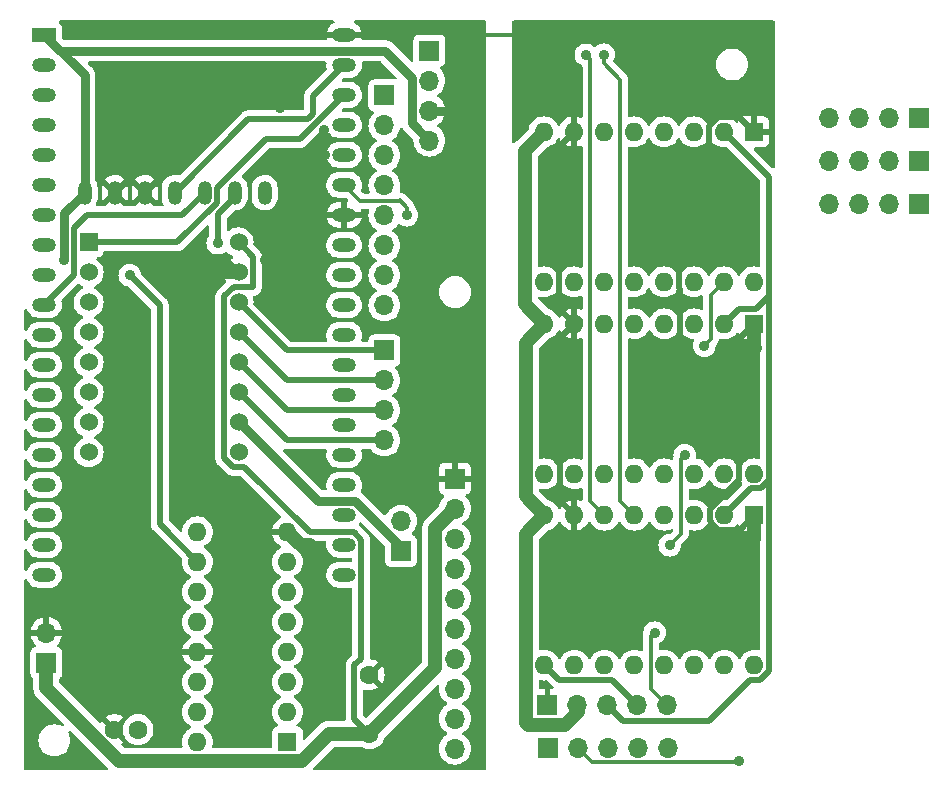
<source format=gbr>
%TF.GenerationSoftware,KiCad,Pcbnew,(7.0.0)*%
%TF.CreationDate,2023-05-19T14:17:50+07:00*%
%TF.ProjectId,wonder-reader-mk2-v2,776f6e64-6572-42d7-9265-616465722d6d,rev?*%
%TF.SameCoordinates,Original*%
%TF.FileFunction,Copper,L2,Bot*%
%TF.FilePolarity,Positive*%
%FSLAX46Y46*%
G04 Gerber Fmt 4.6, Leading zero omitted, Abs format (unit mm)*
G04 Created by KiCad (PCBNEW (7.0.0)) date 2023-05-19 14:17:50*
%MOMM*%
%LPD*%
G01*
G04 APERTURE LIST*
%TA.AperFunction,ComponentPad*%
%ADD10R,1.600000X1.600000*%
%TD*%
%TA.AperFunction,ComponentPad*%
%ADD11O,1.600000X1.600000*%
%TD*%
%TA.AperFunction,ComponentPad*%
%ADD12C,1.600000*%
%TD*%
%TA.AperFunction,ComponentPad*%
%ADD13R,1.700000X1.700000*%
%TD*%
%TA.AperFunction,ComponentPad*%
%ADD14O,1.700000X1.700000*%
%TD*%
%TA.AperFunction,ComponentPad*%
%ADD15R,2.000000X1.200000*%
%TD*%
%TA.AperFunction,ComponentPad*%
%ADD16O,2.000000X1.200000*%
%TD*%
%TA.AperFunction,ComponentPad*%
%ADD17R,1.530000X1.530000*%
%TD*%
%TA.AperFunction,ComponentPad*%
%ADD18C,1.530000*%
%TD*%
%TA.AperFunction,ComponentPad*%
%ADD19O,1.200000X2.000000*%
%TD*%
%TA.AperFunction,ViaPad*%
%ADD20C,0.900000*%
%TD*%
%TA.AperFunction,Conductor*%
%ADD21C,0.300000*%
%TD*%
%TA.AperFunction,Conductor*%
%ADD22C,0.800000*%
%TD*%
%TA.AperFunction,Conductor*%
%ADD23C,0.500000*%
%TD*%
%TA.AperFunction,Conductor*%
%ADD24C,1.200000*%
%TD*%
G04 APERTURE END LIST*
D10*
%TO.P,A1,1,GND*%
%TO.N,GND*%
X165154532Y-111755464D03*
D11*
%TO.P,A1,2,VDD*%
%TO.N,Net-(A1-VDD)*%
X162614532Y-111755464D03*
%TO.P,A1,3,1B*%
%TO.N,Net-(A1-1B)*%
X160074532Y-111755464D03*
%TO.P,A1,4,1A*%
%TO.N,Net-(A1-1A)*%
X157534532Y-111755464D03*
%TO.P,A1,5,2A*%
%TO.N,Net-(A1-2A)*%
X154994532Y-111755464D03*
%TO.P,A1,6,2B*%
%TO.N,Net-(A1-2B)*%
X152454532Y-111755464D03*
%TO.P,A1,7,GND*%
%TO.N,GND*%
X149914532Y-111755464D03*
%TO.P,A1,8,VMOT*%
%TO.N,Net-(A1-VMOT)*%
X147374532Y-111755464D03*
%TO.P,A1,9,~{ENABLE}*%
%TO.N,Net-(A1-~{ENABLE})*%
X147374532Y-124455464D03*
%TO.P,A1,10,MS1*%
%TO.N,unconnected-(A1-MS1-Pad10)*%
X149914532Y-124455464D03*
%TO.P,A1,11,MS2*%
%TO.N,unconnected-(A1-MS2-Pad11)*%
X152454532Y-124455464D03*
%TO.P,A1,12,MS3*%
%TO.N,unconnected-(A1-MS3-Pad12)*%
X154994532Y-124455464D03*
%TO.P,A1,13,~{RESET}*%
%TO.N,Net-(A1-~{RESET})*%
X157534532Y-124455464D03*
%TO.P,A1,14,~{SLEEP}*%
X160074532Y-124455464D03*
%TO.P,A1,15,STEP*%
%TO.N,Net-(A1-STEP)*%
X162614532Y-124455464D03*
%TO.P,A1,16,DIR*%
%TO.N,Net-(A1-DIR)*%
X165154532Y-124455464D03*
%TD*%
D10*
%TO.P,U5,1,QB*%
%TO.N,Net-(J3-Pin_9)*%
X125616850Y-130944114D03*
D11*
%TO.P,U5,2,QC*%
%TO.N,Net-(J3-Pin_8)*%
X125616850Y-128404114D03*
%TO.P,U5,3,QD*%
%TO.N,Net-(J3-Pin_7)*%
X125616850Y-125864114D03*
%TO.P,U5,4,QE*%
%TO.N,Net-(J3-Pin_6)*%
X125616850Y-123324114D03*
%TO.P,U5,5,QF*%
%TO.N,Net-(J3-Pin_5)*%
X125616850Y-120784114D03*
%TO.P,U5,6,QG*%
%TO.N,Net-(J3-Pin_4)*%
X125616850Y-118244114D03*
%TO.P,U5,7,QH*%
%TO.N,unconnected-(U5-QH-Pad7)*%
X125616850Y-115704114D03*
%TO.P,U5,8,GND*%
%TO.N,GND*%
X125616850Y-113164114D03*
%TO.P,U5,9,QH'*%
%TO.N,unconnected-(U5-QH'-Pad9)*%
X117996850Y-113164114D03*
%TO.P,U5,10,~{SRCLR}*%
%TO.N,+3.3V*%
X117996850Y-115704114D03*
%TO.P,U5,11,SRCLK*%
%TO.N,/SER*%
X117996850Y-118244114D03*
%TO.P,U5,12,RCLK*%
%TO.N,/RCLK*%
X117996850Y-120784114D03*
%TO.P,U5,13,~{OE}*%
%TO.N,GND*%
X117996850Y-123324114D03*
%TO.P,U5,14,SER*%
%TO.N,/SRCLK*%
X117996850Y-125864114D03*
%TO.P,U5,15,QA*%
%TO.N,Net-(J3-Pin_10)*%
X117996850Y-128404114D03*
%TO.P,U5,16,VCC*%
%TO.N,+3.3V*%
X117996850Y-130944114D03*
%TD*%
D12*
%TO.P,C1,1*%
%TO.N,+12V*%
X132541682Y-130270696D03*
%TO.P,C1,2*%
%TO.N,GND*%
X132541682Y-125270696D03*
%TD*%
D13*
%TO.P,J3,1,Pin_1*%
%TO.N,GND*%
X139787204Y-108660183D03*
D14*
%TO.P,J3,2,Pin_2*%
%TO.N,+12V*%
X139787204Y-111200183D03*
%TO.P,J3,3,Pin_3*%
%TO.N,+3.3V*%
X139787204Y-113740183D03*
%TO.P,J3,4,Pin_4*%
%TO.N,Net-(J3-Pin_4)*%
X139787204Y-116280183D03*
%TO.P,J3,5,Pin_5*%
%TO.N,Net-(J3-Pin_5)*%
X139787204Y-118820183D03*
%TO.P,J3,6,Pin_6*%
%TO.N,Net-(J3-Pin_6)*%
X139787204Y-121360183D03*
%TO.P,J3,7,Pin_7*%
%TO.N,Net-(J3-Pin_7)*%
X139787204Y-123900183D03*
%TO.P,J3,8,Pin_8*%
%TO.N,Net-(J3-Pin_8)*%
X139787204Y-126440183D03*
%TO.P,J3,9,Pin_9*%
%TO.N,Net-(J3-Pin_9)*%
X139787204Y-128980183D03*
%TO.P,J3,10,Pin_10*%
%TO.N,Net-(J3-Pin_10)*%
X139787204Y-131520183D03*
%TD*%
D13*
%TO.P,J7,1,Pin_1*%
%TO.N,Net-(A3-DIR)*%
X147646952Y-131432444D03*
D14*
%TO.P,J7,2,Pin_2*%
%TO.N,Net-(A1-STEP)*%
X150186952Y-131432444D03*
%TO.P,J7,3,Pin_3*%
%TO.N,Net-(A1-DIR)*%
X152726952Y-131432444D03*
%TO.P,J7,4,Pin_4*%
%TO.N,Net-(A2-STEP)*%
X155266952Y-131432444D03*
%TO.P,J7,5,Pin_5*%
%TO.N,Net-(A2-DIR)*%
X157806952Y-131432444D03*
%TD*%
D13*
%TO.P,J6,1,Pin_1*%
%TO.N,/TX*%
X137638552Y-72413937D03*
D14*
%TO.P,J6,2,Pin_2*%
%TO.N,/RX*%
X137638552Y-74953937D03*
%TO.P,J6,3,Pin_3*%
%TO.N,GND*%
X137638552Y-77493937D03*
%TO.P,J6,4,Pin_4*%
%TO.N,+3.3V*%
X137638552Y-80033937D03*
%TD*%
D12*
%TO.P,C2,1*%
%TO.N,GND*%
X110968553Y-129915928D03*
%TO.P,C2,2*%
%TO.N,+3.3V*%
X112968553Y-129915928D03*
%TD*%
D10*
%TO.P,A2,1,GND*%
%TO.N,GND*%
X165154532Y-95545464D03*
D11*
%TO.P,A2,2,VDD*%
%TO.N,Net-(A1-VDD)*%
X162614532Y-95545464D03*
%TO.P,A2,3,1B*%
%TO.N,Net-(A2-1B)*%
X160074532Y-95545464D03*
%TO.P,A2,4,1A*%
%TO.N,Net-(A2-1A)*%
X157534532Y-95545464D03*
%TO.P,A2,5,2A*%
%TO.N,Net-(A2-2A)*%
X154994532Y-95545464D03*
%TO.P,A2,6,2B*%
%TO.N,Net-(A2-2B)*%
X152454532Y-95545464D03*
%TO.P,A2,7,GND*%
%TO.N,GND*%
X149914532Y-95545464D03*
%TO.P,A2,8,VMOT*%
%TO.N,Net-(A1-VMOT)*%
X147374532Y-95545464D03*
%TO.P,A2,9,~{ENABLE}*%
%TO.N,Net-(A1-~{ENABLE})*%
X147374532Y-108245464D03*
%TO.P,A2,10,MS1*%
%TO.N,unconnected-(A2-MS1-Pad10)*%
X149914532Y-108245464D03*
%TO.P,A2,11,MS2*%
%TO.N,unconnected-(A2-MS2-Pad11)*%
X152454532Y-108245464D03*
%TO.P,A2,12,MS3*%
%TO.N,unconnected-(A2-MS3-Pad12)*%
X154994532Y-108245464D03*
%TO.P,A2,13,~{RESET}*%
%TO.N,Net-(A2-~{RESET})*%
X157534532Y-108245464D03*
%TO.P,A2,14,~{SLEEP}*%
X160074532Y-108245464D03*
%TO.P,A2,15,STEP*%
%TO.N,Net-(A2-STEP)*%
X162614532Y-108245464D03*
%TO.P,A2,16,DIR*%
%TO.N,Net-(A2-DIR)*%
X165154532Y-108245464D03*
%TD*%
D13*
%TO.P,J4,1,Pin_1*%
%TO.N,+3.3V*%
X135246505Y-114775026D03*
D14*
%TO.P,J4,2,Pin_2*%
%TO.N,/Limit_In*%
X135246505Y-112235026D03*
%TD*%
D13*
%TO.P,J5,1,Pin_1*%
%TO.N,/Matrix_I4*%
X133828552Y-76213937D03*
D14*
%TO.P,J5,2,Pin_2*%
%TO.N,/Matrix_I3*%
X133828552Y-78753937D03*
%TO.P,J5,3,Pin_3*%
%TO.N,/Matrix_I2*%
X133828552Y-81293937D03*
%TO.P,J5,4,Pin_4*%
%TO.N,/Matrix_I1*%
X133828552Y-83833937D03*
%TO.P,J5,5,Pin_5*%
%TO.N,/Matrix_O4*%
X133828552Y-86373937D03*
%TO.P,J5,6,Pin_6*%
%TO.N,/Matrix_O3*%
X133828552Y-88913937D03*
%TO.P,J5,7,Pin_7*%
%TO.N,/Matrix_O2*%
X133828552Y-91453937D03*
%TO.P,J5,8,Pin_8*%
%TO.N,/Matrix_O1*%
X133828552Y-93993937D03*
%TD*%
D15*
%TO.P,U1,1,3V3*%
%TO.N,+3.3V*%
X105014959Y-71094589D03*
D16*
%TO.P,U1,2,CHIP_PU*%
%TO.N,unconnected-(U1-CHIP_PU-Pad2)*%
X105014959Y-73634589D03*
%TO.P,U1,3,SENSOR_VP/GPIO36/ADC1_CH0*%
%TO.N,/Matrix_I4*%
X105014959Y-76174589D03*
%TO.P,U1,4,SENSOR_VN/GPIO39/ADC1_CH3*%
%TO.N,/Matrix_I3*%
X105014959Y-78714589D03*
%TO.P,U1,5,VDET_1/GPIO34/ADC1_CH6*%
%TO.N,/Matrix_I2*%
X105014959Y-81254589D03*
%TO.P,U1,6,VDET_2/GPIO35/ADC1_CH7*%
%TO.N,/Matrix_I1*%
X105014959Y-83794589D03*
%TO.P,U1,7,32K_XP/GPIO32/ADC1_CH4*%
%TO.N,/Matrix_O4*%
X105014959Y-86334589D03*
%TO.P,U1,8,32K_XN/GPIO33/ADC1_CH5*%
%TO.N,/Matrix_O3*%
X105014959Y-88874589D03*
%TO.P,U1,9,DAC_1/ADC2_CH8/GPIO25*%
%TO.N,/LRC*%
X105014959Y-91414589D03*
%TO.P,U1,10,DAC_2/ADC2_CH9/GPIO26*%
%TO.N,/BCLK*%
X105014959Y-93954589D03*
%TO.P,U1,11,ADC2_CH7/GPIO27*%
%TO.N,/Matrix_O2*%
X105014959Y-96494589D03*
%TO.P,U1,12,MTMS/GPIO14/ADC2_CH6*%
%TO.N,unconnected-(U1-MTMS{slash}GPIO14{slash}ADC2_CH6-Pad12)*%
X105014959Y-99034589D03*
%TO.P,U1,13,\u002AMTDI/GPIO12/ADC2_CH5*%
%TO.N,unconnected-(U1-\u002AMTDI{slash}GPIO12{slash}ADC2_CH5-Pad13)*%
X105014959Y-101574589D03*
%TO.P,U1,14,GND*%
%TO.N,unconnected-(U1-GND-Pad14)*%
X105014959Y-104114589D03*
%TO.P,U1,15,MTCK/GPIO13/ADC2_CH4*%
%TO.N,unconnected-(U1-MTCK{slash}GPIO13{slash}ADC2_CH4-Pad15)*%
X105014959Y-106654589D03*
%TO.P,U1,16,SD_DATA2/GPIO9*%
%TO.N,unconnected-(U1-SD_DATA2{slash}GPIO9-Pad16)*%
X105014959Y-109194589D03*
%TO.P,U1,17,SD_DATA3/GPIO10*%
%TO.N,unconnected-(U1-SD_DATA3{slash}GPIO10-Pad17)*%
X105014959Y-111734589D03*
%TO.P,U1,18,CMD*%
%TO.N,unconnected-(U1-CMD-Pad18)*%
X105014959Y-114274589D03*
%TO.P,U1,19,5V*%
%TO.N,unconnected-(U1-5V-Pad19)*%
X105014959Y-116814589D03*
%TO.P,U1,20,SD_CLK/GPIO6*%
%TO.N,unconnected-(U1-SD_CLK{slash}GPIO6-Pad20)*%
X130411279Y-116811869D03*
%TO.P,U1,21,SD_DATA0/GPIO7*%
%TO.N,unconnected-(U1-SD_DATA0{slash}GPIO7-Pad21)*%
X130411279Y-114271869D03*
%TO.P,U1,22,SD_DATA1/GPIO8*%
%TO.N,unconnected-(U1-SD_DATA1{slash}GPIO8-Pad22)*%
X130414959Y-111734589D03*
%TO.P,U1,23,\u002AMTDO/GPIO15/ADC2_CH3*%
%TO.N,unconnected-(U1-\u002AMTDO{slash}GPIO15{slash}ADC2_CH3-Pad23)*%
X130414959Y-109194589D03*
%TO.P,U1,24,ADC2_CH2/\u002AGPIO2*%
%TO.N,/Matrix_O1*%
X130414959Y-106654589D03*
%TO.P,U1,25,\u002AGPIO0/BOOT/ADC2_CH1*%
%TO.N,unconnected-(U1-\u002AGPIO0{slash}BOOT{slash}ADC2_CH1-Pad25)*%
X130414959Y-104114589D03*
%TO.P,U1,26,ADC2_CH0/GPIO4*%
%TO.N,unconnected-(U1-ADC2_CH0{slash}GPIO4-Pad26)*%
X130414959Y-101574589D03*
%TO.P,U1,27,GPIO16*%
%TO.N,/SRCLK*%
X130414959Y-99034589D03*
%TO.P,U1,28,GPIO17*%
%TO.N,/RCLK*%
X130414959Y-96494589D03*
%TO.P,U1,29,\u002AGPIO5*%
%TO.N,/SER*%
X130414959Y-93954589D03*
%TO.P,U1,30,GPIO18*%
%TO.N,/Dir*%
X130414959Y-91414589D03*
%TO.P,U1,31,GPIO19*%
%TO.N,/Step*%
X130414959Y-88874589D03*
%TO.P,U1,32,GND*%
%TO.N,GND*%
X130414959Y-86334589D03*
%TO.P,U1,33,GPIO21*%
%TO.N,/Limit_In*%
X130414959Y-83794589D03*
%TO.P,U1,34,U0RXD/GPIO3*%
%TO.N,/RX*%
X130414959Y-81254589D03*
%TO.P,U1,35,U0TXD/GPIO1*%
%TO.N,/TX*%
X130414959Y-78714589D03*
%TO.P,U1,36,GPIO22*%
%TO.N,/Stepper_Ena*%
X130414959Y-76174589D03*
%TO.P,U1,37,GPIO23*%
%TO.N,/DIN*%
X130414959Y-73634589D03*
%TO.P,U1,38,GND*%
%TO.N,GND*%
X130414959Y-71094589D03*
%TD*%
D13*
%TO.P,J11,1,Pin_1*%
%TO.N,Net-(J11-Pin_1)*%
X179122293Y-78163587D03*
D14*
%TO.P,J11,2,Pin_2*%
%TO.N,Net-(J11-Pin_2)*%
X176582293Y-78163587D03*
%TO.P,J11,3,Pin_3*%
%TO.N,Net-(J11-Pin_3)*%
X174042293Y-78163587D03*
%TO.P,J11,4,Pin_4*%
%TO.N,Net-(J11-Pin_4)*%
X171502293Y-78163587D03*
%TD*%
D13*
%TO.P,J2,1,Pin_1*%
%TO.N,+12V*%
X105210563Y-124253439D03*
D14*
%TO.P,J2,2,Pin_2*%
%TO.N,GND*%
X105210563Y-121713439D03*
%TD*%
D13*
%TO.P,J9,1,Pin_1*%
%TO.N,Net-(J12-Pin_1)*%
X179099848Y-85424370D03*
D14*
%TO.P,J9,2,Pin_2*%
%TO.N,Net-(J12-Pin_2)*%
X176559848Y-85424370D03*
%TO.P,J9,3,Pin_3*%
%TO.N,Net-(J12-Pin_3)*%
X174019848Y-85424370D03*
%TO.P,J9,4,Pin_4*%
%TO.N,Net-(J12-Pin_4)*%
X171479848Y-85424370D03*
%TD*%
D13*
%TO.P,J10,1,Pin_1*%
%TO.N,Net-(J10-Pin_1)*%
X179108102Y-81809580D03*
D14*
%TO.P,J10,2,Pin_2*%
%TO.N,Net-(J10-Pin_2)*%
X176568102Y-81809580D03*
%TO.P,J10,3,Pin_3*%
%TO.N,Net-(J10-Pin_3)*%
X174028102Y-81809580D03*
%TO.P,J10,4,Pin_4*%
%TO.N,Net-(J10-Pin_4)*%
X171488102Y-81809580D03*
%TD*%
D13*
%TO.P,J1,1,Pin_1*%
%TO.N,Net-(J1-Pin_1)*%
X133828552Y-97803937D03*
D14*
%TO.P,J1,2,Pin_2*%
%TO.N,Net-(J1-Pin_2)*%
X133828552Y-100343937D03*
%TO.P,J1,3,Pin_3*%
%TO.N,Net-(J1-Pin_3)*%
X133828552Y-102883937D03*
%TO.P,J1,4,Pin_4*%
%TO.N,Net-(J1-Pin_4)*%
X133828552Y-105423937D03*
%TD*%
D10*
%TO.P,A3,1,GND*%
%TO.N,GND*%
X165099999Y-79293319D03*
D11*
%TO.P,A3,2,VDD*%
%TO.N,Net-(A1-VDD)*%
X162559999Y-79293319D03*
%TO.P,A3,3,1B*%
%TO.N,Net-(A3-1B)*%
X160019999Y-79293319D03*
%TO.P,A3,4,1A*%
%TO.N,Net-(A3-1A)*%
X157479999Y-79293319D03*
%TO.P,A3,5,2A*%
%TO.N,Net-(A3-2A)*%
X154939999Y-79293319D03*
%TO.P,A3,6,2B*%
%TO.N,Net-(A3-2B)*%
X152399999Y-79293319D03*
%TO.P,A3,7,GND*%
%TO.N,GND*%
X149859999Y-79293319D03*
%TO.P,A3,8,VMOT*%
%TO.N,Net-(A1-VMOT)*%
X147319999Y-79293319D03*
%TO.P,A3,9,~{ENABLE}*%
%TO.N,Net-(A1-~{ENABLE})*%
X147319999Y-91993319D03*
%TO.P,A3,10,MS1*%
%TO.N,unconnected-(A3-MS1-Pad10)*%
X149859999Y-91993319D03*
%TO.P,A3,11,MS2*%
%TO.N,unconnected-(A3-MS2-Pad11)*%
X152399999Y-91993319D03*
%TO.P,A3,12,MS3*%
%TO.N,unconnected-(A3-MS3-Pad12)*%
X154939999Y-91993319D03*
%TO.P,A3,13,~{RESET}*%
%TO.N,Net-(A3-~{RESET})*%
X157479999Y-91993319D03*
%TO.P,A3,14,~{SLEEP}*%
X160019999Y-91993319D03*
%TO.P,A3,15,STEP*%
%TO.N,Net-(A3-STEP)*%
X162559999Y-91993319D03*
%TO.P,A3,16,DIR*%
%TO.N,Net-(A3-DIR)*%
X165099999Y-91993319D03*
%TD*%
D17*
%TO.P,U2,1,~{ENABLE}*%
%TO.N,/Stepper_Ena*%
X108776201Y-88658017D03*
D18*
%TO.P,U2,2,MS1*%
%TO.N,unconnected-(U2-MS1-Pad2)*%
X108776202Y-91198018D03*
%TO.P,U2,3,MS2*%
%TO.N,unconnected-(U2-MS2-Pad3)*%
X108776202Y-93738018D03*
%TO.P,U2,4,MS3*%
%TO.N,unconnected-(U2-MS3-Pad4)*%
X108776202Y-96278018D03*
%TO.P,U2,5,~{RESET}*%
%TO.N,Net-(U2-~{RESET})*%
X108776202Y-98818018D03*
%TO.P,U2,6,~{SLEEP}*%
X108776202Y-101358018D03*
%TO.P,U2,7,STEP*%
%TO.N,/Step*%
X108776202Y-103898018D03*
%TO.P,U2,8,DIR*%
%TO.N,/Dir*%
X108776202Y-106438018D03*
%TO.P,U2,9,GND*%
%TO.N,GND*%
X121476202Y-106438018D03*
%TO.P,U2,10,VDD*%
%TO.N,+3.3V*%
X121476202Y-103898018D03*
%TO.P,U2,11,1B*%
%TO.N,Net-(J1-Pin_4)*%
X121476202Y-101358018D03*
%TO.P,U2,12,1A*%
%TO.N,Net-(J1-Pin_3)*%
X121476202Y-98818018D03*
%TO.P,U2,13,2A*%
%TO.N,Net-(J1-Pin_2)*%
X121476202Y-96278018D03*
%TO.P,U2,14,2B*%
%TO.N,Net-(J1-Pin_1)*%
X121476202Y-93738018D03*
%TO.P,U2,15,GND*%
%TO.N,GND*%
X121476202Y-91198018D03*
%TO.P,U2,16,VMOT*%
%TO.N,+12V*%
X121476202Y-88658018D03*
%TD*%
D13*
%TO.P,J14,1,Pin_1*%
%TO.N,GND*%
X147633171Y-127822421D03*
D14*
%TO.P,J14,2,Pin_2*%
%TO.N,Net-(A1-VMOT)*%
X150173171Y-127822421D03*
%TO.P,J14,3,Pin_3*%
%TO.N,Net-(A1-VDD)*%
X152713171Y-127822421D03*
%TO.P,J14,4,Pin_4*%
%TO.N,Net-(A1-~{ENABLE})*%
X155253171Y-127822421D03*
%TO.P,J14,5,Pin_5*%
%TO.N,Net-(A3-STEP)*%
X157793171Y-127822421D03*
%TD*%
D19*
%TO.P,U6,1,VIN*%
%TO.N,+3.3V*%
X108440671Y-84452759D03*
%TO.P,U6,2,GND*%
%TO.N,GND*%
X110980671Y-84452759D03*
%TO.P,U6,3,GAIN*%
X113520671Y-84452759D03*
%TO.P,U6,4,DIN*%
%TO.N,/DIN*%
X116060671Y-84452759D03*
%TO.P,U6,5,BCLK*%
%TO.N,/BCLK*%
X118600671Y-84452759D03*
%TO.P,U6,6,LRC*%
%TO.N,/LRC*%
X121140671Y-84452759D03*
%TO.P,U6,7,SD*%
%TO.N,unconnected-(U6-SD-Pad7)*%
X123680671Y-84452759D03*
%TD*%
D20*
%TO.N,GND*%
X123690453Y-90170000D03*
X128695818Y-79165818D03*
X119880453Y-110490000D03*
X149860000Y-116840000D03*
X124960453Y-77296819D03*
X128762702Y-81280000D03*
X154940000Y-102870000D03*
X125554835Y-86310500D03*
X153670000Y-119380000D03*
X125425735Y-74981102D03*
%TO.N,+3.3V*%
X112260453Y-91440000D03*
X106661702Y-90150250D03*
%TO.N,/Limit_In*%
X135739053Y-86360000D03*
%TO.N,/LRC*%
X119709161Y-88728708D03*
%TO.N,Net-(A3-STEP)*%
X157980453Y-114300000D03*
X160907996Y-97410775D03*
X156710453Y-121696579D03*
X159250453Y-106680000D03*
%TO.N,Net-(A1-2A)*%
X152400000Y-72763655D03*
%TO.N,Net-(A1-2B)*%
X150878921Y-72777222D03*
%TO.N,Net-(A1-STEP)*%
X163830000Y-132587943D03*
%TD*%
D21*
%TO.N,Net-(A1-STEP)*%
X151386953Y-132632445D02*
X150186953Y-131432445D01*
X163785498Y-132632445D02*
X151386953Y-132632445D01*
X163830000Y-132587943D02*
X163785498Y-132632445D01*
D22*
%TO.N,+3.3V*%
X106711453Y-86181979D02*
X108440672Y-84452760D01*
X106661702Y-90150250D02*
X106711453Y-90100499D01*
X106711453Y-90100499D02*
X106711453Y-86181979D01*
D21*
%TO.N,/Limit_In*%
X131794308Y-85173938D02*
X130414960Y-83794590D01*
X135036515Y-85173938D02*
X131794308Y-85173938D01*
X135120453Y-85090000D02*
X135036515Y-85173938D01*
X135739053Y-86360000D02*
X135739053Y-85708600D01*
X135739053Y-85708600D02*
X135120453Y-85090000D01*
%TO.N,Net-(A3-STEP)*%
X160907996Y-97410775D02*
X161464533Y-96854238D01*
X161464533Y-96854238D02*
X161464533Y-93088787D01*
X161464533Y-93088787D02*
X162560000Y-91993320D01*
%TO.N,GND*%
X128762702Y-83152133D02*
X128762702Y-81280000D01*
X125604335Y-86310500D02*
X128762702Y-83152133D01*
X125554835Y-86310500D02*
X125604335Y-86310500D01*
X128762702Y-79232702D02*
X128695818Y-79165818D01*
X128762702Y-81280000D02*
X128762702Y-79232702D01*
%TO.N,Net-(A1-2B)*%
X151250000Y-110550932D02*
X152454533Y-111755465D01*
X150878921Y-72777222D02*
X151250000Y-73148301D01*
X151250000Y-73148301D02*
X151250000Y-110550932D01*
%TO.N,Net-(A1-2A)*%
X153790000Y-74873202D02*
X153790000Y-110550932D01*
X152400000Y-72763655D02*
X152400000Y-73483202D01*
X152400000Y-73483202D02*
X153790000Y-74873202D01*
X153790000Y-110550932D02*
X154994533Y-111755465D01*
D23*
%TO.N,+12V*%
X131861280Y-113836946D02*
X131861280Y-123909173D01*
X121056699Y-92439251D02*
X120261202Y-93234748D01*
X121979472Y-107653018D02*
X127548324Y-113221870D01*
D24*
X111353821Y-132563938D02*
X126835927Y-132563938D01*
X105210564Y-124253440D02*
X105210564Y-126420681D01*
D23*
X122691202Y-89873018D02*
X122691202Y-92439251D01*
D24*
X126835927Y-132563938D02*
X129129169Y-130270696D01*
X129129169Y-130270696D02*
X132541682Y-130270696D01*
D23*
X122691202Y-92439251D02*
X121056699Y-92439251D01*
X131291682Y-129020696D02*
X132541682Y-130270696D01*
D24*
X138137205Y-112850184D02*
X139787205Y-111200184D01*
X105210564Y-126420681D02*
X111353821Y-132563938D01*
D23*
X131291682Y-124478771D02*
X131291682Y-129020696D01*
X121476202Y-88658018D02*
X122691202Y-89873018D01*
X131246204Y-113221870D02*
X131861280Y-113836946D01*
X120261202Y-93234748D02*
X120261202Y-106941288D01*
X131861280Y-123909173D02*
X131291682Y-124478771D01*
D24*
X138137205Y-124675173D02*
X138137205Y-112850184D01*
D23*
X127548324Y-113221870D02*
X131246204Y-113221870D01*
X120261202Y-106941288D02*
X120972932Y-107653018D01*
X120972932Y-107653018D02*
X121979472Y-107653018D01*
D24*
X132541682Y-130270696D02*
X138137205Y-124675173D01*
D23*
%TO.N,GND*%
X163864533Y-108763232D02*
X163864533Y-96835465D01*
D24*
X125616851Y-113164115D02*
X126752736Y-114300000D01*
D23*
X162059998Y-98640000D02*
X160168371Y-98640000D01*
X162137765Y-110490000D02*
X163864533Y-108763232D01*
D21*
X124960453Y-77296819D02*
X124960453Y-75446384D01*
D23*
X161310000Y-78775553D02*
X162042233Y-78043320D01*
X161364533Y-112273232D02*
X161364533Y-111237698D01*
D24*
X165154533Y-111755465D02*
X165154533Y-113774209D01*
D23*
X161364533Y-111237698D02*
X162112231Y-110490000D01*
X163904533Y-113005465D02*
X162096766Y-113005465D01*
X148610000Y-80543320D02*
X149860000Y-79293320D01*
X162096766Y-113005465D02*
X161364533Y-112273232D01*
X149914533Y-95545465D02*
X150064988Y-95545465D01*
D21*
X124960453Y-75446384D02*
X125425735Y-74981102D01*
D23*
X158770000Y-92511087D02*
X158770000Y-87610000D01*
D24*
X165154533Y-97577616D02*
X165165577Y-97588660D01*
D23*
X163864533Y-96835465D02*
X165154533Y-95545465D01*
X165154533Y-95545465D02*
X162059998Y-98640000D01*
X160168371Y-98640000D02*
X158824533Y-97296162D01*
D21*
X145280453Y-71120000D02*
X141470453Y-71120000D01*
D23*
X158824533Y-97296162D02*
X158824533Y-92565620D01*
X163850000Y-78043320D02*
X165100000Y-79293320D01*
D24*
X121476202Y-91198018D02*
X119355696Y-91198018D01*
D23*
X165154533Y-111755465D02*
X163904533Y-113005465D01*
X148610000Y-94240932D02*
X148610000Y-80543320D01*
D24*
X165154533Y-95545465D02*
X165154533Y-97577616D01*
D22*
X138954391Y-77493938D02*
X140200453Y-78740000D01*
D23*
X162112231Y-110490000D02*
X162137765Y-110490000D01*
X161310000Y-85070000D02*
X161310000Y-78775553D01*
D24*
X126752736Y-114300000D02*
X127500453Y-114300000D01*
D23*
X148664533Y-96795465D02*
X148664533Y-110505465D01*
X162042233Y-78043320D02*
X163850000Y-78043320D01*
D22*
X137638553Y-77493938D02*
X138954391Y-77493938D01*
D23*
X158824533Y-92565620D02*
X158770000Y-92511087D01*
X149914533Y-95545465D02*
X148664533Y-96795465D01*
X150064988Y-95545465D02*
X150360453Y-95250000D01*
X158770000Y-87610000D02*
X161310000Y-85070000D01*
X148664533Y-110505465D02*
X149914533Y-111755465D01*
D24*
X165154533Y-113774209D02*
X165147636Y-113781106D01*
D23*
X149914533Y-95545465D02*
X148610000Y-94240932D01*
D22*
%TO.N,+3.3V*%
X135246506Y-114775027D02*
X135246506Y-114469080D01*
X128186585Y-110534590D02*
X121550013Y-103898018D01*
X108440672Y-74520302D02*
X105014960Y-71094590D01*
D23*
X117996851Y-115704115D02*
X114800453Y-112507717D01*
X114800453Y-104140000D02*
X114800453Y-93980000D01*
D22*
X131312016Y-110534590D02*
X128186585Y-110534590D01*
D23*
X114800453Y-93980000D02*
X112260453Y-91440000D01*
D22*
X136188553Y-74728100D02*
X133895043Y-72434590D01*
X108440672Y-84452760D02*
X108440672Y-74520302D01*
X135246506Y-114469080D02*
X131312016Y-110534590D01*
X136188553Y-78583938D02*
X136188553Y-74728100D01*
X106354960Y-72434590D02*
X105014960Y-71094590D01*
X121550013Y-103898018D02*
X121476202Y-103898018D01*
D23*
X114800453Y-112507717D02*
X114800453Y-104140000D01*
D22*
X137638553Y-80033938D02*
X136188553Y-78583938D01*
X133895043Y-72434590D02*
X106354960Y-72434590D01*
D23*
%TO.N,Net-(J1-Pin_1)*%
X125542122Y-97803938D02*
X133828553Y-97803938D01*
X121476202Y-93738018D02*
X125542122Y-97803938D01*
%TO.N,Net-(J1-Pin_2)*%
X125542122Y-100343938D02*
X133828553Y-100343938D01*
X121476202Y-96278018D02*
X125542122Y-100343938D01*
%TO.N,Net-(J1-Pin_3)*%
X121476202Y-98818018D02*
X125542122Y-102883938D01*
X125542122Y-102883938D02*
X133828553Y-102883938D01*
%TO.N,Net-(J1-Pin_4)*%
X125542122Y-105423938D02*
X133828553Y-105423938D01*
X121476202Y-101358018D02*
X125542122Y-105423938D01*
%TO.N,/LRC*%
X119709161Y-86284271D02*
X121140672Y-84852760D01*
X119709161Y-88728708D02*
X119709161Y-86284271D01*
X121140672Y-84852760D02*
X121140672Y-84452760D01*
%TO.N,/BCLK*%
X107561202Y-87443018D02*
X108644220Y-86360000D01*
X116693432Y-86360000D02*
X118600672Y-84452760D01*
X107561202Y-91408348D02*
X107561202Y-87443018D01*
X105014960Y-93954590D02*
X107561202Y-91408348D01*
X108644220Y-86360000D02*
X116693432Y-86360000D01*
%TO.N,/DIN*%
X127783711Y-77815889D02*
X127783711Y-76265839D01*
X122276954Y-78236478D02*
X127363122Y-78236478D01*
X116060672Y-84452760D02*
X122276954Y-78236478D01*
X127783711Y-76265839D02*
X130414960Y-73634590D01*
X127363122Y-78236478D02*
X127783711Y-77815889D01*
%TO.N,/Stepper_Ena*%
X130414960Y-76174590D02*
X126653072Y-79936478D01*
X119650672Y-84049781D02*
X119650672Y-85287684D01*
X123763975Y-79936478D02*
X119650672Y-84049781D01*
X119650672Y-85287684D02*
X116280338Y-88658018D01*
X126653072Y-79936478D02*
X123763975Y-79936478D01*
X116280338Y-88658018D02*
X108776202Y-88658018D01*
%TO.N,Net-(A1-VDD)*%
X152728894Y-127891762D02*
X154028894Y-129191762D01*
X166404533Y-108763232D02*
X166404533Y-92764533D01*
X166350000Y-92710000D02*
X166350000Y-93230453D01*
X165647765Y-125730000D02*
X166404533Y-124973232D01*
X166350000Y-83083320D02*
X166350000Y-92710000D01*
X165672300Y-109495465D02*
X166404533Y-108763232D01*
X162560000Y-79293320D02*
X166350000Y-83083320D01*
X163864533Y-94295465D02*
X162614533Y-95545465D01*
X166404533Y-124973232D02*
X166404533Y-108763232D01*
X154028894Y-129191762D02*
X161295763Y-129191762D01*
X162614533Y-111755465D02*
X164874533Y-109495465D01*
X166350000Y-93230453D02*
X165284988Y-94295465D01*
X164874533Y-109495465D02*
X165672300Y-109495465D01*
X164757525Y-125730000D02*
X165647765Y-125730000D01*
X165284988Y-94295465D02*
X163864533Y-94295465D01*
X161295763Y-129191762D02*
X164757525Y-125730000D01*
X166404533Y-92764533D02*
X166350000Y-92710000D01*
D24*
%TO.N,Net-(A1-VMOT)*%
X145720000Y-93890932D02*
X147374533Y-95545465D01*
X147320000Y-79293320D02*
X145720000Y-80893320D01*
X145774533Y-97145465D02*
X145774533Y-110155465D01*
X145774533Y-129317401D02*
X145998894Y-129541762D01*
X145720000Y-80893320D02*
X145720000Y-93890932D01*
X147374533Y-95545465D02*
X145774533Y-97145465D01*
X149088691Y-129541762D02*
X150188894Y-128441559D01*
X147374533Y-111755465D02*
X145774533Y-113355465D01*
X145998894Y-129541762D02*
X149088691Y-129541762D01*
X150188894Y-128441559D02*
X150188894Y-127891762D01*
X145774533Y-110155465D02*
X147374533Y-111755465D01*
X145774533Y-113355465D02*
X145774533Y-129317401D01*
D23*
%TO.N,Net-(A1-~{ENABLE})*%
X147374533Y-124455465D02*
X148624533Y-125705465D01*
X148624533Y-125705465D02*
X153136215Y-125705465D01*
X153136215Y-125705465D02*
X155253172Y-127822422D01*
D21*
%TO.N,Net-(A3-STEP)*%
X158924533Y-107005920D02*
X158924533Y-113355920D01*
X158924533Y-113355920D02*
X157980453Y-114300000D01*
X156384533Y-122022499D02*
X156384533Y-126467401D01*
X159250453Y-106680000D02*
X158924533Y-107005920D01*
X156710453Y-121696579D02*
X156384533Y-122022499D01*
X156384533Y-126467401D02*
X157808894Y-127891762D01*
%TD*%
%TA.AperFunction,Conductor*%
%TO.N,GND*%
G36*
X147031123Y-125709825D02*
G01*
X147147841Y-125741100D01*
X147374533Y-125760933D01*
X147541394Y-125746334D01*
X147594610Y-125753340D01*
X147639881Y-125782181D01*
X148048803Y-126191103D01*
X148060585Y-126204736D01*
X148074923Y-126223995D01*
X148080454Y-126228636D01*
X148080455Y-126228637D01*
X148110004Y-126253432D01*
X148145270Y-126301970D01*
X148153620Y-126361383D01*
X148133100Y-126417762D01*
X148088514Y-126457907D01*
X148030299Y-126472422D01*
X147899498Y-126472422D01*
X147886622Y-126475872D01*
X147883172Y-126488748D01*
X147883172Y-127948422D01*
X147866559Y-128010422D01*
X147821172Y-128055809D01*
X147759172Y-128072422D01*
X147507172Y-128072422D01*
X147445172Y-128055809D01*
X147399785Y-128010422D01*
X147383172Y-127948422D01*
X147383172Y-126488748D01*
X147379721Y-126475872D01*
X147366846Y-126472422D01*
X146999033Y-126472422D01*
X146937033Y-126455809D01*
X146891646Y-126410422D01*
X146875033Y-126348422D01*
X146875033Y-125829601D01*
X146887821Y-125774757D01*
X146923547Y-125731225D01*
X146974842Y-125707984D01*
X147031123Y-125709825D01*
G37*
%TD.AperFunction*%
%TA.AperFunction,Conductor*%
G36*
X148711158Y-108788014D02*
G01*
X148756914Y-108840189D01*
X148783965Y-108898199D01*
X148914486Y-109084604D01*
X149075394Y-109245512D01*
X149261799Y-109376033D01*
X149468037Y-109472204D01*
X149473267Y-109473605D01*
X149473269Y-109473606D01*
X149516591Y-109485214D01*
X149687841Y-109531100D01*
X149914533Y-109550933D01*
X150141225Y-109531100D01*
X150361029Y-109472204D01*
X150423094Y-109443262D01*
X150483610Y-109431909D01*
X150542125Y-109451063D01*
X150584214Y-109496001D01*
X150599500Y-109555644D01*
X150599500Y-110445838D01*
X150584214Y-110505481D01*
X150542125Y-110550419D01*
X150483609Y-110569573D01*
X150423095Y-110558220D01*
X150365767Y-110531487D01*
X150355625Y-110527795D01*
X150178313Y-110480285D01*
X150167084Y-110479917D01*
X150164533Y-110490860D01*
X150164533Y-113020070D01*
X150167084Y-113031012D01*
X150178313Y-113030644D01*
X150355625Y-112983134D01*
X150365767Y-112979442D01*
X150562113Y-112887885D01*
X150571445Y-112882497D01*
X150748914Y-112758232D01*
X150757180Y-112751295D01*
X150910363Y-112598112D01*
X150917300Y-112589846D01*
X151041565Y-112412377D01*
X151046950Y-112403050D01*
X151071874Y-112349600D01*
X151117631Y-112297424D01*
X151184256Y-112278004D01*
X151250882Y-112297423D01*
X151296639Y-112349599D01*
X151321674Y-112403288D01*
X151321677Y-112403293D01*
X151323965Y-112408199D01*
X151454486Y-112594604D01*
X151615394Y-112755512D01*
X151801799Y-112886033D01*
X152008037Y-112982204D01*
X152013267Y-112983605D01*
X152013269Y-112983606D01*
X152188818Y-113030644D01*
X152227841Y-113041100D01*
X152454533Y-113060933D01*
X152681225Y-113041100D01*
X152901029Y-112982204D01*
X153107267Y-112886033D01*
X153293672Y-112755512D01*
X153454580Y-112594604D01*
X153585101Y-112408199D01*
X153612151Y-112350189D01*
X153657908Y-112298014D01*
X153724533Y-112278595D01*
X153791158Y-112298014D01*
X153836914Y-112350189D01*
X153863965Y-112408199D01*
X153994486Y-112594604D01*
X154155394Y-112755512D01*
X154341799Y-112886033D01*
X154548037Y-112982204D01*
X154553267Y-112983605D01*
X154553269Y-112983606D01*
X154728818Y-113030644D01*
X154767841Y-113041100D01*
X154994533Y-113060933D01*
X155221225Y-113041100D01*
X155441029Y-112982204D01*
X155647267Y-112886033D01*
X155833672Y-112755512D01*
X155994580Y-112594604D01*
X156125101Y-112408199D01*
X156152151Y-112350189D01*
X156197908Y-112298014D01*
X156264533Y-112278595D01*
X156331158Y-112298014D01*
X156376914Y-112350189D01*
X156403965Y-112408199D01*
X156534486Y-112594604D01*
X156695394Y-112755512D01*
X156881799Y-112886033D01*
X157088037Y-112982204D01*
X157093267Y-112983605D01*
X157093269Y-112983606D01*
X157268818Y-113030644D01*
X157307841Y-113041100D01*
X157534533Y-113060933D01*
X157761225Y-113041100D01*
X157981029Y-112982204D01*
X158088067Y-112932290D01*
X158155582Y-112921597D01*
X158218506Y-112948307D01*
X158257715Y-113004302D01*
X158261293Y-113072567D01*
X158228152Y-113132354D01*
X158050818Y-113309687D01*
X158016154Y-113334101D01*
X157975291Y-113345409D01*
X157800184Y-113362655D01*
X157800174Y-113362656D01*
X157794122Y-113363253D01*
X157788302Y-113365018D01*
X157788294Y-113365020D01*
X157620774Y-113415837D01*
X157620765Y-113415840D01*
X157614952Y-113417604D01*
X157609587Y-113420471D01*
X157609581Y-113420474D01*
X157455204Y-113502990D01*
X157455200Y-113502992D01*
X157449828Y-113505864D01*
X157445120Y-113509727D01*
X157445115Y-113509731D01*
X157309802Y-113620780D01*
X157309797Y-113620784D01*
X157305096Y-113624643D01*
X157301237Y-113629344D01*
X157301233Y-113629349D01*
X157190184Y-113764662D01*
X157190180Y-113764667D01*
X157186317Y-113769375D01*
X157183445Y-113774747D01*
X157183443Y-113774751D01*
X157100927Y-113929128D01*
X157100924Y-113929134D01*
X157098057Y-113934499D01*
X157096293Y-113940312D01*
X157096290Y-113940321D01*
X157045473Y-114107841D01*
X157045471Y-114107849D01*
X157043706Y-114113669D01*
X157043109Y-114119721D01*
X157043108Y-114119731D01*
X157028870Y-114264297D01*
X157025354Y-114300000D01*
X157025951Y-114306061D01*
X157043108Y-114480268D01*
X157043109Y-114480276D01*
X157043706Y-114486331D01*
X157045471Y-114492152D01*
X157045473Y-114492158D01*
X157096290Y-114659678D01*
X157096292Y-114659683D01*
X157098057Y-114665501D01*
X157186317Y-114830625D01*
X157305096Y-114975357D01*
X157449828Y-115094136D01*
X157614952Y-115182396D01*
X157794122Y-115236747D01*
X157980453Y-115255099D01*
X158166784Y-115236747D01*
X158345954Y-115182396D01*
X158511078Y-115094136D01*
X158655810Y-114975357D01*
X158774589Y-114830625D01*
X158862849Y-114665501D01*
X158917200Y-114486331D01*
X158935044Y-114305154D01*
X158946351Y-114264297D01*
X158970762Y-114229635D01*
X159327182Y-113873214D01*
X159335816Y-113865359D01*
X159335883Y-113865303D01*
X159342473Y-113861122D01*
X159390445Y-113810035D01*
X159393063Y-113807333D01*
X159413444Y-113786954D01*
X159416145Y-113783470D01*
X159423727Y-113774594D01*
X159433054Y-113764662D01*
X159454981Y-113741313D01*
X159465207Y-113722709D01*
X159475889Y-113706450D01*
X159488896Y-113689683D01*
X159507031Y-113647772D01*
X159512166Y-113637293D01*
X159534160Y-113597288D01*
X159539436Y-113576737D01*
X159545744Y-113558313D01*
X159551070Y-113546006D01*
X159554169Y-113538846D01*
X159561311Y-113493744D01*
X159563681Y-113482307D01*
X159573092Y-113445655D01*
X159575033Y-113438097D01*
X159575033Y-113416874D01*
X159576560Y-113397476D01*
X159578659Y-113384223D01*
X159579880Y-113376515D01*
X159575583Y-113331060D01*
X159575033Y-113319390D01*
X159575033Y-113129601D01*
X159587821Y-113074757D01*
X159623547Y-113031225D01*
X159674842Y-113007984D01*
X159731123Y-113009825D01*
X159847841Y-113041100D01*
X160074533Y-113060933D01*
X160301225Y-113041100D01*
X160521029Y-112982204D01*
X160727267Y-112886033D01*
X160913672Y-112755512D01*
X161074580Y-112594604D01*
X161205101Y-112408199D01*
X161232151Y-112350189D01*
X161277908Y-112298014D01*
X161344533Y-112278595D01*
X161411158Y-112298014D01*
X161456914Y-112350189D01*
X161483965Y-112408199D01*
X161614486Y-112594604D01*
X161775394Y-112755512D01*
X161961799Y-112886033D01*
X162168037Y-112982204D01*
X162173267Y-112983605D01*
X162173269Y-112983606D01*
X162348818Y-113030644D01*
X162387841Y-113041100D01*
X162614533Y-113060933D01*
X162841225Y-113041100D01*
X163061029Y-112982204D01*
X163267267Y-112886033D01*
X163453672Y-112755512D01*
X163614580Y-112594604D01*
X163632243Y-112569377D01*
X163677084Y-112530241D01*
X163734997Y-112516507D01*
X163792639Y-112531340D01*
X163836728Y-112571324D01*
X163857107Y-112627246D01*
X163860104Y-112655124D01*
X163863644Y-112670106D01*
X163908080Y-112789242D01*
X163916495Y-112804654D01*
X163992031Y-112905557D01*
X164004440Y-112917966D01*
X164105343Y-112993502D01*
X164120755Y-113001917D01*
X164239891Y-113046353D01*
X164254865Y-113049891D01*
X164303418Y-113055111D01*
X164310015Y-113055465D01*
X164888207Y-113055465D01*
X164901082Y-113052014D01*
X164904533Y-113039139D01*
X164904533Y-111629465D01*
X164921146Y-111567465D01*
X164966533Y-111522078D01*
X165028533Y-111505465D01*
X165280533Y-111505465D01*
X165342533Y-111522078D01*
X165387920Y-111567465D01*
X165404533Y-111629465D01*
X165404533Y-113039139D01*
X165407983Y-113052014D01*
X165420859Y-113055465D01*
X165530033Y-113055465D01*
X165592033Y-113072078D01*
X165637420Y-113117465D01*
X165654033Y-113179465D01*
X165654033Y-123081329D01*
X165641245Y-123136173D01*
X165605519Y-123179705D01*
X165554224Y-123202946D01*
X165497942Y-123201104D01*
X165381225Y-123169830D01*
X165375837Y-123169358D01*
X165375834Y-123169358D01*
X165159928Y-123150469D01*
X165154533Y-123149997D01*
X165149138Y-123150469D01*
X164933231Y-123169358D01*
X164933226Y-123169358D01*
X164927841Y-123169830D01*
X164922627Y-123171227D01*
X164922616Y-123171229D01*
X164713269Y-123227323D01*
X164713257Y-123227327D01*
X164708037Y-123228726D01*
X164703132Y-123231012D01*
X164703127Y-123231015D01*
X164506709Y-123322607D01*
X164506705Y-123322609D01*
X164501799Y-123324897D01*
X164497366Y-123328000D01*
X164497359Y-123328005D01*
X164319829Y-123452312D01*
X164319824Y-123452315D01*
X164315394Y-123455418D01*
X164311570Y-123459241D01*
X164311564Y-123459247D01*
X164158315Y-123612496D01*
X164158309Y-123612502D01*
X164154486Y-123616326D01*
X164151383Y-123620756D01*
X164151380Y-123620761D01*
X164027073Y-123798291D01*
X164027068Y-123798298D01*
X164023965Y-123802731D01*
X164021681Y-123807628D01*
X164021674Y-123807641D01*
X163996915Y-123860739D01*
X163951158Y-123912915D01*
X163884533Y-123932334D01*
X163817908Y-123912915D01*
X163772151Y-123860739D01*
X163747391Y-123807641D01*
X163747388Y-123807637D01*
X163745101Y-123802731D01*
X163614580Y-123616326D01*
X163453672Y-123455418D01*
X163391757Y-123412065D01*
X163271706Y-123328005D01*
X163271704Y-123328004D01*
X163267267Y-123324897D01*
X163061029Y-123228726D01*
X163055804Y-123227326D01*
X163055796Y-123227323D01*
X162846449Y-123171229D01*
X162846440Y-123171227D01*
X162841225Y-123169830D01*
X162835837Y-123169358D01*
X162835834Y-123169358D01*
X162619928Y-123150469D01*
X162614533Y-123149997D01*
X162609138Y-123150469D01*
X162393231Y-123169358D01*
X162393226Y-123169358D01*
X162387841Y-123169830D01*
X162382627Y-123171227D01*
X162382616Y-123171229D01*
X162173269Y-123227323D01*
X162173257Y-123227327D01*
X162168037Y-123228726D01*
X162163132Y-123231012D01*
X162163127Y-123231015D01*
X161966709Y-123322607D01*
X161966705Y-123322609D01*
X161961799Y-123324897D01*
X161957366Y-123328000D01*
X161957359Y-123328005D01*
X161779829Y-123452312D01*
X161779824Y-123452315D01*
X161775394Y-123455418D01*
X161771570Y-123459241D01*
X161771564Y-123459247D01*
X161618315Y-123612496D01*
X161618309Y-123612502D01*
X161614486Y-123616326D01*
X161611383Y-123620756D01*
X161611380Y-123620761D01*
X161487073Y-123798291D01*
X161487068Y-123798298D01*
X161483965Y-123802731D01*
X161481681Y-123807628D01*
X161481674Y-123807641D01*
X161456915Y-123860739D01*
X161411158Y-123912915D01*
X161344533Y-123932334D01*
X161277908Y-123912915D01*
X161232151Y-123860739D01*
X161207391Y-123807641D01*
X161207388Y-123807637D01*
X161205101Y-123802731D01*
X161074580Y-123616326D01*
X160913672Y-123455418D01*
X160851757Y-123412065D01*
X160731706Y-123328005D01*
X160731704Y-123328004D01*
X160727267Y-123324897D01*
X160521029Y-123228726D01*
X160515804Y-123227326D01*
X160515796Y-123227323D01*
X160306449Y-123171229D01*
X160306440Y-123171227D01*
X160301225Y-123169830D01*
X160295837Y-123169358D01*
X160295834Y-123169358D01*
X160079928Y-123150469D01*
X160074533Y-123149997D01*
X160069138Y-123150469D01*
X159853231Y-123169358D01*
X159853226Y-123169358D01*
X159847841Y-123169830D01*
X159842627Y-123171227D01*
X159842616Y-123171229D01*
X159633269Y-123227323D01*
X159633257Y-123227327D01*
X159628037Y-123228726D01*
X159623132Y-123231012D01*
X159623127Y-123231015D01*
X159426709Y-123322607D01*
X159426705Y-123322609D01*
X159421799Y-123324897D01*
X159417366Y-123328000D01*
X159417359Y-123328005D01*
X159239829Y-123452312D01*
X159239824Y-123452315D01*
X159235394Y-123455418D01*
X159231570Y-123459241D01*
X159231564Y-123459247D01*
X159078315Y-123612496D01*
X159078309Y-123612502D01*
X159074486Y-123616326D01*
X159071383Y-123620756D01*
X159071380Y-123620761D01*
X158947073Y-123798291D01*
X158947068Y-123798298D01*
X158943965Y-123802731D01*
X158941681Y-123807628D01*
X158941674Y-123807641D01*
X158916915Y-123860739D01*
X158871158Y-123912915D01*
X158804533Y-123932334D01*
X158737908Y-123912915D01*
X158692151Y-123860739D01*
X158667391Y-123807641D01*
X158667388Y-123807637D01*
X158665101Y-123802731D01*
X158534580Y-123616326D01*
X158373672Y-123455418D01*
X158311757Y-123412065D01*
X158191706Y-123328005D01*
X158191704Y-123328004D01*
X158187267Y-123324897D01*
X157981029Y-123228726D01*
X157975804Y-123227326D01*
X157975796Y-123227323D01*
X157766449Y-123171229D01*
X157766440Y-123171227D01*
X157761225Y-123169830D01*
X157755837Y-123169358D01*
X157755834Y-123169358D01*
X157539928Y-123150469D01*
X157534533Y-123149997D01*
X157529138Y-123150469D01*
X157313231Y-123169358D01*
X157313226Y-123169358D01*
X157307841Y-123169830D01*
X157302621Y-123171228D01*
X157302619Y-123171229D01*
X157276748Y-123178161D01*
X157191123Y-123201104D01*
X157134842Y-123202946D01*
X157083547Y-123179705D01*
X157047821Y-123136173D01*
X157035033Y-123081329D01*
X157035033Y-122675170D01*
X157052675Y-122611421D01*
X157100580Y-122565812D01*
X157241078Y-122490715D01*
X157385810Y-122371936D01*
X157504589Y-122227204D01*
X157592849Y-122062080D01*
X157647200Y-121882910D01*
X157665552Y-121696579D01*
X157647200Y-121510248D01*
X157592849Y-121331078D01*
X157504589Y-121165954D01*
X157385810Y-121021222D01*
X157241078Y-120902443D01*
X157215342Y-120888687D01*
X157081324Y-120817053D01*
X157081321Y-120817051D01*
X157075954Y-120814183D01*
X157070136Y-120812418D01*
X157070131Y-120812416D01*
X156902611Y-120761599D01*
X156902605Y-120761597D01*
X156896784Y-120759832D01*
X156890729Y-120759235D01*
X156890721Y-120759234D01*
X156716514Y-120742077D01*
X156710453Y-120741480D01*
X156704392Y-120742077D01*
X156530184Y-120759234D01*
X156530174Y-120759235D01*
X156524122Y-120759832D01*
X156518302Y-120761597D01*
X156518294Y-120761599D01*
X156350774Y-120812416D01*
X156350765Y-120812419D01*
X156344952Y-120814183D01*
X156339587Y-120817050D01*
X156339581Y-120817053D01*
X156185204Y-120899569D01*
X156185200Y-120899571D01*
X156179828Y-120902443D01*
X156175120Y-120906306D01*
X156175115Y-120906310D01*
X156039802Y-121017359D01*
X156039797Y-121017363D01*
X156035096Y-121021222D01*
X156031237Y-121025923D01*
X156031233Y-121025928D01*
X155920184Y-121161241D01*
X155920180Y-121161246D01*
X155916317Y-121165954D01*
X155913445Y-121171326D01*
X155913443Y-121171330D01*
X155830927Y-121325707D01*
X155830924Y-121325713D01*
X155828057Y-121331078D01*
X155826293Y-121336891D01*
X155826290Y-121336900D01*
X155775473Y-121504420D01*
X155775471Y-121504428D01*
X155773706Y-121510248D01*
X155773109Y-121516300D01*
X155773108Y-121516310D01*
X155756708Y-121682826D01*
X155755354Y-121696579D01*
X155755951Y-121702640D01*
X155755951Y-121702642D01*
X155763670Y-121781026D01*
X155759345Y-121827769D01*
X155757995Y-121832415D01*
X155754898Y-121839573D01*
X155753677Y-121847275D01*
X155753677Y-121847279D01*
X155747756Y-121884661D01*
X155745388Y-121896092D01*
X155734033Y-121940322D01*
X155734033Y-121948124D01*
X155734033Y-121961545D01*
X155732506Y-121980944D01*
X155730406Y-121994196D01*
X155730405Y-121994203D01*
X155729186Y-122001904D01*
X155729920Y-122009669D01*
X155729920Y-122009671D01*
X155733483Y-122047359D01*
X155734033Y-122059029D01*
X155734033Y-123170715D01*
X155718747Y-123230358D01*
X155676658Y-123275296D01*
X155618143Y-123294450D01*
X155557628Y-123283097D01*
X155445938Y-123231015D01*
X155445936Y-123231014D01*
X155441029Y-123228726D01*
X155435804Y-123227326D01*
X155435796Y-123227323D01*
X155226449Y-123171229D01*
X155226440Y-123171227D01*
X155221225Y-123169830D01*
X155215837Y-123169358D01*
X155215834Y-123169358D01*
X154999928Y-123150469D01*
X154994533Y-123149997D01*
X154989138Y-123150469D01*
X154773231Y-123169358D01*
X154773226Y-123169358D01*
X154767841Y-123169830D01*
X154762627Y-123171227D01*
X154762616Y-123171229D01*
X154553269Y-123227323D01*
X154553257Y-123227327D01*
X154548037Y-123228726D01*
X154543132Y-123231012D01*
X154543127Y-123231015D01*
X154346709Y-123322607D01*
X154346705Y-123322609D01*
X154341799Y-123324897D01*
X154337366Y-123328000D01*
X154337359Y-123328005D01*
X154159829Y-123452312D01*
X154159824Y-123452315D01*
X154155394Y-123455418D01*
X154151570Y-123459241D01*
X154151564Y-123459247D01*
X153998315Y-123612496D01*
X153998309Y-123612502D01*
X153994486Y-123616326D01*
X153991383Y-123620756D01*
X153991380Y-123620761D01*
X153867073Y-123798291D01*
X153867068Y-123798298D01*
X153863965Y-123802731D01*
X153861681Y-123807628D01*
X153861674Y-123807641D01*
X153836915Y-123860739D01*
X153791158Y-123912915D01*
X153724533Y-123932334D01*
X153657908Y-123912915D01*
X153612151Y-123860739D01*
X153587391Y-123807641D01*
X153587388Y-123807637D01*
X153585101Y-123802731D01*
X153454580Y-123616326D01*
X153293672Y-123455418D01*
X153231757Y-123412065D01*
X153111706Y-123328005D01*
X153111704Y-123328004D01*
X153107267Y-123324897D01*
X152901029Y-123228726D01*
X152895804Y-123227326D01*
X152895796Y-123227323D01*
X152686449Y-123171229D01*
X152686440Y-123171227D01*
X152681225Y-123169830D01*
X152675837Y-123169358D01*
X152675834Y-123169358D01*
X152459928Y-123150469D01*
X152454533Y-123149997D01*
X152449138Y-123150469D01*
X152233231Y-123169358D01*
X152233226Y-123169358D01*
X152227841Y-123169830D01*
X152222627Y-123171227D01*
X152222616Y-123171229D01*
X152013269Y-123227323D01*
X152013257Y-123227327D01*
X152008037Y-123228726D01*
X152003132Y-123231012D01*
X152003127Y-123231015D01*
X151806709Y-123322607D01*
X151806705Y-123322609D01*
X151801799Y-123324897D01*
X151797366Y-123328000D01*
X151797359Y-123328005D01*
X151619829Y-123452312D01*
X151619824Y-123452315D01*
X151615394Y-123455418D01*
X151611570Y-123459241D01*
X151611564Y-123459247D01*
X151458315Y-123612496D01*
X151458309Y-123612502D01*
X151454486Y-123616326D01*
X151451383Y-123620756D01*
X151451380Y-123620761D01*
X151327073Y-123798291D01*
X151327068Y-123798298D01*
X151323965Y-123802731D01*
X151321681Y-123807628D01*
X151321674Y-123807641D01*
X151296915Y-123860739D01*
X151251158Y-123912915D01*
X151184533Y-123932334D01*
X151117908Y-123912915D01*
X151072151Y-123860739D01*
X151047391Y-123807641D01*
X151047388Y-123807637D01*
X151045101Y-123802731D01*
X150914580Y-123616326D01*
X150753672Y-123455418D01*
X150691757Y-123412065D01*
X150571706Y-123328005D01*
X150571704Y-123328004D01*
X150567267Y-123324897D01*
X150361029Y-123228726D01*
X150355804Y-123227326D01*
X150355796Y-123227323D01*
X150146449Y-123171229D01*
X150146440Y-123171227D01*
X150141225Y-123169830D01*
X150135837Y-123169358D01*
X150135834Y-123169358D01*
X149919928Y-123150469D01*
X149914533Y-123149997D01*
X149909138Y-123150469D01*
X149693231Y-123169358D01*
X149693226Y-123169358D01*
X149687841Y-123169830D01*
X149682627Y-123171227D01*
X149682616Y-123171229D01*
X149473269Y-123227323D01*
X149473257Y-123227327D01*
X149468037Y-123228726D01*
X149463132Y-123231012D01*
X149463127Y-123231015D01*
X149266709Y-123322607D01*
X149266705Y-123322609D01*
X149261799Y-123324897D01*
X149257366Y-123328000D01*
X149257359Y-123328005D01*
X149079829Y-123452312D01*
X149079824Y-123452315D01*
X149075394Y-123455418D01*
X149071570Y-123459241D01*
X149071564Y-123459247D01*
X148918315Y-123612496D01*
X148918309Y-123612502D01*
X148914486Y-123616326D01*
X148911383Y-123620756D01*
X148911380Y-123620761D01*
X148787073Y-123798291D01*
X148787068Y-123798298D01*
X148783965Y-123802731D01*
X148781681Y-123807628D01*
X148781674Y-123807641D01*
X148756915Y-123860739D01*
X148711158Y-123912915D01*
X148644533Y-123932334D01*
X148577908Y-123912915D01*
X148532151Y-123860739D01*
X148507391Y-123807641D01*
X148507388Y-123807637D01*
X148505101Y-123802731D01*
X148374580Y-123616326D01*
X148213672Y-123455418D01*
X148151757Y-123412065D01*
X148031706Y-123328005D01*
X148031704Y-123328004D01*
X148027267Y-123324897D01*
X147821029Y-123228726D01*
X147815804Y-123227326D01*
X147815796Y-123227323D01*
X147606449Y-123171229D01*
X147606440Y-123171227D01*
X147601225Y-123169830D01*
X147595837Y-123169358D01*
X147595834Y-123169358D01*
X147379928Y-123150469D01*
X147374533Y-123149997D01*
X147369138Y-123150469D01*
X147153231Y-123169358D01*
X147153226Y-123169358D01*
X147147841Y-123169830D01*
X147142621Y-123171228D01*
X147142619Y-123171229D01*
X147116748Y-123178161D01*
X147031123Y-123201104D01*
X146974842Y-123202946D01*
X146923547Y-123179705D01*
X146887821Y-123136173D01*
X146875033Y-123081329D01*
X146875033Y-113862669D01*
X146884472Y-113815216D01*
X146911352Y-113774988D01*
X147089052Y-113597288D01*
X147637857Y-113048481D01*
X147693442Y-113016390D01*
X147821029Y-112982204D01*
X148027267Y-112886033D01*
X148213672Y-112755512D01*
X148374580Y-112594604D01*
X148505101Y-112408199D01*
X148532427Y-112349596D01*
X148578182Y-112297424D01*
X148644807Y-112278004D01*
X148711432Y-112297423D01*
X148757190Y-112349599D01*
X148782112Y-112403044D01*
X148787500Y-112412377D01*
X148911765Y-112589846D01*
X148918702Y-112598112D01*
X149071885Y-112751295D01*
X149080151Y-112758232D01*
X149257620Y-112882497D01*
X149266952Y-112887885D01*
X149463298Y-112979442D01*
X149473440Y-112983134D01*
X149650752Y-113030644D01*
X149661981Y-113031012D01*
X149664533Y-113020070D01*
X149664533Y-110490860D01*
X149661981Y-110479917D01*
X149650752Y-110480285D01*
X149473440Y-110527795D01*
X149463298Y-110531487D01*
X149266952Y-110623044D01*
X149257620Y-110628432D01*
X149080151Y-110752697D01*
X149071885Y-110759634D01*
X148918702Y-110912817D01*
X148911765Y-110921083D01*
X148787500Y-111098552D01*
X148782114Y-111107881D01*
X148757190Y-111161331D01*
X148711432Y-111213506D01*
X148644807Y-111232925D01*
X148578182Y-111213505D01*
X148532426Y-111161329D01*
X148507393Y-111107645D01*
X148507390Y-111107640D01*
X148505101Y-111102731D01*
X148374580Y-110916326D01*
X148213672Y-110755418D01*
X148151757Y-110712065D01*
X148031706Y-110628005D01*
X148031704Y-110628004D01*
X148027267Y-110624897D01*
X147956413Y-110591857D01*
X147825935Y-110531013D01*
X147825927Y-110531010D01*
X147821029Y-110528726D01*
X147815802Y-110527325D01*
X147815801Y-110527325D01*
X147693442Y-110494539D01*
X147637855Y-110462445D01*
X146911352Y-109735942D01*
X146884472Y-109695714D01*
X146875033Y-109648261D01*
X146875033Y-109619601D01*
X146887821Y-109564757D01*
X146923547Y-109521225D01*
X146974842Y-109497984D01*
X147031123Y-109499825D01*
X147147841Y-109531100D01*
X147374533Y-109550933D01*
X147601225Y-109531100D01*
X147821029Y-109472204D01*
X148027267Y-109376033D01*
X148213672Y-109245512D01*
X148374580Y-109084604D01*
X148505101Y-108898199D01*
X148532151Y-108840189D01*
X148577908Y-108788014D01*
X148644533Y-108768595D01*
X148711158Y-108788014D01*
G37*
%TD.AperFunction*%
%TA.AperFunction,Conductor*%
G36*
X163951158Y-108788014D02*
G01*
X163996914Y-108840189D01*
X164023965Y-108898199D01*
X164123446Y-109040275D01*
X164144562Y-109093425D01*
X164139577Y-109150400D01*
X164109552Y-109199077D01*
X162879881Y-110428747D01*
X162834611Y-110457588D01*
X162781394Y-110464594D01*
X162619929Y-110450469D01*
X162619928Y-110450469D01*
X162614533Y-110449997D01*
X162609138Y-110450469D01*
X162393231Y-110469358D01*
X162393226Y-110469358D01*
X162387841Y-110469830D01*
X162382627Y-110471227D01*
X162382616Y-110471229D01*
X162173269Y-110527323D01*
X162173257Y-110527327D01*
X162168037Y-110528726D01*
X162163132Y-110531012D01*
X162163127Y-110531015D01*
X161966709Y-110622607D01*
X161966705Y-110622609D01*
X161961799Y-110624897D01*
X161957366Y-110628000D01*
X161957359Y-110628005D01*
X161779829Y-110752312D01*
X161779824Y-110752315D01*
X161775394Y-110755418D01*
X161771570Y-110759241D01*
X161771564Y-110759247D01*
X161618315Y-110912496D01*
X161618309Y-110912502D01*
X161614486Y-110916326D01*
X161611383Y-110920756D01*
X161611380Y-110920761D01*
X161487073Y-111098291D01*
X161487068Y-111098298D01*
X161483965Y-111102731D01*
X161481681Y-111107628D01*
X161481674Y-111107641D01*
X161456915Y-111160739D01*
X161411158Y-111212915D01*
X161344533Y-111232334D01*
X161277908Y-111212915D01*
X161232151Y-111160739D01*
X161207391Y-111107641D01*
X161207388Y-111107637D01*
X161205101Y-111102731D01*
X161074580Y-110916326D01*
X160913672Y-110755418D01*
X160851757Y-110712065D01*
X160731706Y-110628005D01*
X160731704Y-110628004D01*
X160727267Y-110624897D01*
X160574032Y-110553442D01*
X160525938Y-110531015D01*
X160525933Y-110531013D01*
X160521029Y-110528726D01*
X160515804Y-110527326D01*
X160515796Y-110527323D01*
X160306449Y-110471229D01*
X160306440Y-110471227D01*
X160301225Y-110469830D01*
X160295837Y-110469358D01*
X160295834Y-110469358D01*
X160079928Y-110450469D01*
X160074533Y-110449997D01*
X160069138Y-110450469D01*
X159853231Y-110469358D01*
X159853226Y-110469358D01*
X159847841Y-110469830D01*
X159842621Y-110471228D01*
X159842619Y-110471229D01*
X159816748Y-110478161D01*
X159731123Y-110501104D01*
X159674842Y-110502946D01*
X159623547Y-110479705D01*
X159587821Y-110436173D01*
X159575033Y-110381329D01*
X159575033Y-109619601D01*
X159587821Y-109564757D01*
X159623547Y-109521225D01*
X159674842Y-109497984D01*
X159731123Y-109499825D01*
X159847841Y-109531100D01*
X160074533Y-109550933D01*
X160301225Y-109531100D01*
X160521029Y-109472204D01*
X160727267Y-109376033D01*
X160913672Y-109245512D01*
X161074580Y-109084604D01*
X161205101Y-108898199D01*
X161232151Y-108840189D01*
X161277908Y-108788014D01*
X161344533Y-108768595D01*
X161411158Y-108788014D01*
X161456914Y-108840189D01*
X161483965Y-108898199D01*
X161614486Y-109084604D01*
X161775394Y-109245512D01*
X161961799Y-109376033D01*
X162168037Y-109472204D01*
X162173267Y-109473605D01*
X162173269Y-109473606D01*
X162216591Y-109485214D01*
X162387841Y-109531100D01*
X162614533Y-109550933D01*
X162841225Y-109531100D01*
X163061029Y-109472204D01*
X163267267Y-109376033D01*
X163453672Y-109245512D01*
X163614580Y-109084604D01*
X163745101Y-108898199D01*
X163772151Y-108840189D01*
X163817908Y-108788014D01*
X163884533Y-108768595D01*
X163951158Y-108788014D01*
G37*
%TD.AperFunction*%
%TA.AperFunction,Conductor*%
G36*
X165342533Y-95312078D02*
G01*
X165387920Y-95357465D01*
X165404533Y-95419465D01*
X165404533Y-96829139D01*
X165407983Y-96842014D01*
X165420859Y-96845465D01*
X165530033Y-96845465D01*
X165592033Y-96862078D01*
X165637420Y-96907465D01*
X165654033Y-96969465D01*
X165654033Y-106871329D01*
X165641245Y-106926173D01*
X165605519Y-106969705D01*
X165554224Y-106992946D01*
X165497942Y-106991104D01*
X165381225Y-106959830D01*
X165375837Y-106959358D01*
X165375834Y-106959358D01*
X165159928Y-106940469D01*
X165154533Y-106939997D01*
X165149138Y-106940469D01*
X164933231Y-106959358D01*
X164933226Y-106959358D01*
X164927841Y-106959830D01*
X164922627Y-106961227D01*
X164922616Y-106961229D01*
X164713269Y-107017323D01*
X164713257Y-107017327D01*
X164708037Y-107018726D01*
X164703132Y-107021012D01*
X164703127Y-107021015D01*
X164506709Y-107112607D01*
X164506705Y-107112609D01*
X164501799Y-107114897D01*
X164497366Y-107118000D01*
X164497359Y-107118005D01*
X164319829Y-107242312D01*
X164319824Y-107242315D01*
X164315394Y-107245418D01*
X164311570Y-107249241D01*
X164311564Y-107249247D01*
X164158315Y-107402496D01*
X164158309Y-107402502D01*
X164154486Y-107406326D01*
X164151383Y-107410756D01*
X164151380Y-107410761D01*
X164027073Y-107588291D01*
X164027068Y-107588298D01*
X164023965Y-107592731D01*
X164021681Y-107597628D01*
X164021674Y-107597641D01*
X163996915Y-107650739D01*
X163951158Y-107702915D01*
X163884533Y-107722334D01*
X163817908Y-107702915D01*
X163772151Y-107650739D01*
X163747391Y-107597641D01*
X163747388Y-107597637D01*
X163745101Y-107592731D01*
X163614580Y-107406326D01*
X163453672Y-107245418D01*
X163391757Y-107202065D01*
X163271706Y-107118005D01*
X163271704Y-107118004D01*
X163267267Y-107114897D01*
X163106366Y-107039867D01*
X163065938Y-107021015D01*
X163065936Y-107021014D01*
X163061029Y-107018726D01*
X163055804Y-107017326D01*
X163055796Y-107017323D01*
X162846449Y-106961229D01*
X162846440Y-106961227D01*
X162841225Y-106959830D01*
X162835837Y-106959358D01*
X162835834Y-106959358D01*
X162619928Y-106940469D01*
X162614533Y-106939997D01*
X162609138Y-106940469D01*
X162393231Y-106959358D01*
X162393226Y-106959358D01*
X162387841Y-106959830D01*
X162382627Y-106961227D01*
X162382616Y-106961229D01*
X162173269Y-107017323D01*
X162173257Y-107017327D01*
X162168037Y-107018726D01*
X162163132Y-107021012D01*
X162163127Y-107021015D01*
X161966709Y-107112607D01*
X161966705Y-107112609D01*
X161961799Y-107114897D01*
X161957366Y-107118000D01*
X161957359Y-107118005D01*
X161779829Y-107242312D01*
X161779824Y-107242315D01*
X161775394Y-107245418D01*
X161771570Y-107249241D01*
X161771564Y-107249247D01*
X161618315Y-107402496D01*
X161618309Y-107402502D01*
X161614486Y-107406326D01*
X161611383Y-107410756D01*
X161611380Y-107410761D01*
X161487073Y-107588291D01*
X161487068Y-107588298D01*
X161483965Y-107592731D01*
X161481681Y-107597628D01*
X161481674Y-107597641D01*
X161456915Y-107650739D01*
X161411158Y-107702915D01*
X161344533Y-107722334D01*
X161277908Y-107702915D01*
X161232151Y-107650739D01*
X161207391Y-107597641D01*
X161207388Y-107597637D01*
X161205101Y-107592731D01*
X161074580Y-107406326D01*
X160913672Y-107245418D01*
X160851757Y-107202065D01*
X160731706Y-107118005D01*
X160731704Y-107118004D01*
X160727267Y-107114897D01*
X160566366Y-107039867D01*
X160525938Y-107021015D01*
X160525936Y-107021014D01*
X160521029Y-107018726D01*
X160515804Y-107017326D01*
X160515796Y-107017323D01*
X160306452Y-106961230D01*
X160306445Y-106961228D01*
X160301225Y-106959830D01*
X160295835Y-106959358D01*
X160293178Y-106958890D01*
X160237448Y-106933761D01*
X160200498Y-106885058D01*
X160191308Y-106824620D01*
X160204955Y-106686061D01*
X160205552Y-106680000D01*
X160187200Y-106493669D01*
X160132849Y-106314499D01*
X160044589Y-106149375D01*
X159925810Y-106004643D01*
X159781078Y-105885864D01*
X159755342Y-105872108D01*
X159621324Y-105800474D01*
X159621321Y-105800472D01*
X159615954Y-105797604D01*
X159610136Y-105795839D01*
X159610131Y-105795837D01*
X159442611Y-105745020D01*
X159442605Y-105745018D01*
X159436784Y-105743253D01*
X159430729Y-105742656D01*
X159430721Y-105742655D01*
X159256514Y-105725498D01*
X159250453Y-105724901D01*
X159244392Y-105725498D01*
X159070184Y-105742655D01*
X159070174Y-105742656D01*
X159064122Y-105743253D01*
X159058302Y-105745018D01*
X159058294Y-105745020D01*
X158890774Y-105795837D01*
X158890765Y-105795840D01*
X158884952Y-105797604D01*
X158879587Y-105800471D01*
X158879581Y-105800474D01*
X158725204Y-105882990D01*
X158725200Y-105882992D01*
X158719828Y-105885864D01*
X158715120Y-105889727D01*
X158715115Y-105889731D01*
X158579802Y-106000780D01*
X158579797Y-106000784D01*
X158575096Y-106004643D01*
X158571237Y-106009344D01*
X158571233Y-106009349D01*
X158460184Y-106144662D01*
X158460180Y-106144667D01*
X158456317Y-106149375D01*
X158453445Y-106154747D01*
X158453443Y-106154751D01*
X158370927Y-106309128D01*
X158370924Y-106309134D01*
X158368057Y-106314499D01*
X158366293Y-106320312D01*
X158366290Y-106320321D01*
X158315473Y-106487841D01*
X158315471Y-106487849D01*
X158313706Y-106493669D01*
X158313109Y-106499721D01*
X158313108Y-106499731D01*
X158296708Y-106666247D01*
X158295354Y-106680000D01*
X158295951Y-106686061D01*
X158295951Y-106686063D01*
X158303670Y-106764447D01*
X158299345Y-106811190D01*
X158297995Y-106815836D01*
X158294898Y-106822994D01*
X158293677Y-106830696D01*
X158293677Y-106830700D01*
X158287756Y-106868082D01*
X158285388Y-106879513D01*
X158274033Y-106923743D01*
X158274033Y-106931545D01*
X158274033Y-106944966D01*
X158272505Y-106964373D01*
X158270181Y-106979039D01*
X158248655Y-107031645D01*
X158205919Y-107069120D01*
X158150952Y-107083590D01*
X158095305Y-107072014D01*
X157981029Y-107018726D01*
X157975804Y-107017326D01*
X157975796Y-107017323D01*
X157766449Y-106961229D01*
X157766440Y-106961227D01*
X157761225Y-106959830D01*
X157755837Y-106959358D01*
X157755834Y-106959358D01*
X157539928Y-106940469D01*
X157534533Y-106939997D01*
X157529138Y-106940469D01*
X157313231Y-106959358D01*
X157313226Y-106959358D01*
X157307841Y-106959830D01*
X157302627Y-106961227D01*
X157302616Y-106961229D01*
X157093269Y-107017323D01*
X157093257Y-107017327D01*
X157088037Y-107018726D01*
X157083132Y-107021012D01*
X157083127Y-107021015D01*
X156886709Y-107112607D01*
X156886705Y-107112609D01*
X156881799Y-107114897D01*
X156877366Y-107118000D01*
X156877359Y-107118005D01*
X156699829Y-107242312D01*
X156699824Y-107242315D01*
X156695394Y-107245418D01*
X156691570Y-107249241D01*
X156691564Y-107249247D01*
X156538315Y-107402496D01*
X156538309Y-107402502D01*
X156534486Y-107406326D01*
X156531383Y-107410756D01*
X156531380Y-107410761D01*
X156407073Y-107588291D01*
X156407068Y-107588298D01*
X156403965Y-107592731D01*
X156401681Y-107597628D01*
X156401674Y-107597641D01*
X156376915Y-107650739D01*
X156331158Y-107702915D01*
X156264533Y-107722334D01*
X156197908Y-107702915D01*
X156152151Y-107650739D01*
X156127391Y-107597641D01*
X156127388Y-107597637D01*
X156125101Y-107592731D01*
X155994580Y-107406326D01*
X155833672Y-107245418D01*
X155771757Y-107202065D01*
X155651706Y-107118005D01*
X155651704Y-107118004D01*
X155647267Y-107114897D01*
X155486366Y-107039867D01*
X155445938Y-107021015D01*
X155445936Y-107021014D01*
X155441029Y-107018726D01*
X155435804Y-107017326D01*
X155435796Y-107017323D01*
X155226449Y-106961229D01*
X155226440Y-106961227D01*
X155221225Y-106959830D01*
X155215837Y-106959358D01*
X155215834Y-106959358D01*
X154999928Y-106940469D01*
X154994533Y-106939997D01*
X154989138Y-106940469D01*
X154773231Y-106959358D01*
X154773226Y-106959358D01*
X154767841Y-106959830D01*
X154762621Y-106961228D01*
X154762619Y-106961229D01*
X154750886Y-106964373D01*
X154596590Y-107005716D01*
X154540309Y-107007558D01*
X154489014Y-106984317D01*
X154453288Y-106940785D01*
X154440500Y-106885941D01*
X154440500Y-96904989D01*
X154453288Y-96850145D01*
X154489014Y-96806613D01*
X154540309Y-96783372D01*
X154596590Y-96785213D01*
X154767841Y-96831100D01*
X154994533Y-96850933D01*
X155221225Y-96831100D01*
X155441029Y-96772204D01*
X155647267Y-96676033D01*
X155833672Y-96545512D01*
X155994580Y-96384604D01*
X156125101Y-96198199D01*
X156152151Y-96140189D01*
X156197908Y-96088014D01*
X156264533Y-96068595D01*
X156331158Y-96088014D01*
X156376914Y-96140189D01*
X156403965Y-96198199D01*
X156534486Y-96384604D01*
X156695394Y-96545512D01*
X156881799Y-96676033D01*
X157088037Y-96772204D01*
X157093267Y-96773605D01*
X157093269Y-96773606D01*
X157268818Y-96820644D01*
X157307841Y-96831100D01*
X157534533Y-96850933D01*
X157761225Y-96831100D01*
X157981029Y-96772204D01*
X158187267Y-96676033D01*
X158373672Y-96545512D01*
X158534580Y-96384604D01*
X158665101Y-96198199D01*
X158692151Y-96140189D01*
X158737908Y-96088014D01*
X158804533Y-96068595D01*
X158871158Y-96088014D01*
X158916914Y-96140189D01*
X158943965Y-96198199D01*
X159074486Y-96384604D01*
X159235394Y-96545512D01*
X159421799Y-96676033D01*
X159628037Y-96772204D01*
X159633267Y-96773605D01*
X159633269Y-96773606D01*
X159808818Y-96820644D01*
X159847841Y-96831100D01*
X159939950Y-96839158D01*
X159997186Y-96859023D01*
X160038179Y-96903636D01*
X160053142Y-96962346D01*
X160038501Y-97021137D01*
X160025600Y-97045274D01*
X160023836Y-97051087D01*
X160023833Y-97051096D01*
X159973016Y-97218616D01*
X159973014Y-97218624D01*
X159971249Y-97224444D01*
X159970652Y-97230496D01*
X159970651Y-97230506D01*
X159957953Y-97359440D01*
X159952897Y-97410775D01*
X159953494Y-97416836D01*
X159970651Y-97591043D01*
X159970652Y-97591051D01*
X159971249Y-97597106D01*
X159973014Y-97602927D01*
X159973016Y-97602933D01*
X160023833Y-97770453D01*
X160023835Y-97770458D01*
X160025600Y-97776276D01*
X160113860Y-97941400D01*
X160232639Y-98086132D01*
X160377371Y-98204911D01*
X160542495Y-98293171D01*
X160721665Y-98347522D01*
X160907996Y-98365874D01*
X161094327Y-98347522D01*
X161273497Y-98293171D01*
X161438621Y-98204911D01*
X161583353Y-98086132D01*
X161702132Y-97941400D01*
X161790392Y-97776276D01*
X161844743Y-97597106D01*
X161862338Y-97418454D01*
X161872827Y-97379362D01*
X161895345Y-97345732D01*
X161930429Y-97308370D01*
X161933048Y-97305667D01*
X161953444Y-97285273D01*
X161956143Y-97281792D01*
X161963707Y-97272933D01*
X161994981Y-97239631D01*
X162005207Y-97221028D01*
X162015879Y-97204780D01*
X162028895Y-97188002D01*
X162047028Y-97146095D01*
X162052158Y-97135624D01*
X162074160Y-97095606D01*
X162079439Y-97075040D01*
X162085743Y-97056633D01*
X162088139Y-97051096D01*
X162094168Y-97037165D01*
X162101310Y-96992067D01*
X162103672Y-96980660D01*
X162115033Y-96936415D01*
X162115033Y-96919601D01*
X162127821Y-96864757D01*
X162163547Y-96821225D01*
X162214842Y-96797984D01*
X162271123Y-96799825D01*
X162387841Y-96831100D01*
X162614533Y-96850933D01*
X162841225Y-96831100D01*
X163061029Y-96772204D01*
X163267267Y-96676033D01*
X163453672Y-96545512D01*
X163614580Y-96384604D01*
X163632243Y-96359377D01*
X163677084Y-96320241D01*
X163734997Y-96306507D01*
X163792639Y-96321340D01*
X163836728Y-96361324D01*
X163857107Y-96417246D01*
X163860104Y-96445124D01*
X163863644Y-96460106D01*
X163908080Y-96579242D01*
X163916495Y-96594654D01*
X163992031Y-96695557D01*
X164004440Y-96707966D01*
X164105343Y-96783502D01*
X164120755Y-96791917D01*
X164239891Y-96836353D01*
X164254865Y-96839891D01*
X164303418Y-96845111D01*
X164310015Y-96845465D01*
X164888207Y-96845465D01*
X164901082Y-96842014D01*
X164904533Y-96829139D01*
X164904533Y-95419465D01*
X164921146Y-95357465D01*
X164966533Y-95312078D01*
X165028533Y-95295465D01*
X165280533Y-95295465D01*
X165342533Y-95312078D01*
G37*
%TD.AperFunction*%
%TA.AperFunction,Conductor*%
G36*
X148656625Y-92535869D02*
G01*
X148702381Y-92588044D01*
X148729432Y-92646054D01*
X148859953Y-92832459D01*
X149020861Y-92993367D01*
X149207266Y-93123888D01*
X149413504Y-93220059D01*
X149418734Y-93221460D01*
X149418736Y-93221461D01*
X149592837Y-93268111D01*
X149633308Y-93278955D01*
X149860000Y-93298788D01*
X150086692Y-93278955D01*
X150306496Y-93220059D01*
X150406365Y-93173489D01*
X150423095Y-93165688D01*
X150483610Y-93154335D01*
X150542125Y-93173489D01*
X150584214Y-93218427D01*
X150599500Y-93278070D01*
X150599500Y-94235838D01*
X150584214Y-94295481D01*
X150542125Y-94340419D01*
X150483609Y-94359573D01*
X150423095Y-94348220D01*
X150365767Y-94321487D01*
X150355625Y-94317795D01*
X150178313Y-94270285D01*
X150167084Y-94269917D01*
X150164533Y-94280860D01*
X150164533Y-96810070D01*
X150167084Y-96821012D01*
X150178313Y-96820644D01*
X150355625Y-96773134D01*
X150365767Y-96769442D01*
X150423095Y-96742710D01*
X150483609Y-96731357D01*
X150542125Y-96750511D01*
X150584214Y-96795449D01*
X150599500Y-96855092D01*
X150599500Y-106935286D01*
X150584214Y-106994929D01*
X150542125Y-107039867D01*
X150483610Y-107059021D01*
X150423095Y-107047668D01*
X150365938Y-107021015D01*
X150365936Y-107021014D01*
X150361029Y-107018726D01*
X150355804Y-107017326D01*
X150355796Y-107017323D01*
X150146449Y-106961229D01*
X150146440Y-106961227D01*
X150141225Y-106959830D01*
X150135837Y-106959358D01*
X150135834Y-106959358D01*
X149919928Y-106940469D01*
X149914533Y-106939997D01*
X149909138Y-106940469D01*
X149693231Y-106959358D01*
X149693226Y-106959358D01*
X149687841Y-106959830D01*
X149682627Y-106961227D01*
X149682616Y-106961229D01*
X149473269Y-107017323D01*
X149473257Y-107017327D01*
X149468037Y-107018726D01*
X149463132Y-107021012D01*
X149463127Y-107021015D01*
X149266709Y-107112607D01*
X149266705Y-107112609D01*
X149261799Y-107114897D01*
X149257366Y-107118000D01*
X149257359Y-107118005D01*
X149079829Y-107242312D01*
X149079824Y-107242315D01*
X149075394Y-107245418D01*
X149071570Y-107249241D01*
X149071564Y-107249247D01*
X148918315Y-107402496D01*
X148918309Y-107402502D01*
X148914486Y-107406326D01*
X148911383Y-107410756D01*
X148911380Y-107410761D01*
X148787073Y-107588291D01*
X148787068Y-107588298D01*
X148783965Y-107592731D01*
X148781681Y-107597628D01*
X148781674Y-107597641D01*
X148756915Y-107650739D01*
X148711158Y-107702915D01*
X148644533Y-107722334D01*
X148577908Y-107702915D01*
X148532151Y-107650739D01*
X148507391Y-107597641D01*
X148507388Y-107597637D01*
X148505101Y-107592731D01*
X148374580Y-107406326D01*
X148213672Y-107245418D01*
X148151757Y-107202065D01*
X148031706Y-107118005D01*
X148031704Y-107118004D01*
X148027267Y-107114897D01*
X147866366Y-107039867D01*
X147825938Y-107021015D01*
X147825936Y-107021014D01*
X147821029Y-107018726D01*
X147815804Y-107017326D01*
X147815796Y-107017323D01*
X147606449Y-106961229D01*
X147606440Y-106961227D01*
X147601225Y-106959830D01*
X147595837Y-106959358D01*
X147595834Y-106959358D01*
X147379928Y-106940469D01*
X147374533Y-106939997D01*
X147369138Y-106940469D01*
X147153231Y-106959358D01*
X147153226Y-106959358D01*
X147147841Y-106959830D01*
X147142621Y-106961228D01*
X147142619Y-106961229D01*
X147130886Y-106964373D01*
X147031123Y-106991104D01*
X146974842Y-106992946D01*
X146923547Y-106969705D01*
X146887821Y-106926173D01*
X146875033Y-106871329D01*
X146875033Y-97652669D01*
X146884472Y-97605216D01*
X146911352Y-97564988D01*
X147071626Y-97404714D01*
X147637857Y-96838481D01*
X147693442Y-96806390D01*
X147821029Y-96772204D01*
X148027267Y-96676033D01*
X148213672Y-96545512D01*
X148374580Y-96384604D01*
X148505101Y-96198199D01*
X148532427Y-96139596D01*
X148578182Y-96087424D01*
X148644807Y-96068004D01*
X148711432Y-96087423D01*
X148757190Y-96139599D01*
X148782112Y-96193044D01*
X148787500Y-96202377D01*
X148911765Y-96379846D01*
X148918702Y-96388112D01*
X149071885Y-96541295D01*
X149080151Y-96548232D01*
X149257620Y-96672497D01*
X149266952Y-96677885D01*
X149463298Y-96769442D01*
X149473440Y-96773134D01*
X149650752Y-96820644D01*
X149661981Y-96821012D01*
X149664533Y-96810070D01*
X149664533Y-94280860D01*
X149661981Y-94269917D01*
X149650752Y-94270285D01*
X149473440Y-94317795D01*
X149463298Y-94321487D01*
X149266952Y-94413044D01*
X149257620Y-94418432D01*
X149080151Y-94542697D01*
X149071885Y-94549634D01*
X148918702Y-94702817D01*
X148911765Y-94711083D01*
X148787500Y-94888552D01*
X148782114Y-94897881D01*
X148757190Y-94951331D01*
X148711432Y-95003506D01*
X148644807Y-95022925D01*
X148578182Y-95003505D01*
X148532426Y-94951329D01*
X148507393Y-94897645D01*
X148507390Y-94897640D01*
X148505101Y-94892731D01*
X148374580Y-94706326D01*
X148213672Y-94545418D01*
X148132547Y-94488614D01*
X148031706Y-94418005D01*
X148031704Y-94418004D01*
X148027267Y-94414897D01*
X147961974Y-94384450D01*
X147825935Y-94321013D01*
X147825927Y-94321010D01*
X147821029Y-94318726D01*
X147815802Y-94317325D01*
X147815801Y-94317325D01*
X147693442Y-94284539D01*
X147637855Y-94252445D01*
X146856819Y-93471409D01*
X146829939Y-93431181D01*
X146820500Y-93383728D01*
X146820500Y-93367456D01*
X146833288Y-93312612D01*
X146869014Y-93269080D01*
X146920309Y-93245839D01*
X146976590Y-93247680D01*
X147093308Y-93278955D01*
X147320000Y-93298788D01*
X147546692Y-93278955D01*
X147766496Y-93220059D01*
X147972734Y-93123888D01*
X148159139Y-92993367D01*
X148320047Y-92832459D01*
X148450568Y-92646054D01*
X148477618Y-92588044D01*
X148523375Y-92535869D01*
X148590000Y-92516450D01*
X148656625Y-92535869D01*
G37*
%TD.AperFunction*%
%TA.AperFunction,Conductor*%
G36*
X158816625Y-92535869D02*
G01*
X158862381Y-92588044D01*
X158889432Y-92646054D01*
X159019953Y-92832459D01*
X159180861Y-92993367D01*
X159367266Y-93123888D01*
X159573504Y-93220059D01*
X159578734Y-93221460D01*
X159578736Y-93221461D01*
X159752837Y-93268111D01*
X159793308Y-93278955D01*
X160020000Y-93298788D01*
X160246692Y-93278955D01*
X160466496Y-93220059D01*
X160637629Y-93140257D01*
X160698143Y-93128905D01*
X160756658Y-93148059D01*
X160798747Y-93192997D01*
X160814033Y-93252640D01*
X160814033Y-94260715D01*
X160798747Y-94320358D01*
X160756658Y-94365296D01*
X160698143Y-94384450D01*
X160637628Y-94373097D01*
X160525938Y-94321015D01*
X160525933Y-94321013D01*
X160521029Y-94318726D01*
X160515804Y-94317326D01*
X160515796Y-94317323D01*
X160306449Y-94261229D01*
X160306440Y-94261227D01*
X160301225Y-94259830D01*
X160295837Y-94259358D01*
X160295834Y-94259358D01*
X160079928Y-94240469D01*
X160074533Y-94239997D01*
X160069138Y-94240469D01*
X159853231Y-94259358D01*
X159853226Y-94259358D01*
X159847841Y-94259830D01*
X159842627Y-94261227D01*
X159842616Y-94261229D01*
X159633269Y-94317323D01*
X159633257Y-94317327D01*
X159628037Y-94318726D01*
X159623132Y-94321012D01*
X159623127Y-94321015D01*
X159426709Y-94412607D01*
X159426705Y-94412609D01*
X159421799Y-94414897D01*
X159417366Y-94418000D01*
X159417359Y-94418005D01*
X159239829Y-94542312D01*
X159239824Y-94542315D01*
X159235394Y-94545418D01*
X159231570Y-94549241D01*
X159231564Y-94549247D01*
X159078315Y-94702496D01*
X159078309Y-94702502D01*
X159074486Y-94706326D01*
X159071383Y-94710756D01*
X159071380Y-94710761D01*
X158947073Y-94888291D01*
X158947068Y-94888298D01*
X158943965Y-94892731D01*
X158941681Y-94897628D01*
X158941674Y-94897641D01*
X158916915Y-94950739D01*
X158871158Y-95002915D01*
X158804533Y-95022334D01*
X158737908Y-95002915D01*
X158692151Y-94950739D01*
X158667391Y-94897641D01*
X158667388Y-94897637D01*
X158665101Y-94892731D01*
X158534580Y-94706326D01*
X158373672Y-94545418D01*
X158292547Y-94488614D01*
X158191706Y-94418005D01*
X158191704Y-94418004D01*
X158187267Y-94414897D01*
X158034032Y-94343442D01*
X157985938Y-94321015D01*
X157985933Y-94321013D01*
X157981029Y-94318726D01*
X157975804Y-94317326D01*
X157975796Y-94317323D01*
X157766449Y-94261229D01*
X157766440Y-94261227D01*
X157761225Y-94259830D01*
X157755837Y-94259358D01*
X157755834Y-94259358D01*
X157539928Y-94240469D01*
X157534533Y-94239997D01*
X157529138Y-94240469D01*
X157313231Y-94259358D01*
X157313226Y-94259358D01*
X157307841Y-94259830D01*
X157302627Y-94261227D01*
X157302616Y-94261229D01*
X157093269Y-94317323D01*
X157093257Y-94317327D01*
X157088037Y-94318726D01*
X157083132Y-94321012D01*
X157083127Y-94321015D01*
X156886709Y-94412607D01*
X156886705Y-94412609D01*
X156881799Y-94414897D01*
X156877366Y-94418000D01*
X156877359Y-94418005D01*
X156699829Y-94542312D01*
X156699824Y-94542315D01*
X156695394Y-94545418D01*
X156691570Y-94549241D01*
X156691564Y-94549247D01*
X156538315Y-94702496D01*
X156538309Y-94702502D01*
X156534486Y-94706326D01*
X156531383Y-94710756D01*
X156531380Y-94710761D01*
X156407073Y-94888291D01*
X156407068Y-94888298D01*
X156403965Y-94892731D01*
X156401681Y-94897628D01*
X156401674Y-94897641D01*
X156376915Y-94950739D01*
X156331158Y-95002915D01*
X156264533Y-95022334D01*
X156197908Y-95002915D01*
X156152151Y-94950739D01*
X156127391Y-94897641D01*
X156127388Y-94897637D01*
X156125101Y-94892731D01*
X155994580Y-94706326D01*
X155833672Y-94545418D01*
X155752547Y-94488614D01*
X155651706Y-94418005D01*
X155651704Y-94418004D01*
X155647267Y-94414897D01*
X155494032Y-94343442D01*
X155445938Y-94321015D01*
X155445933Y-94321013D01*
X155441029Y-94318726D01*
X155435804Y-94317326D01*
X155435796Y-94317323D01*
X155226449Y-94261229D01*
X155226440Y-94261227D01*
X155221225Y-94259830D01*
X155215837Y-94259358D01*
X155215834Y-94259358D01*
X154999928Y-94240469D01*
X154994533Y-94239997D01*
X154989138Y-94240469D01*
X154773231Y-94259358D01*
X154773226Y-94259358D01*
X154767841Y-94259830D01*
X154762621Y-94261228D01*
X154762619Y-94261229D01*
X154728822Y-94270285D01*
X154596590Y-94305716D01*
X154540309Y-94307558D01*
X154489014Y-94284317D01*
X154453288Y-94240785D01*
X154440500Y-94185941D01*
X154440500Y-93367456D01*
X154453288Y-93312612D01*
X154489014Y-93269080D01*
X154540309Y-93245839D01*
X154596590Y-93247680D01*
X154713308Y-93278955D01*
X154940000Y-93298788D01*
X155166692Y-93278955D01*
X155386496Y-93220059D01*
X155592734Y-93123888D01*
X155779139Y-92993367D01*
X155940047Y-92832459D01*
X156070568Y-92646054D01*
X156097618Y-92588044D01*
X156143375Y-92535869D01*
X156210000Y-92516450D01*
X156276625Y-92535869D01*
X156322381Y-92588044D01*
X156349432Y-92646054D01*
X156479953Y-92832459D01*
X156640861Y-92993367D01*
X156827266Y-93123888D01*
X157033504Y-93220059D01*
X157038734Y-93221460D01*
X157038736Y-93221461D01*
X157212837Y-93268111D01*
X157253308Y-93278955D01*
X157480000Y-93298788D01*
X157706692Y-93278955D01*
X157926496Y-93220059D01*
X158132734Y-93123888D01*
X158319139Y-92993367D01*
X158480047Y-92832459D01*
X158610568Y-92646054D01*
X158637618Y-92588044D01*
X158683375Y-92535869D01*
X158750000Y-92516450D01*
X158816625Y-92535869D01*
G37*
%TD.AperFunction*%
%TA.AperFunction,Conductor*%
G36*
X161356625Y-79835869D02*
G01*
X161402381Y-79888044D01*
X161429432Y-79946054D01*
X161559953Y-80132459D01*
X161720861Y-80293367D01*
X161907266Y-80423888D01*
X162113504Y-80520059D01*
X162118734Y-80521460D01*
X162118736Y-80521461D01*
X162294285Y-80568499D01*
X162333308Y-80578955D01*
X162560000Y-80598788D01*
X162726861Y-80584189D01*
X162780077Y-80591195D01*
X162825348Y-80620036D01*
X165563181Y-83357868D01*
X165590061Y-83398096D01*
X165599500Y-83445549D01*
X165599500Y-90619184D01*
X165586712Y-90674028D01*
X165550986Y-90717560D01*
X165499691Y-90740801D01*
X165443409Y-90738959D01*
X165326692Y-90707685D01*
X165321304Y-90707213D01*
X165321301Y-90707213D01*
X165105395Y-90688324D01*
X165100000Y-90687852D01*
X165094605Y-90688324D01*
X164878698Y-90707213D01*
X164878693Y-90707213D01*
X164873308Y-90707685D01*
X164868094Y-90709082D01*
X164868083Y-90709084D01*
X164658736Y-90765178D01*
X164658724Y-90765182D01*
X164653504Y-90766581D01*
X164648599Y-90768867D01*
X164648594Y-90768870D01*
X164452176Y-90860462D01*
X164452172Y-90860464D01*
X164447266Y-90862752D01*
X164442833Y-90865855D01*
X164442826Y-90865860D01*
X164265296Y-90990167D01*
X164265291Y-90990170D01*
X164260861Y-90993273D01*
X164257037Y-90997096D01*
X164257031Y-90997102D01*
X164103782Y-91150351D01*
X164103776Y-91150357D01*
X164099953Y-91154181D01*
X164096850Y-91158611D01*
X164096847Y-91158616D01*
X163972540Y-91336146D01*
X163972535Y-91336153D01*
X163969432Y-91340586D01*
X163967148Y-91345483D01*
X163967141Y-91345496D01*
X163942382Y-91398594D01*
X163896625Y-91450770D01*
X163830000Y-91470189D01*
X163763375Y-91450770D01*
X163717618Y-91398594D01*
X163692858Y-91345496D01*
X163692855Y-91345492D01*
X163690568Y-91340586D01*
X163560047Y-91154181D01*
X163399139Y-90993273D01*
X163337224Y-90949920D01*
X163217173Y-90865860D01*
X163217171Y-90865859D01*
X163212734Y-90862752D01*
X163006496Y-90766581D01*
X163001271Y-90765181D01*
X163001263Y-90765178D01*
X162791916Y-90709084D01*
X162791907Y-90709082D01*
X162786692Y-90707685D01*
X162781304Y-90707213D01*
X162781301Y-90707213D01*
X162565395Y-90688324D01*
X162560000Y-90687852D01*
X162554605Y-90688324D01*
X162338698Y-90707213D01*
X162338693Y-90707213D01*
X162333308Y-90707685D01*
X162328094Y-90709082D01*
X162328083Y-90709084D01*
X162118736Y-90765178D01*
X162118724Y-90765182D01*
X162113504Y-90766581D01*
X162108599Y-90768867D01*
X162108594Y-90768870D01*
X161912176Y-90860462D01*
X161912172Y-90860464D01*
X161907266Y-90862752D01*
X161902833Y-90865855D01*
X161902826Y-90865860D01*
X161725296Y-90990167D01*
X161725291Y-90990170D01*
X161720861Y-90993273D01*
X161717037Y-90997096D01*
X161717031Y-90997102D01*
X161563782Y-91150351D01*
X161563776Y-91150357D01*
X161559953Y-91154181D01*
X161556850Y-91158611D01*
X161556847Y-91158616D01*
X161432540Y-91336146D01*
X161432535Y-91336153D01*
X161429432Y-91340586D01*
X161427148Y-91345483D01*
X161427141Y-91345496D01*
X161402382Y-91398594D01*
X161356625Y-91450770D01*
X161290000Y-91470189D01*
X161223375Y-91450770D01*
X161177618Y-91398594D01*
X161152858Y-91345496D01*
X161152855Y-91345492D01*
X161150568Y-91340586D01*
X161020047Y-91154181D01*
X160859139Y-90993273D01*
X160797224Y-90949920D01*
X160677173Y-90865860D01*
X160677171Y-90865859D01*
X160672734Y-90862752D01*
X160466496Y-90766581D01*
X160461271Y-90765181D01*
X160461263Y-90765178D01*
X160251916Y-90709084D01*
X160251907Y-90709082D01*
X160246692Y-90707685D01*
X160241304Y-90707213D01*
X160241301Y-90707213D01*
X160025395Y-90688324D01*
X160020000Y-90687852D01*
X160014605Y-90688324D01*
X159798698Y-90707213D01*
X159798693Y-90707213D01*
X159793308Y-90707685D01*
X159788094Y-90709082D01*
X159788083Y-90709084D01*
X159578736Y-90765178D01*
X159578724Y-90765182D01*
X159573504Y-90766581D01*
X159568599Y-90768867D01*
X159568594Y-90768870D01*
X159372176Y-90860462D01*
X159372172Y-90860464D01*
X159367266Y-90862752D01*
X159362833Y-90865855D01*
X159362826Y-90865860D01*
X159185296Y-90990167D01*
X159185291Y-90990170D01*
X159180861Y-90993273D01*
X159177037Y-90997096D01*
X159177031Y-90997102D01*
X159023782Y-91150351D01*
X159023776Y-91150357D01*
X159019953Y-91154181D01*
X159016850Y-91158611D01*
X159016847Y-91158616D01*
X158892540Y-91336146D01*
X158892535Y-91336153D01*
X158889432Y-91340586D01*
X158887148Y-91345483D01*
X158887141Y-91345496D01*
X158862382Y-91398594D01*
X158816625Y-91450770D01*
X158750000Y-91470189D01*
X158683375Y-91450770D01*
X158637618Y-91398594D01*
X158612858Y-91345496D01*
X158612855Y-91345492D01*
X158610568Y-91340586D01*
X158480047Y-91154181D01*
X158319139Y-90993273D01*
X158257224Y-90949920D01*
X158137173Y-90865860D01*
X158137171Y-90865859D01*
X158132734Y-90862752D01*
X157926496Y-90766581D01*
X157921271Y-90765181D01*
X157921263Y-90765178D01*
X157711916Y-90709084D01*
X157711907Y-90709082D01*
X157706692Y-90707685D01*
X157701304Y-90707213D01*
X157701301Y-90707213D01*
X157485395Y-90688324D01*
X157480000Y-90687852D01*
X157474605Y-90688324D01*
X157258698Y-90707213D01*
X157258693Y-90707213D01*
X157253308Y-90707685D01*
X157248094Y-90709082D01*
X157248083Y-90709084D01*
X157038736Y-90765178D01*
X157038724Y-90765182D01*
X157033504Y-90766581D01*
X157028599Y-90768867D01*
X157028594Y-90768870D01*
X156832176Y-90860462D01*
X156832172Y-90860464D01*
X156827266Y-90862752D01*
X156822833Y-90865855D01*
X156822826Y-90865860D01*
X156645296Y-90990167D01*
X156645291Y-90990170D01*
X156640861Y-90993273D01*
X156637037Y-90997096D01*
X156637031Y-90997102D01*
X156483782Y-91150351D01*
X156483776Y-91150357D01*
X156479953Y-91154181D01*
X156476850Y-91158611D01*
X156476847Y-91158616D01*
X156352540Y-91336146D01*
X156352535Y-91336153D01*
X156349432Y-91340586D01*
X156347148Y-91345483D01*
X156347141Y-91345496D01*
X156322382Y-91398594D01*
X156276625Y-91450770D01*
X156210000Y-91470189D01*
X156143375Y-91450770D01*
X156097618Y-91398594D01*
X156072858Y-91345496D01*
X156072855Y-91345492D01*
X156070568Y-91340586D01*
X155940047Y-91154181D01*
X155779139Y-90993273D01*
X155717224Y-90949920D01*
X155597173Y-90865860D01*
X155597171Y-90865859D01*
X155592734Y-90862752D01*
X155386496Y-90766581D01*
X155381271Y-90765181D01*
X155381263Y-90765178D01*
X155171916Y-90709084D01*
X155171907Y-90709082D01*
X155166692Y-90707685D01*
X155161304Y-90707213D01*
X155161301Y-90707213D01*
X154945395Y-90688324D01*
X154940000Y-90687852D01*
X154934605Y-90688324D01*
X154718698Y-90707213D01*
X154718693Y-90707213D01*
X154713308Y-90707685D01*
X154708088Y-90709083D01*
X154708086Y-90709084D01*
X154682215Y-90716016D01*
X154596590Y-90738959D01*
X154540309Y-90740801D01*
X154489014Y-90717560D01*
X154453288Y-90674028D01*
X154440500Y-90619184D01*
X154440500Y-80667456D01*
X154453288Y-80612612D01*
X154489014Y-80569080D01*
X154540309Y-80545839D01*
X154596590Y-80547680D01*
X154713308Y-80578955D01*
X154940000Y-80598788D01*
X155166692Y-80578955D01*
X155386496Y-80520059D01*
X155592734Y-80423888D01*
X155779139Y-80293367D01*
X155940047Y-80132459D01*
X156070568Y-79946054D01*
X156097618Y-79888044D01*
X156143375Y-79835869D01*
X156210000Y-79816450D01*
X156276625Y-79835869D01*
X156322381Y-79888044D01*
X156349432Y-79946054D01*
X156479953Y-80132459D01*
X156640861Y-80293367D01*
X156827266Y-80423888D01*
X157033504Y-80520059D01*
X157038734Y-80521460D01*
X157038736Y-80521461D01*
X157214285Y-80568499D01*
X157253308Y-80578955D01*
X157480000Y-80598788D01*
X157706692Y-80578955D01*
X157926496Y-80520059D01*
X158132734Y-80423888D01*
X158319139Y-80293367D01*
X158480047Y-80132459D01*
X158610568Y-79946054D01*
X158637618Y-79888044D01*
X158683375Y-79835869D01*
X158750000Y-79816450D01*
X158816625Y-79835869D01*
X158862381Y-79888044D01*
X158889432Y-79946054D01*
X159019953Y-80132459D01*
X159180861Y-80293367D01*
X159367266Y-80423888D01*
X159573504Y-80520059D01*
X159578734Y-80521460D01*
X159578736Y-80521461D01*
X159754285Y-80568499D01*
X159793308Y-80578955D01*
X160020000Y-80598788D01*
X160246692Y-80578955D01*
X160466496Y-80520059D01*
X160672734Y-80423888D01*
X160859139Y-80293367D01*
X161020047Y-80132459D01*
X161150568Y-79946054D01*
X161177618Y-79888044D01*
X161223375Y-79835869D01*
X161290000Y-79816450D01*
X161356625Y-79835869D01*
G37*
%TD.AperFunction*%
%TA.AperFunction,Conductor*%
G36*
X166808453Y-69881051D02*
G01*
X166853840Y-69926438D01*
X166870453Y-69988438D01*
X166870453Y-82243044D01*
X166856938Y-82299339D01*
X166819338Y-82343362D01*
X166765851Y-82365517D01*
X166708135Y-82360975D01*
X166658772Y-82330725D01*
X165133049Y-80805001D01*
X165102799Y-80755638D01*
X165098257Y-80697922D01*
X165120412Y-80644435D01*
X165164435Y-80606835D01*
X165220730Y-80593320D01*
X165944518Y-80593320D01*
X165951114Y-80592966D01*
X165999667Y-80587746D01*
X166014641Y-80584208D01*
X166133777Y-80539772D01*
X166149189Y-80531357D01*
X166250092Y-80455821D01*
X166262501Y-80443412D01*
X166338037Y-80342509D01*
X166346452Y-80327097D01*
X166390888Y-80207961D01*
X166394426Y-80192987D01*
X166399646Y-80144434D01*
X166400000Y-80137838D01*
X166400000Y-79559646D01*
X166396549Y-79546770D01*
X166383674Y-79543320D01*
X164974000Y-79543320D01*
X164912000Y-79526707D01*
X164866613Y-79481320D01*
X164850000Y-79419320D01*
X164850000Y-79026994D01*
X165350000Y-79026994D01*
X165353450Y-79039869D01*
X165366326Y-79043320D01*
X166383674Y-79043320D01*
X166396549Y-79039869D01*
X166400000Y-79026994D01*
X166400000Y-78448802D01*
X166399646Y-78442205D01*
X166394426Y-78393652D01*
X166390888Y-78378678D01*
X166346452Y-78259542D01*
X166338037Y-78244130D01*
X166262501Y-78143227D01*
X166250092Y-78130818D01*
X166149189Y-78055282D01*
X166133777Y-78046867D01*
X166014641Y-78002431D01*
X165999667Y-77998893D01*
X165951114Y-77993673D01*
X165944518Y-77993320D01*
X165366326Y-77993320D01*
X165353450Y-77996770D01*
X165350000Y-78009646D01*
X165350000Y-79026994D01*
X164850000Y-79026994D01*
X164850000Y-78009646D01*
X164846549Y-77996770D01*
X164833674Y-77993320D01*
X164255482Y-77993320D01*
X164248885Y-77993673D01*
X164200332Y-77998893D01*
X164185358Y-78002431D01*
X164066222Y-78046867D01*
X164050810Y-78055282D01*
X163949907Y-78130818D01*
X163937498Y-78143227D01*
X163861962Y-78244130D01*
X163853547Y-78259542D01*
X163809111Y-78378678D01*
X163805571Y-78393660D01*
X163802574Y-78421539D01*
X163782195Y-78477460D01*
X163738106Y-78517444D01*
X163680466Y-78532277D01*
X163622553Y-78518544D01*
X163577711Y-78479407D01*
X163563154Y-78458618D01*
X163563152Y-78458616D01*
X163560047Y-78454181D01*
X163399139Y-78293273D01*
X163328955Y-78244130D01*
X163217173Y-78165860D01*
X163217171Y-78165859D01*
X163212734Y-78162752D01*
X163006496Y-78066581D01*
X163001271Y-78065181D01*
X163001263Y-78065178D01*
X162791916Y-78009084D01*
X162791907Y-78009082D01*
X162786692Y-78007685D01*
X162781304Y-78007213D01*
X162781301Y-78007213D01*
X162565395Y-77988324D01*
X162560000Y-77987852D01*
X162554605Y-77988324D01*
X162338698Y-78007213D01*
X162338693Y-78007213D01*
X162333308Y-78007685D01*
X162328094Y-78009082D01*
X162328083Y-78009084D01*
X162118736Y-78065178D01*
X162118724Y-78065182D01*
X162113504Y-78066581D01*
X162108599Y-78068867D01*
X162108594Y-78068870D01*
X161912176Y-78160462D01*
X161912172Y-78160464D01*
X161907266Y-78162752D01*
X161902833Y-78165855D01*
X161902826Y-78165860D01*
X161725296Y-78290167D01*
X161725291Y-78290170D01*
X161720861Y-78293273D01*
X161717037Y-78297096D01*
X161717031Y-78297102D01*
X161563782Y-78450351D01*
X161563776Y-78450357D01*
X161559953Y-78454181D01*
X161556850Y-78458611D01*
X161556847Y-78458616D01*
X161432540Y-78636146D01*
X161432535Y-78636153D01*
X161429432Y-78640586D01*
X161427148Y-78645483D01*
X161427141Y-78645496D01*
X161402382Y-78698594D01*
X161356625Y-78750770D01*
X161290000Y-78770189D01*
X161223375Y-78750770D01*
X161177618Y-78698594D01*
X161152858Y-78645496D01*
X161152855Y-78645492D01*
X161150568Y-78640586D01*
X161020047Y-78454181D01*
X160859139Y-78293273D01*
X160788955Y-78244130D01*
X160677173Y-78165860D01*
X160677171Y-78165859D01*
X160672734Y-78162752D01*
X160466496Y-78066581D01*
X160461271Y-78065181D01*
X160461263Y-78065178D01*
X160251916Y-78009084D01*
X160251907Y-78009082D01*
X160246692Y-78007685D01*
X160241304Y-78007213D01*
X160241301Y-78007213D01*
X160025395Y-77988324D01*
X160020000Y-77987852D01*
X160014605Y-77988324D01*
X159798698Y-78007213D01*
X159798693Y-78007213D01*
X159793308Y-78007685D01*
X159788094Y-78009082D01*
X159788083Y-78009084D01*
X159578736Y-78065178D01*
X159578724Y-78065182D01*
X159573504Y-78066581D01*
X159568599Y-78068867D01*
X159568594Y-78068870D01*
X159372176Y-78160462D01*
X159372172Y-78160464D01*
X159367266Y-78162752D01*
X159362833Y-78165855D01*
X159362826Y-78165860D01*
X159185296Y-78290167D01*
X159185291Y-78290170D01*
X159180861Y-78293273D01*
X159177037Y-78297096D01*
X159177031Y-78297102D01*
X159023782Y-78450351D01*
X159023776Y-78450357D01*
X159019953Y-78454181D01*
X159016850Y-78458611D01*
X159016847Y-78458616D01*
X158892540Y-78636146D01*
X158892535Y-78636153D01*
X158889432Y-78640586D01*
X158887148Y-78645483D01*
X158887141Y-78645496D01*
X158862382Y-78698594D01*
X158816625Y-78750770D01*
X158750000Y-78770189D01*
X158683375Y-78750770D01*
X158637618Y-78698594D01*
X158612858Y-78645496D01*
X158612855Y-78645492D01*
X158610568Y-78640586D01*
X158480047Y-78454181D01*
X158319139Y-78293273D01*
X158248955Y-78244130D01*
X158137173Y-78165860D01*
X158137171Y-78165859D01*
X158132734Y-78162752D01*
X157926496Y-78066581D01*
X157921271Y-78065181D01*
X157921263Y-78065178D01*
X157711916Y-78009084D01*
X157711907Y-78009082D01*
X157706692Y-78007685D01*
X157701304Y-78007213D01*
X157701301Y-78007213D01*
X157485395Y-77988324D01*
X157480000Y-77987852D01*
X157474605Y-77988324D01*
X157258698Y-78007213D01*
X157258693Y-78007213D01*
X157253308Y-78007685D01*
X157248094Y-78009082D01*
X157248083Y-78009084D01*
X157038736Y-78065178D01*
X157038724Y-78065182D01*
X157033504Y-78066581D01*
X157028599Y-78068867D01*
X157028594Y-78068870D01*
X156832176Y-78160462D01*
X156832172Y-78160464D01*
X156827266Y-78162752D01*
X156822833Y-78165855D01*
X156822826Y-78165860D01*
X156645296Y-78290167D01*
X156645291Y-78290170D01*
X156640861Y-78293273D01*
X156637037Y-78297096D01*
X156637031Y-78297102D01*
X156483782Y-78450351D01*
X156483776Y-78450357D01*
X156479953Y-78454181D01*
X156476850Y-78458611D01*
X156476847Y-78458616D01*
X156352540Y-78636146D01*
X156352535Y-78636153D01*
X156349432Y-78640586D01*
X156347148Y-78645483D01*
X156347141Y-78645496D01*
X156322382Y-78698594D01*
X156276625Y-78750770D01*
X156210000Y-78770189D01*
X156143375Y-78750770D01*
X156097618Y-78698594D01*
X156072858Y-78645496D01*
X156072855Y-78645492D01*
X156070568Y-78640586D01*
X155940047Y-78454181D01*
X155779139Y-78293273D01*
X155708955Y-78244130D01*
X155597173Y-78165860D01*
X155597171Y-78165859D01*
X155592734Y-78162752D01*
X155386496Y-78066581D01*
X155381271Y-78065181D01*
X155381263Y-78065178D01*
X155171916Y-78009084D01*
X155171907Y-78009082D01*
X155166692Y-78007685D01*
X155161304Y-78007213D01*
X155161301Y-78007213D01*
X154945395Y-77988324D01*
X154940000Y-77987852D01*
X154934605Y-77988324D01*
X154718698Y-78007213D01*
X154718693Y-78007213D01*
X154713308Y-78007685D01*
X154708088Y-78009083D01*
X154708086Y-78009084D01*
X154705989Y-78009646D01*
X154596590Y-78038959D01*
X154540309Y-78040801D01*
X154489014Y-78017560D01*
X154453288Y-77974028D01*
X154440500Y-77919184D01*
X154440500Y-74954275D01*
X154441050Y-74942606D01*
X154441058Y-74942520D01*
X154442760Y-74934906D01*
X154440560Y-74864939D01*
X154440500Y-74861045D01*
X154440500Y-74836178D01*
X154440500Y-74832277D01*
X154439948Y-74827911D01*
X154439030Y-74816257D01*
X154437597Y-74770633D01*
X154431673Y-74750245D01*
X154427732Y-74731211D01*
X154425071Y-74710144D01*
X154408263Y-74667693D01*
X154404480Y-74656643D01*
X154393921Y-74620297D01*
X154393920Y-74620295D01*
X154391744Y-74612804D01*
X154380940Y-74594536D01*
X154372378Y-74577058D01*
X154367439Y-74564583D01*
X154364568Y-74557331D01*
X154337737Y-74520400D01*
X154331324Y-74510638D01*
X154312052Y-74478051D01*
X154312050Y-74478049D01*
X154308081Y-74471337D01*
X154293074Y-74456330D01*
X154280436Y-74441533D01*
X154272545Y-74430672D01*
X154267963Y-74424365D01*
X154232780Y-74395259D01*
X154224140Y-74387396D01*
X153434450Y-73597706D01*
X161916902Y-73597706D01*
X161917374Y-73603101D01*
X161932630Y-73777482D01*
X161937498Y-73833114D01*
X161938897Y-73838336D01*
X161938898Y-73838340D01*
X161997255Y-74056136D01*
X161997258Y-74056144D01*
X161998658Y-74061369D01*
X162098526Y-74275535D01*
X162234066Y-74469107D01*
X162401160Y-74636201D01*
X162594732Y-74771741D01*
X162808898Y-74871609D01*
X163037153Y-74932769D01*
X163213595Y-74948206D01*
X163328819Y-74948206D01*
X163331527Y-74948206D01*
X163507969Y-74932769D01*
X163736224Y-74871609D01*
X163950390Y-74771741D01*
X164143962Y-74636201D01*
X164311056Y-74469107D01*
X164446596Y-74275536D01*
X164546464Y-74061369D01*
X164607624Y-73833114D01*
X164628220Y-73597706D01*
X164607624Y-73362298D01*
X164546464Y-73134043D01*
X164446596Y-72919877D01*
X164311056Y-72726305D01*
X164143962Y-72559211D01*
X163950390Y-72423671D01*
X163736224Y-72323803D01*
X163730999Y-72322403D01*
X163730991Y-72322400D01*
X163513195Y-72264043D01*
X163513191Y-72264042D01*
X163507969Y-72262643D01*
X163502581Y-72262171D01*
X163502578Y-72262171D01*
X163334225Y-72247442D01*
X163334223Y-72247441D01*
X163331527Y-72247206D01*
X163213595Y-72247206D01*
X163210899Y-72247441D01*
X163210896Y-72247442D01*
X163042543Y-72262171D01*
X163042538Y-72262171D01*
X163037153Y-72262643D01*
X163031932Y-72264041D01*
X163031926Y-72264043D01*
X162814130Y-72322400D01*
X162814118Y-72322404D01*
X162808898Y-72323803D01*
X162803993Y-72326089D01*
X162803988Y-72326092D01*
X162599642Y-72421381D01*
X162599638Y-72421383D01*
X162594732Y-72423671D01*
X162590299Y-72426774D01*
X162590292Y-72426779D01*
X162405595Y-72556105D01*
X162405590Y-72556108D01*
X162401160Y-72559211D01*
X162397336Y-72563034D01*
X162397330Y-72563040D01*
X162237897Y-72722473D01*
X162237891Y-72722479D01*
X162234066Y-72726305D01*
X162230967Y-72730729D01*
X162230960Y-72730739D01*
X162101627Y-72915446D01*
X162101622Y-72915453D01*
X162098526Y-72919876D01*
X162096244Y-72924767D01*
X162096239Y-72924778D01*
X162000947Y-73129133D01*
X162000944Y-73129138D01*
X161998658Y-73134043D01*
X161997259Y-73139263D01*
X161997255Y-73139275D01*
X161938898Y-73357071D01*
X161938896Y-73357077D01*
X161937498Y-73362298D01*
X161916902Y-73597706D01*
X153434450Y-73597706D01*
X153237181Y-73400437D01*
X153208810Y-73356435D01*
X153201127Y-73304646D01*
X153215504Y-73254303D01*
X153282396Y-73129156D01*
X153336747Y-72949986D01*
X153355099Y-72763655D01*
X153336747Y-72577324D01*
X153282396Y-72398154D01*
X153194136Y-72233030D01*
X153075357Y-72088298D01*
X152930625Y-71969519D01*
X152796253Y-71897696D01*
X152770871Y-71884129D01*
X152770868Y-71884127D01*
X152765501Y-71881259D01*
X152759683Y-71879494D01*
X152759678Y-71879492D01*
X152592158Y-71828675D01*
X152592152Y-71828673D01*
X152586331Y-71826908D01*
X152580276Y-71826311D01*
X152580268Y-71826310D01*
X152406061Y-71809153D01*
X152400000Y-71808556D01*
X152393939Y-71809153D01*
X152219731Y-71826310D01*
X152219721Y-71826311D01*
X152213669Y-71826908D01*
X152207849Y-71828673D01*
X152207841Y-71828675D01*
X152040321Y-71879492D01*
X152040312Y-71879495D01*
X152034499Y-71881259D01*
X152029134Y-71884126D01*
X152029128Y-71884129D01*
X151874751Y-71966645D01*
X151874747Y-71966647D01*
X151869375Y-71969519D01*
X151864667Y-71973382D01*
X151864662Y-71973386D01*
X151729353Y-72084432D01*
X151729349Y-72084435D01*
X151724643Y-72088298D01*
X151720780Y-72093004D01*
X151720328Y-72093457D01*
X151668642Y-72124434D01*
X151608457Y-72127389D01*
X151553986Y-72101625D01*
X151409546Y-71983086D01*
X151378787Y-71966645D01*
X151249792Y-71897696D01*
X151249789Y-71897694D01*
X151244422Y-71894826D01*
X151238604Y-71893061D01*
X151238599Y-71893059D01*
X151071079Y-71842242D01*
X151071073Y-71842240D01*
X151065252Y-71840475D01*
X151059197Y-71839878D01*
X151059189Y-71839877D01*
X150884982Y-71822720D01*
X150878921Y-71822123D01*
X150872860Y-71822720D01*
X150698652Y-71839877D01*
X150698642Y-71839878D01*
X150692590Y-71840475D01*
X150686770Y-71842240D01*
X150686762Y-71842242D01*
X150519242Y-71893059D01*
X150519233Y-71893062D01*
X150513420Y-71894826D01*
X150508055Y-71897693D01*
X150508049Y-71897696D01*
X150353672Y-71980212D01*
X150353668Y-71980214D01*
X150348296Y-71983086D01*
X150343588Y-71986949D01*
X150343583Y-71986953D01*
X150208270Y-72098002D01*
X150208265Y-72098006D01*
X150203564Y-72101865D01*
X150199705Y-72106566D01*
X150199701Y-72106571D01*
X150088652Y-72241884D01*
X150088648Y-72241889D01*
X150084785Y-72246597D01*
X150081913Y-72251969D01*
X150081911Y-72251973D01*
X149999395Y-72406350D01*
X149999392Y-72406356D01*
X149996525Y-72411721D01*
X149994761Y-72417534D01*
X149994758Y-72417543D01*
X149943941Y-72585063D01*
X149943939Y-72585071D01*
X149942174Y-72590891D01*
X149941577Y-72596943D01*
X149941576Y-72596953D01*
X149929214Y-72722473D01*
X149923822Y-72777222D01*
X149924419Y-72783283D01*
X149941576Y-72957490D01*
X149941577Y-72957498D01*
X149942174Y-72963553D01*
X149943939Y-72969374D01*
X149943941Y-72969380D01*
X149994758Y-73136900D01*
X149994760Y-73136905D01*
X149996525Y-73142723D01*
X150084785Y-73307847D01*
X150203564Y-73452579D01*
X150348296Y-73571358D01*
X150513420Y-73659618D01*
X150519242Y-73661384D01*
X150522957Y-73662923D01*
X150563184Y-73689803D01*
X150590062Y-73730031D01*
X150599500Y-73777482D01*
X150599500Y-78009122D01*
X150584214Y-78068765D01*
X150542125Y-78113703D01*
X150483610Y-78132857D01*
X150423095Y-78121504D01*
X150311234Y-78069342D01*
X150301092Y-78065650D01*
X150123780Y-78018140D01*
X150112551Y-78017772D01*
X150110000Y-78028715D01*
X150110000Y-80557925D01*
X150112551Y-80568867D01*
X150123780Y-80568499D01*
X150301092Y-80520989D01*
X150311234Y-80517297D01*
X150423095Y-80465136D01*
X150483610Y-80453783D01*
X150542125Y-80472937D01*
X150584214Y-80517875D01*
X150599500Y-80577518D01*
X150599500Y-90708570D01*
X150584214Y-90768213D01*
X150542125Y-90813151D01*
X150483610Y-90832305D01*
X150423095Y-90820952D01*
X150311405Y-90768870D01*
X150311403Y-90768869D01*
X150306496Y-90766581D01*
X150301271Y-90765181D01*
X150301263Y-90765178D01*
X150091916Y-90709084D01*
X150091907Y-90709082D01*
X150086692Y-90707685D01*
X150081304Y-90707213D01*
X150081301Y-90707213D01*
X149865395Y-90688324D01*
X149860000Y-90687852D01*
X149854605Y-90688324D01*
X149638698Y-90707213D01*
X149638693Y-90707213D01*
X149633308Y-90707685D01*
X149628094Y-90709082D01*
X149628083Y-90709084D01*
X149418736Y-90765178D01*
X149418724Y-90765182D01*
X149413504Y-90766581D01*
X149408599Y-90768867D01*
X149408594Y-90768870D01*
X149212176Y-90860462D01*
X149212172Y-90860464D01*
X149207266Y-90862752D01*
X149202833Y-90865855D01*
X149202826Y-90865860D01*
X149025296Y-90990167D01*
X149025291Y-90990170D01*
X149020861Y-90993273D01*
X149017037Y-90997096D01*
X149017031Y-90997102D01*
X148863782Y-91150351D01*
X148863776Y-91150357D01*
X148859953Y-91154181D01*
X148856850Y-91158611D01*
X148856847Y-91158616D01*
X148732540Y-91336146D01*
X148732535Y-91336153D01*
X148729432Y-91340586D01*
X148727148Y-91345483D01*
X148727141Y-91345496D01*
X148702382Y-91398594D01*
X148656625Y-91450770D01*
X148590000Y-91470189D01*
X148523375Y-91450770D01*
X148477618Y-91398594D01*
X148452858Y-91345496D01*
X148452855Y-91345492D01*
X148450568Y-91340586D01*
X148320047Y-91154181D01*
X148159139Y-90993273D01*
X148097224Y-90949920D01*
X147977173Y-90865860D01*
X147977171Y-90865859D01*
X147972734Y-90862752D01*
X147766496Y-90766581D01*
X147761271Y-90765181D01*
X147761263Y-90765178D01*
X147551916Y-90709084D01*
X147551907Y-90709082D01*
X147546692Y-90707685D01*
X147541304Y-90707213D01*
X147541301Y-90707213D01*
X147325395Y-90688324D01*
X147320000Y-90687852D01*
X147314605Y-90688324D01*
X147098698Y-90707213D01*
X147098693Y-90707213D01*
X147093308Y-90707685D01*
X147088088Y-90709083D01*
X147088086Y-90709084D01*
X147062215Y-90716016D01*
X146976590Y-90738959D01*
X146920309Y-90740801D01*
X146869014Y-90717560D01*
X146833288Y-90674028D01*
X146820500Y-90619184D01*
X146820500Y-81400524D01*
X146829939Y-81353071D01*
X146856819Y-81312843D01*
X147381426Y-80788235D01*
X147583324Y-80586336D01*
X147638909Y-80554245D01*
X147766496Y-80520059D01*
X147972734Y-80423888D01*
X148159139Y-80293367D01*
X148320047Y-80132459D01*
X148450568Y-79946054D01*
X148477894Y-79887451D01*
X148523649Y-79835279D01*
X148590274Y-79815859D01*
X148656899Y-79835278D01*
X148702657Y-79887454D01*
X148727579Y-79940899D01*
X148732967Y-79950232D01*
X148857232Y-80127701D01*
X148864169Y-80135967D01*
X149017352Y-80289150D01*
X149025618Y-80296087D01*
X149203087Y-80420352D01*
X149212419Y-80425740D01*
X149408765Y-80517297D01*
X149418907Y-80520989D01*
X149596219Y-80568499D01*
X149607448Y-80568867D01*
X149610000Y-80557925D01*
X149610000Y-78028715D01*
X149607448Y-78017772D01*
X149596219Y-78018140D01*
X149418907Y-78065650D01*
X149408765Y-78069342D01*
X149212419Y-78160899D01*
X149203087Y-78166287D01*
X149025618Y-78290552D01*
X149017352Y-78297489D01*
X148864169Y-78450672D01*
X148857232Y-78458938D01*
X148732967Y-78636407D01*
X148727581Y-78645736D01*
X148702657Y-78699186D01*
X148656899Y-78751361D01*
X148590274Y-78770780D01*
X148523649Y-78751360D01*
X148477893Y-78699184D01*
X148452860Y-78645500D01*
X148452857Y-78645495D01*
X148450568Y-78640586D01*
X148320047Y-78454181D01*
X148159139Y-78293273D01*
X148088955Y-78244130D01*
X147977173Y-78165860D01*
X147977171Y-78165859D01*
X147972734Y-78162752D01*
X147766496Y-78066581D01*
X147761271Y-78065181D01*
X147761263Y-78065178D01*
X147551916Y-78009084D01*
X147551907Y-78009082D01*
X147546692Y-78007685D01*
X147541304Y-78007213D01*
X147541301Y-78007213D01*
X147325395Y-77988324D01*
X147320000Y-77987852D01*
X147314605Y-77988324D01*
X147098698Y-78007213D01*
X147098693Y-78007213D01*
X147093308Y-78007685D01*
X147088094Y-78009082D01*
X147088083Y-78009084D01*
X146878736Y-78065178D01*
X146878724Y-78065182D01*
X146873504Y-78066581D01*
X146868599Y-78068867D01*
X146868594Y-78068870D01*
X146672176Y-78160462D01*
X146672172Y-78160464D01*
X146667266Y-78162752D01*
X146662833Y-78165855D01*
X146662826Y-78165860D01*
X146485296Y-78290167D01*
X146485291Y-78290170D01*
X146480861Y-78293273D01*
X146477037Y-78297096D01*
X146477031Y-78297102D01*
X146323782Y-78450351D01*
X146323776Y-78450357D01*
X146319953Y-78454181D01*
X146316850Y-78458611D01*
X146316847Y-78458616D01*
X146192540Y-78636146D01*
X146192535Y-78636153D01*
X146189432Y-78640586D01*
X146187144Y-78645492D01*
X146187142Y-78645496D01*
X146095548Y-78841917D01*
X146095543Y-78841928D01*
X146093261Y-78846824D01*
X146091861Y-78852046D01*
X146091860Y-78852051D01*
X146059074Y-78974409D01*
X146026980Y-79029996D01*
X145014121Y-80042855D01*
X145005201Y-80050402D01*
X145005321Y-80050541D01*
X145000854Y-80054411D01*
X144996048Y-80057834D01*
X144991981Y-80062098D01*
X144991972Y-80062107D01*
X144933595Y-80123331D01*
X144931538Y-80125438D01*
X144906846Y-80150131D01*
X144906836Y-80150141D01*
X144904759Y-80152219D01*
X144902888Y-80154484D01*
X144902875Y-80154499D01*
X144899210Y-80158938D01*
X144893348Y-80165541D01*
X144859195Y-80201361D01*
X144810013Y-80232971D01*
X144751809Y-80238530D01*
X144697527Y-80216800D01*
X144659238Y-80172613D01*
X144645453Y-80115792D01*
X144645453Y-69988438D01*
X144662066Y-69926438D01*
X144707453Y-69881051D01*
X144769453Y-69864438D01*
X166746453Y-69864438D01*
X166808453Y-69881051D01*
G37*
%TD.AperFunction*%
%TD*%
%TA.AperFunction,Conductor*%
%TO.N,GND*%
G36*
X129552446Y-69881646D02*
G01*
X129597974Y-69928494D01*
X129613375Y-69991979D01*
X129594375Y-70054482D01*
X129546246Y-70098654D01*
X129422800Y-70162294D01*
X129412904Y-70168654D01*
X129257065Y-70291207D01*
X129248551Y-70299325D01*
X129118716Y-70449162D01*
X129111897Y-70458739D01*
X129012768Y-70630436D01*
X129007880Y-70641139D01*
X128943035Y-70828494D01*
X128941680Y-70834078D01*
X128942266Y-70842271D01*
X128952924Y-70844590D01*
X131872141Y-70844590D01*
X131883032Y-70842084D01*
X131882899Y-70830910D01*
X131860582Y-70738919D01*
X131856734Y-70727801D01*
X131774379Y-70547468D01*
X131768491Y-70537270D01*
X131653496Y-70375783D01*
X131645787Y-70366886D01*
X131502301Y-70230072D01*
X131493060Y-70222805D01*
X131326274Y-70115618D01*
X131315816Y-70110227D01*
X131299153Y-70103556D01*
X131245620Y-70062275D01*
X131221694Y-69999050D01*
X131234487Y-69932670D01*
X131280198Y-69882865D01*
X131345239Y-69864438D01*
X142301575Y-69864438D01*
X142363575Y-69881051D01*
X142408962Y-69926438D01*
X142425575Y-69988438D01*
X142425575Y-133239438D01*
X142408962Y-133301438D01*
X142363575Y-133346825D01*
X142301575Y-133363438D01*
X127892130Y-133363438D01*
X127835835Y-133349923D01*
X127791812Y-133312323D01*
X127769657Y-133258836D01*
X127774199Y-133201120D01*
X127804449Y-133151757D01*
X129548692Y-131407515D01*
X129588920Y-131380635D01*
X129636373Y-131371196D01*
X131806910Y-131371196D01*
X131844198Y-131376935D01*
X131878031Y-131393620D01*
X131888948Y-131401264D01*
X132095186Y-131497435D01*
X132314990Y-131556331D01*
X132541682Y-131576164D01*
X132768374Y-131556331D01*
X132988178Y-131497435D01*
X133194416Y-131401264D01*
X133380821Y-131270743D01*
X133541729Y-131109835D01*
X133672250Y-130923430D01*
X133768421Y-130717192D01*
X133802607Y-130589605D01*
X133834698Y-130534020D01*
X138238873Y-126129845D01*
X138290298Y-126098946D01*
X138350212Y-126095806D01*
X138404588Y-126121162D01*
X138440695Y-126169077D01*
X138450080Y-126228335D01*
X138432018Y-126434788D01*
X138431546Y-126440184D01*
X138432018Y-126445579D01*
X138449405Y-126644315D01*
X138452142Y-126675592D01*
X138453541Y-126680814D01*
X138453542Y-126680818D01*
X138511899Y-126898614D01*
X138511902Y-126898622D01*
X138513302Y-126903847D01*
X138515590Y-126908754D01*
X138515591Y-126908756D01*
X138610883Y-127113111D01*
X138610886Y-127113117D01*
X138613170Y-127118014D01*
X138616269Y-127122441D01*
X138616271Y-127122443D01*
X138745604Y-127307150D01*
X138745607Y-127307154D01*
X138748710Y-127311585D01*
X138915804Y-127478679D01*
X138920237Y-127481783D01*
X138920243Y-127481788D01*
X139101363Y-127608609D01*
X139140229Y-127652927D01*
X139154240Y-127710184D01*
X139140229Y-127767441D01*
X139101364Y-127811759D01*
X138920246Y-127938579D01*
X138915804Y-127941689D01*
X138911980Y-127945512D01*
X138911974Y-127945518D01*
X138752539Y-128104953D01*
X138752533Y-128104959D01*
X138748710Y-128108783D01*
X138745607Y-128113213D01*
X138745604Y-128113218D01*
X138616278Y-128297915D01*
X138616273Y-128297922D01*
X138613170Y-128302355D01*
X138610882Y-128307261D01*
X138610880Y-128307265D01*
X138515591Y-128511611D01*
X138515588Y-128511616D01*
X138513302Y-128516521D01*
X138511903Y-128521741D01*
X138511899Y-128521753D01*
X138453542Y-128739549D01*
X138453540Y-128739555D01*
X138452142Y-128744776D01*
X138451670Y-128750161D01*
X138451670Y-128750166D01*
X138443340Y-128845378D01*
X138431546Y-128980184D01*
X138432018Y-128985579D01*
X138451183Y-129204640D01*
X138452142Y-129215592D01*
X138453541Y-129220814D01*
X138453542Y-129220818D01*
X138511899Y-129438614D01*
X138511902Y-129438622D01*
X138513302Y-129443847D01*
X138515590Y-129448754D01*
X138515591Y-129448756D01*
X138610883Y-129653111D01*
X138610886Y-129653117D01*
X138613170Y-129658014D01*
X138616269Y-129662441D01*
X138616271Y-129662443D01*
X138745604Y-129847150D01*
X138745607Y-129847154D01*
X138748710Y-129851585D01*
X138915804Y-130018679D01*
X138920237Y-130021783D01*
X138920243Y-130021788D01*
X139101363Y-130148609D01*
X139140229Y-130192927D01*
X139154240Y-130250184D01*
X139140229Y-130307441D01*
X139101365Y-130351758D01*
X138915804Y-130481689D01*
X138911980Y-130485512D01*
X138911974Y-130485518D01*
X138752539Y-130644953D01*
X138752533Y-130644959D01*
X138748710Y-130648783D01*
X138745607Y-130653213D01*
X138745604Y-130653218D01*
X138616278Y-130837915D01*
X138616273Y-130837922D01*
X138613170Y-130842355D01*
X138610882Y-130847261D01*
X138610880Y-130847265D01*
X138515591Y-131051611D01*
X138515588Y-131051616D01*
X138513302Y-131056521D01*
X138511903Y-131061741D01*
X138511899Y-131061753D01*
X138453542Y-131279549D01*
X138453540Y-131279555D01*
X138452142Y-131284776D01*
X138451670Y-131290161D01*
X138451670Y-131290166D01*
X138436511Y-131463438D01*
X138431546Y-131520184D01*
X138432018Y-131525579D01*
X138447205Y-131699170D01*
X138452142Y-131755592D01*
X138453541Y-131760814D01*
X138453542Y-131760818D01*
X138511899Y-131978614D01*
X138511902Y-131978622D01*
X138513302Y-131983847D01*
X138515590Y-131988754D01*
X138515591Y-131988756D01*
X138610883Y-132193111D01*
X138610886Y-132193117D01*
X138613170Y-132198014D01*
X138616269Y-132202441D01*
X138616271Y-132202443D01*
X138745604Y-132387150D01*
X138745607Y-132387154D01*
X138748710Y-132391585D01*
X138915804Y-132558679D01*
X139109375Y-132694219D01*
X139323542Y-132794087D01*
X139551797Y-132855247D01*
X139787205Y-132875843D01*
X140022613Y-132855247D01*
X140250868Y-132794087D01*
X140465035Y-132694219D01*
X140658606Y-132558679D01*
X140825700Y-132391585D01*
X140961240Y-132198014D01*
X141061108Y-131983847D01*
X141122268Y-131755592D01*
X141142864Y-131520184D01*
X141122268Y-131284776D01*
X141061108Y-131056521D01*
X140961240Y-130842355D01*
X140825700Y-130648783D01*
X140658606Y-130481689D01*
X140654175Y-130478586D01*
X140654171Y-130478583D01*
X140473046Y-130351758D01*
X140434181Y-130307440D01*
X140420170Y-130250183D01*
X140434181Y-130192926D01*
X140473044Y-130148610D01*
X140658606Y-130018679D01*
X140825700Y-129851585D01*
X140961240Y-129658014D01*
X141061108Y-129443847D01*
X141122268Y-129215592D01*
X141142864Y-128980184D01*
X141122268Y-128744776D01*
X141061108Y-128516521D01*
X140961240Y-128302355D01*
X140825700Y-128108783D01*
X140658606Y-127941689D01*
X140654173Y-127938585D01*
X140654166Y-127938579D01*
X140473047Y-127811759D01*
X140434181Y-127767441D01*
X140420170Y-127710184D01*
X140434181Y-127652927D01*
X140473047Y-127608609D01*
X140654166Y-127481788D01*
X140654166Y-127481787D01*
X140658606Y-127478679D01*
X140825700Y-127311585D01*
X140961240Y-127118014D01*
X141061108Y-126903847D01*
X141122268Y-126675592D01*
X141142864Y-126440184D01*
X141122268Y-126204776D01*
X141061108Y-125976521D01*
X140961240Y-125762355D01*
X140825700Y-125568783D01*
X140658606Y-125401689D01*
X140654173Y-125398585D01*
X140654166Y-125398579D01*
X140473047Y-125271759D01*
X140434181Y-125227441D01*
X140420170Y-125170184D01*
X140434181Y-125112927D01*
X140473047Y-125068609D01*
X140654166Y-124941788D01*
X140654166Y-124941787D01*
X140658606Y-124938679D01*
X140825700Y-124771585D01*
X140961240Y-124578014D01*
X141061108Y-124363847D01*
X141122268Y-124135592D01*
X141142864Y-123900184D01*
X141122268Y-123664776D01*
X141061108Y-123436521D01*
X140961240Y-123222355D01*
X140825700Y-123028783D01*
X140658606Y-122861689D01*
X140654173Y-122858585D01*
X140654166Y-122858579D01*
X140473047Y-122731759D01*
X140434181Y-122687441D01*
X140420170Y-122630184D01*
X140434181Y-122572927D01*
X140473047Y-122528609D01*
X140654166Y-122401788D01*
X140654166Y-122401787D01*
X140658606Y-122398679D01*
X140825700Y-122231585D01*
X140961240Y-122038014D01*
X141061108Y-121823847D01*
X141122268Y-121595592D01*
X141142864Y-121360184D01*
X141122268Y-121124776D01*
X141061108Y-120896521D01*
X140961240Y-120682355D01*
X140825700Y-120488783D01*
X140658606Y-120321689D01*
X140654173Y-120318585D01*
X140654166Y-120318579D01*
X140473047Y-120191759D01*
X140434181Y-120147441D01*
X140420170Y-120090184D01*
X140434181Y-120032927D01*
X140473047Y-119988609D01*
X140654166Y-119861788D01*
X140654166Y-119861787D01*
X140658606Y-119858679D01*
X140825700Y-119691585D01*
X140961240Y-119498014D01*
X141061108Y-119283847D01*
X141122268Y-119055592D01*
X141142864Y-118820184D01*
X141122268Y-118584776D01*
X141061108Y-118356521D01*
X140961240Y-118142355D01*
X140825700Y-117948783D01*
X140658606Y-117781689D01*
X140654173Y-117778585D01*
X140654166Y-117778579D01*
X140473047Y-117651759D01*
X140434181Y-117607441D01*
X140420170Y-117550184D01*
X140434181Y-117492927D01*
X140473047Y-117448609D01*
X140654166Y-117321788D01*
X140654166Y-117321787D01*
X140658606Y-117318679D01*
X140825700Y-117151585D01*
X140961240Y-116958014D01*
X141061108Y-116743847D01*
X141122268Y-116515592D01*
X141142864Y-116280184D01*
X141122268Y-116044776D01*
X141072502Y-115859046D01*
X141062510Y-115821753D01*
X141062509Y-115821751D01*
X141061108Y-115816521D01*
X140961240Y-115602355D01*
X140825700Y-115408783D01*
X140658606Y-115241689D01*
X140654173Y-115238585D01*
X140654166Y-115238579D01*
X140473047Y-115111759D01*
X140434181Y-115067441D01*
X140420170Y-115010184D01*
X140434181Y-114952927D01*
X140473047Y-114908609D01*
X140654166Y-114781788D01*
X140654166Y-114781787D01*
X140658606Y-114778679D01*
X140825700Y-114611585D01*
X140961240Y-114418014D01*
X141061108Y-114203847D01*
X141122268Y-113975592D01*
X141142864Y-113740184D01*
X141122268Y-113504776D01*
X141066667Y-113297266D01*
X141062510Y-113281753D01*
X141062509Y-113281751D01*
X141061108Y-113276521D01*
X140961240Y-113062355D01*
X140825700Y-112868783D01*
X140658606Y-112701689D01*
X140654175Y-112698586D01*
X140654171Y-112698583D01*
X140473046Y-112571758D01*
X140434181Y-112527440D01*
X140420170Y-112470183D01*
X140434181Y-112412926D01*
X140473044Y-112368610D01*
X140658606Y-112238679D01*
X140825700Y-112071585D01*
X140961240Y-111878014D01*
X141061108Y-111663847D01*
X141122268Y-111435592D01*
X141142864Y-111200184D01*
X141122268Y-110964776D01*
X141073777Y-110783803D01*
X141062510Y-110741753D01*
X141062509Y-110741751D01*
X141061108Y-110736521D01*
X140961240Y-110522355D01*
X140825700Y-110328783D01*
X140703386Y-110206468D01*
X140672090Y-110153723D01*
X140669901Y-110092430D01*
X140697354Y-110037585D01*
X140747734Y-110002606D01*
X140870982Y-109956636D01*
X140886394Y-109948221D01*
X140987297Y-109872685D01*
X140999706Y-109860276D01*
X141075242Y-109759373D01*
X141083657Y-109743961D01*
X141128093Y-109624825D01*
X141131631Y-109609851D01*
X141136851Y-109561298D01*
X141137205Y-109554702D01*
X141137205Y-108926510D01*
X141133754Y-108913634D01*
X141120879Y-108910184D01*
X138453531Y-108910184D01*
X138440655Y-108913634D01*
X138437205Y-108926510D01*
X138437205Y-109554702D01*
X138437558Y-109561298D01*
X138442778Y-109609851D01*
X138446316Y-109624825D01*
X138490752Y-109743961D01*
X138499167Y-109759373D01*
X138574703Y-109860276D01*
X138587112Y-109872685D01*
X138688015Y-109948221D01*
X138703425Y-109956635D01*
X138826676Y-110002606D01*
X138877055Y-110037585D01*
X138904508Y-110092430D01*
X138902319Y-110153722D01*
X138871024Y-110206469D01*
X138748710Y-110328783D01*
X138745607Y-110333213D01*
X138745604Y-110333218D01*
X138616278Y-110517915D01*
X138616273Y-110517922D01*
X138613170Y-110522355D01*
X138610882Y-110527261D01*
X138610880Y-110527265D01*
X138515591Y-110731611D01*
X138515588Y-110731616D01*
X138513302Y-110736521D01*
X138511903Y-110741741D01*
X138511899Y-110741753D01*
X138455570Y-110951981D01*
X138423476Y-111007569D01*
X137431326Y-111999719D01*
X137422406Y-112007266D01*
X137422526Y-112007405D01*
X137418059Y-112011275D01*
X137413253Y-112014698D01*
X137409186Y-112018962D01*
X137409177Y-112018971D01*
X137350800Y-112080195D01*
X137348743Y-112082302D01*
X137324051Y-112106995D01*
X137324041Y-112107005D01*
X137321964Y-112109083D01*
X137320093Y-112111348D01*
X137320080Y-112111363D01*
X137316415Y-112115802D01*
X137310553Y-112122405D01*
X137272298Y-112162527D01*
X137272293Y-112162532D01*
X137268219Y-112166806D01*
X137254440Y-112188245D01*
X137250843Y-112193842D01*
X137242152Y-112205744D01*
X137225441Y-112225984D01*
X137225437Y-112225988D01*
X137221681Y-112230539D01*
X137218855Y-112235713D01*
X137218845Y-112235729D01*
X137192272Y-112284394D01*
X137187757Y-112292004D01*
X137157789Y-112338636D01*
X137157785Y-112338642D01*
X137154592Y-112343612D01*
X137152396Y-112349096D01*
X137152395Y-112349099D01*
X137142647Y-112373447D01*
X137136365Y-112386780D01*
X137123790Y-112409810D01*
X137123784Y-112409822D01*
X137120957Y-112415001D01*
X137119162Y-112420614D01*
X137119155Y-112420632D01*
X137102269Y-112473455D01*
X137099277Y-112481779D01*
X137078673Y-112533247D01*
X137078670Y-112533254D01*
X137076480Y-112538727D01*
X137075365Y-112544511D01*
X137075361Y-112544525D01*
X137070394Y-112570294D01*
X137066750Y-112584570D01*
X137058760Y-112609566D01*
X137058757Y-112609578D01*
X137056963Y-112615192D01*
X137056262Y-112621048D01*
X137056262Y-112621052D01*
X137049677Y-112676119D01*
X137048314Y-112684858D01*
X137039645Y-112729842D01*
X137036705Y-112745099D01*
X137036705Y-112751002D01*
X137036705Y-112777245D01*
X137035828Y-112791965D01*
X137032714Y-112818006D01*
X137032713Y-112818013D01*
X137032013Y-112823875D01*
X137032434Y-112829763D01*
X137032434Y-112829768D01*
X137036389Y-112885065D01*
X137036705Y-112893910D01*
X137036705Y-124167969D01*
X137027266Y-124215422D01*
X137000386Y-124255650D01*
X132381875Y-128874159D01*
X132326288Y-128906253D01*
X132262100Y-128906253D01*
X132206513Y-128874159D01*
X132078501Y-128746147D01*
X132051621Y-128705919D01*
X132042182Y-128658466D01*
X132042182Y-126644315D01*
X132054970Y-126589471D01*
X132090696Y-126545939D01*
X132141991Y-126522698D01*
X132198276Y-126524540D01*
X132309844Y-126554435D01*
X132320475Y-126556309D01*
X132536287Y-126575190D01*
X132547077Y-126575190D01*
X132762888Y-126556309D01*
X132773519Y-126554435D01*
X132982779Y-126498363D01*
X132992913Y-126494675D01*
X133189257Y-126403118D01*
X133198602Y-126397722D01*
X133256030Y-126357510D01*
X133263462Y-126349399D01*
X133257549Y-126340117D01*
X132275809Y-125358377D01*
X132243715Y-125302789D01*
X132243715Y-125270696D01*
X132900113Y-125270696D01*
X132906777Y-125282238D01*
X133611103Y-125986563D01*
X133620385Y-125992476D01*
X133628496Y-125985044D01*
X133668708Y-125927616D01*
X133674104Y-125918271D01*
X133765661Y-125721927D01*
X133769349Y-125711793D01*
X133825421Y-125502533D01*
X133827295Y-125491902D01*
X133846176Y-125276091D01*
X133846176Y-125265301D01*
X133827295Y-125049489D01*
X133825421Y-125038858D01*
X133769349Y-124829598D01*
X133765661Y-124819464D01*
X133674105Y-124623123D01*
X133668707Y-124613773D01*
X133628496Y-124556346D01*
X133620385Y-124548913D01*
X133611106Y-124554824D01*
X132906777Y-125259153D01*
X132900113Y-125270696D01*
X132243715Y-125270696D01*
X132243715Y-125238602D01*
X132275809Y-125183015D01*
X132541682Y-124917143D01*
X133257552Y-124201270D01*
X133263463Y-124191991D01*
X133256030Y-124183880D01*
X133198604Y-124143670D01*
X133189254Y-124138272D01*
X132992913Y-124046716D01*
X132982779Y-124043028D01*
X132773519Y-123986956D01*
X132762889Y-123985082D01*
X132724971Y-123981765D01*
X132667640Y-123961837D01*
X132626635Y-123917087D01*
X132611780Y-123858237D01*
X132611780Y-113900653D01*
X132613089Y-113882682D01*
X132614380Y-113873865D01*
X132616569Y-113858923D01*
X132612252Y-113809577D01*
X132611780Y-113798770D01*
X132611780Y-113796847D01*
X132611780Y-113793237D01*
X132608183Y-113762466D01*
X132607816Y-113758875D01*
X132604576Y-113721837D01*
X132601279Y-113684149D01*
X132599006Y-113677291D01*
X132598307Y-113673903D01*
X132598252Y-113673565D01*
X132598158Y-113673232D01*
X132597359Y-113669861D01*
X132596521Y-113662691D01*
X132587697Y-113638448D01*
X132570872Y-113592220D01*
X132569688Y-113588814D01*
X132560858Y-113562168D01*
X132546094Y-113517612D01*
X132542299Y-113511459D01*
X132540844Y-113508339D01*
X132540710Y-113508015D01*
X132540539Y-113507709D01*
X132538990Y-113504626D01*
X132536517Y-113497829D01*
X132495281Y-113435134D01*
X132493366Y-113432127D01*
X132492631Y-113430936D01*
X132475037Y-113402411D01*
X132457784Y-113374438D01*
X132457781Y-113374435D01*
X132453992Y-113368291D01*
X132448885Y-113363184D01*
X132446743Y-113360475D01*
X132446537Y-113360190D01*
X132446307Y-113359939D01*
X132444076Y-113357281D01*
X132440110Y-113351250D01*
X132385554Y-113299779D01*
X132382967Y-113297266D01*
X131821933Y-112736231D01*
X131810151Y-112722597D01*
X131800129Y-112709135D01*
X131800125Y-112709131D01*
X131795814Y-112703340D01*
X131757871Y-112671501D01*
X131749895Y-112664193D01*
X131748533Y-112662831D01*
X131748532Y-112662830D01*
X131745981Y-112660279D01*
X131743157Y-112658046D01*
X131743148Y-112658038D01*
X131721649Y-112641040D01*
X131718871Y-112638777D01*
X131681497Y-112607416D01*
X131644459Y-112554220D01*
X131639323Y-112489603D01*
X131667491Y-112431226D01*
X131704534Y-112388476D01*
X131760491Y-112351568D01*
X131827481Y-112349177D01*
X131885927Y-112382000D01*
X133859687Y-114355760D01*
X133886567Y-114395988D01*
X133896006Y-114443441D01*
X133896006Y-115669587D01*
X133896006Y-115669605D01*
X133896007Y-115672899D01*
X133896359Y-115676177D01*
X133896360Y-115676188D01*
X133901585Y-115724795D01*
X133901586Y-115724800D01*
X133902415Y-115732510D01*
X133905125Y-115739776D01*
X133905126Y-115739780D01*
X133924222Y-115790977D01*
X133952710Y-115867358D01*
X134038960Y-115982573D01*
X134154175Y-116068823D01*
X134289023Y-116119118D01*
X134348633Y-116125527D01*
X136144378Y-116125526D01*
X136203989Y-116119118D01*
X136338837Y-116068823D01*
X136454052Y-115982573D01*
X136540302Y-115867358D01*
X136590597Y-115732510D01*
X136597006Y-115672900D01*
X136597005Y-113877155D01*
X136590597Y-113817544D01*
X136540302Y-113682696D01*
X136454052Y-113567481D01*
X136437987Y-113555455D01*
X136345937Y-113486546D01*
X136345936Y-113486545D01*
X136338837Y-113481231D01*
X136268865Y-113455133D01*
X136207422Y-113432216D01*
X136157043Y-113397237D01*
X136129590Y-113342392D01*
X136131779Y-113281099D01*
X136163072Y-113228356D01*
X136285001Y-113106428D01*
X136420541Y-112912857D01*
X136520409Y-112698690D01*
X136581569Y-112470435D01*
X136602165Y-112235027D01*
X136581569Y-111999619D01*
X136520409Y-111771364D01*
X136420541Y-111557198D01*
X136285001Y-111363626D01*
X136117907Y-111196532D01*
X136113476Y-111193429D01*
X136113472Y-111193426D01*
X135928765Y-111064093D01*
X135928763Y-111064091D01*
X135924336Y-111060992D01*
X135919439Y-111058708D01*
X135919433Y-111058705D01*
X135715078Y-110963413D01*
X135715076Y-110963412D01*
X135710169Y-110961124D01*
X135704944Y-110959724D01*
X135704936Y-110959721D01*
X135487140Y-110901364D01*
X135487136Y-110901363D01*
X135481914Y-110899964D01*
X135476526Y-110899492D01*
X135476523Y-110899492D01*
X135251901Y-110879840D01*
X135246506Y-110879368D01*
X135241111Y-110879840D01*
X135016488Y-110899492D01*
X135016483Y-110899492D01*
X135011098Y-110899964D01*
X135005877Y-110901362D01*
X135005871Y-110901364D01*
X134788075Y-110959721D01*
X134788063Y-110959725D01*
X134782843Y-110961124D01*
X134777938Y-110963410D01*
X134777933Y-110963413D01*
X134573587Y-111058702D01*
X134573583Y-111058704D01*
X134568677Y-111060992D01*
X134564244Y-111064095D01*
X134564237Y-111064100D01*
X134379540Y-111193426D01*
X134379535Y-111193429D01*
X134375105Y-111196532D01*
X134371281Y-111200355D01*
X134371275Y-111200361D01*
X134211840Y-111359796D01*
X134211834Y-111359802D01*
X134208011Y-111363626D01*
X134204908Y-111368056D01*
X134204905Y-111368061D01*
X134075579Y-111552758D01*
X134075574Y-111552765D01*
X134072471Y-111557198D01*
X134070187Y-111562095D01*
X134070180Y-111562108D01*
X133999642Y-111713378D01*
X133962746Y-111759349D01*
X133908792Y-111783089D01*
X133849972Y-111779234D01*
X133799579Y-111748654D01*
X132005780Y-109954855D01*
X131993142Y-109940058D01*
X131988723Y-109933976D01*
X131984904Y-109928719D01*
X131934498Y-109883333D01*
X131929789Y-109878864D01*
X131917695Y-109866770D01*
X131915396Y-109864471D01*
X131912879Y-109862433D01*
X131912875Y-109862429D01*
X131899573Y-109851657D01*
X131894641Y-109847444D01*
X131846680Y-109804261D01*
X131816212Y-109762186D01*
X131805654Y-109711322D01*
X131816858Y-109660596D01*
X131817608Y-109658954D01*
X131820564Y-109653834D01*
X131889304Y-109455223D01*
X131919214Y-109247192D01*
X131909214Y-109037260D01*
X131859664Y-108833014D01*
X131772356Y-108641837D01*
X131650446Y-108470638D01*
X131580547Y-108403990D01*
X131569921Y-108393858D01*
X138437205Y-108393858D01*
X138440655Y-108406733D01*
X138453531Y-108410184D01*
X139520879Y-108410184D01*
X139533754Y-108406733D01*
X139537205Y-108393858D01*
X140037205Y-108393858D01*
X140040655Y-108406733D01*
X140053531Y-108410184D01*
X141120879Y-108410184D01*
X141133754Y-108406733D01*
X141137205Y-108393858D01*
X141137205Y-107765666D01*
X141136851Y-107759069D01*
X141131631Y-107710516D01*
X141128093Y-107695542D01*
X141083657Y-107576406D01*
X141075242Y-107560994D01*
X140999706Y-107460091D01*
X140987297Y-107447682D01*
X140886394Y-107372146D01*
X140870982Y-107363731D01*
X140751846Y-107319295D01*
X140736872Y-107315757D01*
X140688319Y-107310537D01*
X140681723Y-107310184D01*
X140053531Y-107310184D01*
X140040655Y-107313634D01*
X140037205Y-107326510D01*
X140037205Y-108393858D01*
X139537205Y-108393858D01*
X139537205Y-107326510D01*
X139533754Y-107313634D01*
X139520879Y-107310184D01*
X138892687Y-107310184D01*
X138886090Y-107310537D01*
X138837537Y-107315757D01*
X138822563Y-107319295D01*
X138703427Y-107363731D01*
X138688015Y-107372146D01*
X138587112Y-107447682D01*
X138574703Y-107460091D01*
X138499167Y-107560994D01*
X138490752Y-107576406D01*
X138446316Y-107695542D01*
X138442778Y-107710516D01*
X138437558Y-107759069D01*
X138437205Y-107765666D01*
X138437205Y-108393858D01*
X131569921Y-108393858D01*
X131502611Y-108329678D01*
X131502609Y-108329676D01*
X131498338Y-108325604D01*
X131399170Y-108261872D01*
X131326504Y-108215172D01*
X131326501Y-108215170D01*
X131321532Y-108211977D01*
X131316052Y-108209783D01*
X131316046Y-108209780D01*
X131131899Y-108136059D01*
X131131892Y-108136057D01*
X131126417Y-108133865D01*
X131120622Y-108132748D01*
X131120615Y-108132746D01*
X130925842Y-108095207D01*
X130925839Y-108095206D01*
X130920045Y-108094090D01*
X129962535Y-108094090D01*
X129959606Y-108094369D01*
X129959599Y-108094370D01*
X129811622Y-108108500D01*
X129811616Y-108108501D01*
X129805742Y-108109062D01*
X129800072Y-108110726D01*
X129800071Y-108110727D01*
X129609747Y-108166611D01*
X129609742Y-108166612D01*
X129604085Y-108168274D01*
X129598844Y-108170975D01*
X129598841Y-108170977D01*
X129422528Y-108261872D01*
X129422524Y-108261874D01*
X129417278Y-108264579D01*
X129412636Y-108268228D01*
X129412632Y-108268232D01*
X129256719Y-108390844D01*
X129256712Y-108390850D01*
X129252074Y-108394498D01*
X129248210Y-108398957D01*
X129248205Y-108398962D01*
X129118307Y-108548872D01*
X129114441Y-108553334D01*
X129111490Y-108558444D01*
X129111488Y-108558448D01*
X129012312Y-108730225D01*
X129012309Y-108730230D01*
X129009356Y-108735346D01*
X129007425Y-108740925D01*
X129007421Y-108740934D01*
X128942547Y-108928375D01*
X128942544Y-108928384D01*
X128940616Y-108933957D01*
X128939776Y-108939793D01*
X128939775Y-108939801D01*
X128911545Y-109136148D01*
X128911544Y-109136154D01*
X128910706Y-109141988D01*
X128910986Y-109147872D01*
X128910986Y-109147879D01*
X128915717Y-109247192D01*
X128920706Y-109351920D01*
X128947121Y-109460804D01*
X128951986Y-109480855D01*
X128952647Y-109536448D01*
X128928952Y-109586742D01*
X128885662Y-109621627D01*
X128831481Y-109634090D01*
X128610946Y-109634090D01*
X128563493Y-109624651D01*
X128523265Y-109597771D01*
X125298996Y-106373502D01*
X125267091Y-106318610D01*
X125266537Y-106255122D01*
X125297480Y-106199682D01*
X125351807Y-106166825D01*
X125415272Y-106165164D01*
X125454401Y-106174438D01*
X125461632Y-106174438D01*
X125465071Y-106174840D01*
X125465408Y-106174894D01*
X125465762Y-106174910D01*
X125469188Y-106175209D01*
X125476266Y-106176671D01*
X125551232Y-106174490D01*
X125554839Y-106174438D01*
X128842459Y-106174438D01*
X128899279Y-106188222D01*
X128943466Y-106226511D01*
X128965197Y-106280791D01*
X128959639Y-106338995D01*
X128942546Y-106388379D01*
X128942544Y-106388384D01*
X128940616Y-106393957D01*
X128939776Y-106399793D01*
X128939775Y-106399801D01*
X128911545Y-106596148D01*
X128911544Y-106596154D01*
X128910706Y-106601988D01*
X128910986Y-106607872D01*
X128910986Y-106607879D01*
X128919144Y-106779125D01*
X128920706Y-106811920D01*
X128922095Y-106817648D01*
X128922097Y-106817657D01*
X128968864Y-107010429D01*
X128970256Y-107016166D01*
X128972709Y-107021537D01*
X129010675Y-107104672D01*
X129057564Y-107207343D01*
X129060991Y-107212156D01*
X129060992Y-107212157D01*
X129120586Y-107295846D01*
X129179474Y-107378542D01*
X129183751Y-107382620D01*
X129284244Y-107478440D01*
X129331582Y-107523576D01*
X129508388Y-107637203D01*
X129513871Y-107639398D01*
X129513873Y-107639399D01*
X129698020Y-107713120D01*
X129703503Y-107715315D01*
X129909875Y-107755090D01*
X130864431Y-107755090D01*
X130867385Y-107755090D01*
X131024178Y-107740118D01*
X131225835Y-107680906D01*
X131412642Y-107584601D01*
X131577846Y-107454682D01*
X131715479Y-107295846D01*
X131820564Y-107113834D01*
X131889304Y-106915223D01*
X131919214Y-106707192D01*
X131909214Y-106497260D01*
X131868071Y-106327671D01*
X131867411Y-106272080D01*
X131891106Y-106221786D01*
X131934396Y-106186901D01*
X131988577Y-106174438D01*
X132640851Y-106174438D01*
X132698108Y-106188449D01*
X132742426Y-106227314D01*
X132786952Y-106290904D01*
X132786955Y-106290908D01*
X132790058Y-106295339D01*
X132957152Y-106462433D01*
X133150723Y-106597973D01*
X133364890Y-106697841D01*
X133593145Y-106759001D01*
X133828553Y-106779597D01*
X134063961Y-106759001D01*
X134292216Y-106697841D01*
X134506383Y-106597973D01*
X134699954Y-106462433D01*
X134867048Y-106295339D01*
X135002588Y-106101768D01*
X135102456Y-105887601D01*
X135163616Y-105659346D01*
X135184212Y-105423938D01*
X135163616Y-105188530D01*
X135102456Y-104960275D01*
X135002588Y-104746109D01*
X134867048Y-104552537D01*
X134699954Y-104385443D01*
X134695521Y-104382339D01*
X134695514Y-104382333D01*
X134514395Y-104255513D01*
X134475529Y-104211195D01*
X134461518Y-104153938D01*
X134475529Y-104096681D01*
X134514395Y-104052363D01*
X134695514Y-103925542D01*
X134695514Y-103925541D01*
X134699954Y-103922433D01*
X134867048Y-103755339D01*
X135002588Y-103561768D01*
X135102456Y-103347601D01*
X135163616Y-103119346D01*
X135184212Y-102883938D01*
X135163616Y-102648530D01*
X135102456Y-102420275D01*
X135002588Y-102206109D01*
X134867048Y-102012537D01*
X134699954Y-101845443D01*
X134695521Y-101842339D01*
X134695514Y-101842333D01*
X134514395Y-101715513D01*
X134475529Y-101671195D01*
X134461518Y-101613938D01*
X134475529Y-101556681D01*
X134514395Y-101512363D01*
X134695514Y-101385542D01*
X134695514Y-101385541D01*
X134699954Y-101382433D01*
X134867048Y-101215339D01*
X135002588Y-101021768D01*
X135102456Y-100807601D01*
X135163616Y-100579346D01*
X135184212Y-100343938D01*
X135163616Y-100108530D01*
X135102456Y-99880275D01*
X135002588Y-99666109D01*
X134867048Y-99472537D01*
X134745122Y-99350611D01*
X134713826Y-99297865D01*
X134711637Y-99236572D01*
X134739090Y-99181727D01*
X134789469Y-99146748D01*
X134920884Y-99097734D01*
X135036099Y-99011484D01*
X135122349Y-98896269D01*
X135172644Y-98761421D01*
X135179053Y-98701811D01*
X135179052Y-96906066D01*
X135172644Y-96846455D01*
X135122349Y-96711607D01*
X135036099Y-96596392D01*
X134970376Y-96547192D01*
X134927984Y-96515457D01*
X134927983Y-96515456D01*
X134920884Y-96510142D01*
X134786036Y-96459847D01*
X134778323Y-96459017D01*
X134778320Y-96459017D01*
X134729733Y-96453793D01*
X134729722Y-96453792D01*
X134726426Y-96453438D01*
X134723103Y-96453438D01*
X132933992Y-96453438D01*
X132933973Y-96453438D01*
X132930681Y-96453439D01*
X132927403Y-96453791D01*
X132927391Y-96453792D01*
X132878784Y-96459017D01*
X132878778Y-96459018D01*
X132871070Y-96459847D01*
X132863805Y-96462556D01*
X132863799Y-96462558D01*
X132744533Y-96507042D01*
X132744531Y-96507042D01*
X132736222Y-96510142D01*
X132729125Y-96515454D01*
X132729121Y-96515457D01*
X132628103Y-96591079D01*
X132628099Y-96591082D01*
X132621007Y-96596392D01*
X132615697Y-96603484D01*
X132615694Y-96603488D01*
X132540072Y-96704506D01*
X132540069Y-96704510D01*
X132534757Y-96711607D01*
X132531657Y-96719916D01*
X132531657Y-96719918D01*
X132487173Y-96839185D01*
X132487172Y-96839188D01*
X132484462Y-96846455D01*
X132483632Y-96854165D01*
X132483632Y-96854170D01*
X132478408Y-96902757D01*
X132478407Y-96902769D01*
X132478053Y-96906065D01*
X132478053Y-96909387D01*
X132478053Y-96929438D01*
X132461440Y-96991438D01*
X132416053Y-97036825D01*
X132354053Y-97053438D01*
X131960224Y-97053438D01*
X131903404Y-97039654D01*
X131859217Y-97001365D01*
X131837486Y-96947085D01*
X131843044Y-96888881D01*
X131846837Y-96877924D01*
X131889304Y-96755223D01*
X131919214Y-96547192D01*
X131909214Y-96337260D01*
X131859664Y-96133014D01*
X131772356Y-95941837D01*
X131650446Y-95770638D01*
X131498338Y-95625604D01*
X131399170Y-95561872D01*
X131326504Y-95515172D01*
X131326501Y-95515170D01*
X131321532Y-95511977D01*
X131316052Y-95509783D01*
X131316046Y-95509780D01*
X131131899Y-95436059D01*
X131131892Y-95436057D01*
X131126417Y-95433865D01*
X131120622Y-95432748D01*
X131120615Y-95432746D01*
X130925842Y-95395207D01*
X130925839Y-95395206D01*
X130920045Y-95394090D01*
X129962535Y-95394090D01*
X129959606Y-95394369D01*
X129959599Y-95394370D01*
X129811622Y-95408500D01*
X129811616Y-95408501D01*
X129805742Y-95409062D01*
X129800072Y-95410726D01*
X129800071Y-95410727D01*
X129609747Y-95466611D01*
X129609742Y-95466612D01*
X129604085Y-95468274D01*
X129598844Y-95470975D01*
X129598841Y-95470977D01*
X129422528Y-95561872D01*
X129422524Y-95561874D01*
X129417278Y-95564579D01*
X129412636Y-95568228D01*
X129412632Y-95568232D01*
X129256719Y-95690844D01*
X129256712Y-95690850D01*
X129252074Y-95694498D01*
X129248210Y-95698957D01*
X129248205Y-95698962D01*
X129122929Y-95843538D01*
X129114441Y-95853334D01*
X129111490Y-95858444D01*
X129111488Y-95858448D01*
X129012312Y-96030225D01*
X129012309Y-96030230D01*
X129009356Y-96035346D01*
X129007425Y-96040925D01*
X129007421Y-96040934D01*
X128942547Y-96228375D01*
X128942544Y-96228384D01*
X128940616Y-96233957D01*
X128939776Y-96239793D01*
X128939775Y-96239801D01*
X128911545Y-96436148D01*
X128911544Y-96436154D01*
X128910706Y-96441988D01*
X128910986Y-96447872D01*
X128910986Y-96447879D01*
X128915717Y-96547192D01*
X128920706Y-96651920D01*
X128922095Y-96657648D01*
X128922097Y-96657657D01*
X128967900Y-96846455D01*
X128970256Y-96856166D01*
X128972705Y-96861529D01*
X128972708Y-96861537D01*
X128980193Y-96877924D01*
X128991084Y-96938282D01*
X128971716Y-96996476D01*
X128926827Y-97038270D01*
X128867400Y-97053438D01*
X125904352Y-97053438D01*
X125856899Y-97043999D01*
X125816671Y-97017119D01*
X122770610Y-93971058D01*
X122741769Y-93925787D01*
X122738636Y-93901988D01*
X128910706Y-93901988D01*
X128910986Y-93907872D01*
X128910986Y-93907879D01*
X128920425Y-94106022D01*
X128920706Y-94111920D01*
X128922095Y-94117648D01*
X128922097Y-94117657D01*
X128968864Y-94310429D01*
X128970256Y-94316166D01*
X128972709Y-94321537D01*
X129032457Y-94452368D01*
X129057564Y-94507343D01*
X129060991Y-94512156D01*
X129060992Y-94512157D01*
X129120586Y-94595846D01*
X129179474Y-94678542D01*
X129331582Y-94823576D01*
X129508388Y-94937203D01*
X129513871Y-94939398D01*
X129513873Y-94939399D01*
X129637903Y-94989053D01*
X129703503Y-95015315D01*
X129909875Y-95055090D01*
X130864431Y-95055090D01*
X130867385Y-95055090D01*
X131024178Y-95040118D01*
X131225835Y-94980906D01*
X131412642Y-94884601D01*
X131577846Y-94754682D01*
X131715479Y-94595846D01*
X131820564Y-94413834D01*
X131889304Y-94215223D01*
X131919214Y-94007192D01*
X131909214Y-93797260D01*
X131859664Y-93593014D01*
X131772356Y-93401837D01*
X131650446Y-93230638D01*
X131600238Y-93182765D01*
X131502611Y-93089678D01*
X131502609Y-93089676D01*
X131498338Y-93085604D01*
X131371583Y-93004143D01*
X131326504Y-92975172D01*
X131326501Y-92975170D01*
X131321532Y-92971977D01*
X131316052Y-92969783D01*
X131316046Y-92969780D01*
X131131899Y-92896059D01*
X131131892Y-92896057D01*
X131126417Y-92893865D01*
X131120622Y-92892748D01*
X131120615Y-92892746D01*
X130925842Y-92855207D01*
X130925839Y-92855206D01*
X130920045Y-92854090D01*
X129962535Y-92854090D01*
X129959606Y-92854369D01*
X129959599Y-92854370D01*
X129811622Y-92868500D01*
X129811616Y-92868501D01*
X129805742Y-92869062D01*
X129800072Y-92870726D01*
X129800071Y-92870727D01*
X129609747Y-92926611D01*
X129609742Y-92926612D01*
X129604085Y-92928274D01*
X129598844Y-92930975D01*
X129598841Y-92930977D01*
X129422528Y-93021872D01*
X129422524Y-93021874D01*
X129417278Y-93024579D01*
X129412636Y-93028228D01*
X129412632Y-93028232D01*
X129256719Y-93150844D01*
X129256712Y-93150850D01*
X129252074Y-93154498D01*
X129248210Y-93158957D01*
X129248205Y-93158962D01*
X129122929Y-93303538D01*
X129114441Y-93313334D01*
X129111490Y-93318444D01*
X129111488Y-93318448D01*
X129012312Y-93490225D01*
X129012309Y-93490230D01*
X129009356Y-93495346D01*
X129007425Y-93500925D01*
X129007421Y-93500934D01*
X128942547Y-93688375D01*
X128942544Y-93688384D01*
X128940616Y-93693957D01*
X128939776Y-93699793D01*
X128939775Y-93699801D01*
X128911545Y-93896148D01*
X128911544Y-93896154D01*
X128910706Y-93901988D01*
X122738636Y-93901988D01*
X122734763Y-93872572D01*
X122746536Y-93738018D01*
X122727237Y-93517427D01*
X122723369Y-93502993D01*
X122694974Y-93397022D01*
X122679757Y-93340231D01*
X122680741Y-93272577D01*
X122717095Y-93215510D01*
X122777992Y-93186024D01*
X122796506Y-93182759D01*
X122803591Y-93181722D01*
X122865457Y-93174492D01*
X122875987Y-93170658D01*
X122896876Y-93165062D01*
X122899505Y-93164598D01*
X122907913Y-93163116D01*
X122965130Y-93138434D01*
X122971764Y-93135799D01*
X123030319Y-93114488D01*
X123039682Y-93108329D01*
X123058708Y-93098069D01*
X123069006Y-93093628D01*
X123118988Y-93056416D01*
X123124850Y-93052312D01*
X123176898Y-93018081D01*
X123184589Y-93009928D01*
X123200738Y-92995555D01*
X123209732Y-92988861D01*
X123249786Y-92941125D01*
X123254520Y-92935805D01*
X123297294Y-92890469D01*
X123302898Y-92880761D01*
X123315299Y-92863051D01*
X123322504Y-92854465D01*
X123350464Y-92798789D01*
X123353870Y-92792473D01*
X123385014Y-92738532D01*
X123388230Y-92727788D01*
X123396210Y-92707702D01*
X123401242Y-92697684D01*
X123415607Y-92637071D01*
X123417473Y-92630111D01*
X123419793Y-92622363D01*
X123435332Y-92570461D01*
X123435983Y-92559260D01*
X123439116Y-92537877D01*
X123441702Y-92526972D01*
X123441702Y-92464696D01*
X123441912Y-92457486D01*
X123445113Y-92402525D01*
X123445533Y-92395316D01*
X123443586Y-92384273D01*
X123441702Y-92362741D01*
X123441702Y-91361988D01*
X128910706Y-91361988D01*
X128910986Y-91367872D01*
X128910986Y-91367879D01*
X128918713Y-91530086D01*
X128920706Y-91571920D01*
X128922095Y-91577648D01*
X128922097Y-91577657D01*
X128966391Y-91760234D01*
X128970256Y-91776166D01*
X128996296Y-91833185D01*
X129032457Y-91912368D01*
X129057564Y-91967343D01*
X129060991Y-91972156D01*
X129060992Y-91972157D01*
X129120586Y-92055846D01*
X129179474Y-92138542D01*
X129183751Y-92142620D01*
X129279730Y-92234136D01*
X129331582Y-92283576D01*
X129508388Y-92397203D01*
X129513871Y-92399398D01*
X129513873Y-92399399D01*
X129676978Y-92464696D01*
X129703503Y-92475315D01*
X129909875Y-92515090D01*
X130864431Y-92515090D01*
X130867385Y-92515090D01*
X131024178Y-92500118D01*
X131225835Y-92440906D01*
X131412642Y-92344601D01*
X131577846Y-92214682D01*
X131715479Y-92055846D01*
X131820564Y-91873834D01*
X131889304Y-91675223D01*
X131919214Y-91467192D01*
X131909214Y-91257260D01*
X131859664Y-91053014D01*
X131772356Y-90861837D01*
X131650446Y-90690638D01*
X131541724Y-90586972D01*
X131502611Y-90549678D01*
X131502609Y-90549676D01*
X131498338Y-90545604D01*
X131399170Y-90481872D01*
X131326504Y-90435172D01*
X131326501Y-90435170D01*
X131321532Y-90431977D01*
X131316052Y-90429783D01*
X131316046Y-90429780D01*
X131131899Y-90356059D01*
X131131892Y-90356057D01*
X131126417Y-90353865D01*
X131120622Y-90352748D01*
X131120615Y-90352746D01*
X130925842Y-90315207D01*
X130925839Y-90315206D01*
X130920045Y-90314090D01*
X129962535Y-90314090D01*
X129959606Y-90314369D01*
X129959599Y-90314370D01*
X129811622Y-90328500D01*
X129811616Y-90328501D01*
X129805742Y-90329062D01*
X129800072Y-90330726D01*
X129800071Y-90330727D01*
X129609747Y-90386611D01*
X129609742Y-90386612D01*
X129604085Y-90388274D01*
X129598844Y-90390975D01*
X129598841Y-90390977D01*
X129422528Y-90481872D01*
X129422524Y-90481874D01*
X129417278Y-90484579D01*
X129412636Y-90488228D01*
X129412632Y-90488232D01*
X129256719Y-90610844D01*
X129256712Y-90610850D01*
X129252074Y-90614498D01*
X129248210Y-90618957D01*
X129248205Y-90618962D01*
X129118405Y-90768759D01*
X129114441Y-90773334D01*
X129111490Y-90778444D01*
X129111488Y-90778448D01*
X129012312Y-90950225D01*
X129012309Y-90950230D01*
X129009356Y-90955346D01*
X129007425Y-90960925D01*
X129007421Y-90960934D01*
X128942547Y-91148375D01*
X128942544Y-91148384D01*
X128940616Y-91153957D01*
X128939776Y-91159793D01*
X128939775Y-91159801D01*
X128911545Y-91356148D01*
X128911544Y-91356154D01*
X128910706Y-91361988D01*
X123441702Y-91361988D01*
X123441702Y-89936725D01*
X123443011Y-89918754D01*
X123444067Y-89911540D01*
X123446491Y-89894995D01*
X123442173Y-89845651D01*
X123441702Y-89834845D01*
X123441702Y-89832919D01*
X123441702Y-89829309D01*
X123438101Y-89798512D01*
X123437735Y-89794922D01*
X123435858Y-89773467D01*
X123431200Y-89720220D01*
X123428926Y-89713358D01*
X123428229Y-89709982D01*
X123428172Y-89709630D01*
X123428077Y-89709294D01*
X123427281Y-89705936D01*
X123426443Y-89698763D01*
X123420999Y-89683807D01*
X123402964Y-89634255D01*
X123400776Y-89628245D01*
X123399623Y-89624929D01*
X123376015Y-89553683D01*
X123372221Y-89547532D01*
X123370772Y-89544425D01*
X123370632Y-89544087D01*
X123370465Y-89543788D01*
X123368910Y-89540693D01*
X123366439Y-89533901D01*
X123325194Y-89471193D01*
X123323310Y-89468236D01*
X123283913Y-89404362D01*
X123278803Y-89399252D01*
X123276665Y-89396548D01*
X123276456Y-89396259D01*
X123276229Y-89396011D01*
X123273998Y-89393353D01*
X123270032Y-89387322D01*
X123215475Y-89335850D01*
X123212888Y-89333337D01*
X122770610Y-88891059D01*
X122741769Y-88845788D01*
X122738636Y-88821988D01*
X128910706Y-88821988D01*
X128910986Y-88827872D01*
X128910986Y-88827879D01*
X128915717Y-88927192D01*
X128920706Y-89031920D01*
X128922095Y-89037648D01*
X128922097Y-89037657D01*
X128968864Y-89230429D01*
X128970256Y-89236166D01*
X128995322Y-89291052D01*
X129049564Y-89409827D01*
X129057564Y-89427343D01*
X129060991Y-89432156D01*
X129060992Y-89432157D01*
X129140937Y-89544425D01*
X129179474Y-89598542D01*
X129331582Y-89743576D01*
X129508388Y-89857203D01*
X129513871Y-89859398D01*
X129513873Y-89859399D01*
X129684454Y-89927689D01*
X129703503Y-89935315D01*
X129909875Y-89975090D01*
X130864431Y-89975090D01*
X130867385Y-89975090D01*
X131024178Y-89960118D01*
X131225835Y-89900906D01*
X131412642Y-89804601D01*
X131577846Y-89674682D01*
X131715479Y-89515846D01*
X131820564Y-89333834D01*
X131889304Y-89135223D01*
X131919214Y-88927192D01*
X131909214Y-88717260D01*
X131859664Y-88513014D01*
X131772356Y-88321837D01*
X131650446Y-88150638D01*
X131541724Y-88046972D01*
X131502611Y-88009678D01*
X131502609Y-88009676D01*
X131498338Y-88005604D01*
X131399170Y-87941872D01*
X131326504Y-87895172D01*
X131326501Y-87895170D01*
X131321532Y-87891977D01*
X131316052Y-87889783D01*
X131316046Y-87889780D01*
X131131899Y-87816059D01*
X131131892Y-87816057D01*
X131126417Y-87813865D01*
X131120622Y-87812748D01*
X131120615Y-87812746D01*
X130925842Y-87775207D01*
X130925839Y-87775206D01*
X130920045Y-87774090D01*
X129962535Y-87774090D01*
X129959606Y-87774369D01*
X129959599Y-87774370D01*
X129811622Y-87788500D01*
X129811616Y-87788501D01*
X129805742Y-87789062D01*
X129800072Y-87790726D01*
X129800071Y-87790727D01*
X129609747Y-87846611D01*
X129609742Y-87846612D01*
X129604085Y-87848274D01*
X129598844Y-87850975D01*
X129598841Y-87850977D01*
X129422528Y-87941872D01*
X129422524Y-87941874D01*
X129417278Y-87944579D01*
X129412636Y-87948228D01*
X129412632Y-87948232D01*
X129256719Y-88070844D01*
X129256712Y-88070850D01*
X129252074Y-88074498D01*
X129248210Y-88078957D01*
X129248205Y-88078962D01*
X129122929Y-88223538D01*
X129114441Y-88233334D01*
X129111490Y-88238444D01*
X129111488Y-88238448D01*
X129012312Y-88410225D01*
X129012309Y-88410230D01*
X129009356Y-88415346D01*
X129007425Y-88420925D01*
X129007421Y-88420934D01*
X128942547Y-88608375D01*
X128942544Y-88608384D01*
X128940616Y-88613957D01*
X128939776Y-88619793D01*
X128939775Y-88619801D01*
X128911545Y-88816148D01*
X128911544Y-88816154D01*
X128910706Y-88821988D01*
X122738636Y-88821988D01*
X122734763Y-88792573D01*
X122746536Y-88658018D01*
X122727237Y-88437427D01*
X122721320Y-88415346D01*
X122671324Y-88228759D01*
X122671323Y-88228758D01*
X122669925Y-88223538D01*
X122576344Y-88022851D01*
X122485456Y-87893050D01*
X122452439Y-87845897D01*
X122452437Y-87845895D01*
X122449334Y-87841463D01*
X122292757Y-87684886D01*
X122288326Y-87681783D01*
X122288322Y-87681780D01*
X122115806Y-87560983D01*
X122115807Y-87560983D01*
X122111369Y-87557876D01*
X122051929Y-87530159D01*
X121915585Y-87466581D01*
X121915582Y-87466579D01*
X121910682Y-87464295D01*
X121905467Y-87462897D01*
X121905460Y-87462895D01*
X121702025Y-87408384D01*
X121702014Y-87408382D01*
X121696793Y-87406983D01*
X121691401Y-87406511D01*
X121691394Y-87406510D01*
X121481597Y-87388156D01*
X121476202Y-87387684D01*
X121470807Y-87388156D01*
X121261009Y-87406510D01*
X121261000Y-87406511D01*
X121255611Y-87406983D01*
X121250391Y-87408381D01*
X121250378Y-87408384D01*
X121046943Y-87462895D01*
X121046932Y-87462898D01*
X121041722Y-87464295D01*
X121036825Y-87466578D01*
X121036818Y-87466581D01*
X120845949Y-87555584D01*
X120845943Y-87555587D01*
X120841035Y-87557876D01*
X120836601Y-87560980D01*
X120836597Y-87560983D01*
X120664081Y-87681780D01*
X120664072Y-87681787D01*
X120662992Y-87682543D01*
X120662989Y-87682545D01*
X120659647Y-87684886D01*
X120659181Y-87684221D01*
X120599850Y-87710330D01*
X120531258Y-87699774D01*
X120479081Y-87654017D01*
X120459661Y-87587391D01*
X120459661Y-86646501D01*
X120469100Y-86599048D01*
X120477087Y-86587095D01*
X128946887Y-86587095D01*
X128947020Y-86598269D01*
X128969337Y-86690260D01*
X128973185Y-86701378D01*
X129055540Y-86881711D01*
X129061428Y-86891909D01*
X129176423Y-87053396D01*
X129184132Y-87062293D01*
X129327618Y-87199107D01*
X129336859Y-87206374D01*
X129503645Y-87313561D01*
X129514103Y-87318953D01*
X129698161Y-87392639D01*
X129709444Y-87395952D01*
X129904125Y-87433472D01*
X129915826Y-87434590D01*
X130148634Y-87434590D01*
X130161509Y-87431139D01*
X130164960Y-87418264D01*
X130664960Y-87418264D01*
X130668410Y-87431139D01*
X130681286Y-87434590D01*
X130864410Y-87434590D01*
X130870299Y-87434309D01*
X131018202Y-87420186D01*
X131029753Y-87417959D01*
X131219986Y-87362102D01*
X131230892Y-87357736D01*
X131407119Y-87266885D01*
X131417015Y-87260525D01*
X131572854Y-87137972D01*
X131581368Y-87129854D01*
X131711203Y-86980017D01*
X131718022Y-86970440D01*
X131817151Y-86798743D01*
X131822039Y-86788040D01*
X131886884Y-86600685D01*
X131888239Y-86595101D01*
X131887653Y-86586908D01*
X131876996Y-86584590D01*
X130681286Y-86584590D01*
X130668410Y-86588040D01*
X130664960Y-86600916D01*
X130664960Y-87418264D01*
X130164960Y-87418264D01*
X130164960Y-86600916D01*
X130161509Y-86588040D01*
X130148634Y-86584590D01*
X128957779Y-86584590D01*
X128946887Y-86587095D01*
X120477087Y-86587095D01*
X120495980Y-86558820D01*
X120562880Y-86491920D01*
X120980720Y-86074078D01*
X128941680Y-86074078D01*
X128942266Y-86082271D01*
X128952924Y-86084590D01*
X130148634Y-86084590D01*
X130161509Y-86081139D01*
X130164960Y-86068264D01*
X130164960Y-85250916D01*
X130161509Y-85238040D01*
X130148634Y-85234590D01*
X129965510Y-85234590D01*
X129959620Y-85234870D01*
X129811717Y-85248993D01*
X129800166Y-85251220D01*
X129609933Y-85307077D01*
X129599027Y-85311443D01*
X129422800Y-85402294D01*
X129412904Y-85408654D01*
X129257065Y-85531207D01*
X129248551Y-85539325D01*
X129118716Y-85689162D01*
X129111897Y-85698739D01*
X129012768Y-85870436D01*
X129007880Y-85881139D01*
X128943035Y-86068494D01*
X128941680Y-86074078D01*
X120980720Y-86074078D01*
X121064375Y-85990423D01*
X121101887Y-85964708D01*
X121146152Y-85954247D01*
X121298002Y-85947014D01*
X121502248Y-85897464D01*
X121693425Y-85810156D01*
X121864624Y-85688246D01*
X122009658Y-85536138D01*
X122123285Y-85359332D01*
X122201397Y-85164217D01*
X122241172Y-84957845D01*
X122241172Y-84905185D01*
X122580172Y-84905185D01*
X122580451Y-84908114D01*
X122580452Y-84908120D01*
X122592004Y-85029102D01*
X122595144Y-85061978D01*
X122596809Y-85067648D01*
X122650710Y-85251220D01*
X122654356Y-85263635D01*
X122750661Y-85450442D01*
X122781712Y-85489926D01*
X122875746Y-85609500D01*
X122880580Y-85615646D01*
X123039416Y-85753279D01*
X123221428Y-85858364D01*
X123420039Y-85927104D01*
X123628070Y-85957014D01*
X123838002Y-85947014D01*
X124042248Y-85897464D01*
X124233425Y-85810156D01*
X124404624Y-85688246D01*
X124549658Y-85536138D01*
X124663285Y-85359332D01*
X124741397Y-85164217D01*
X124781172Y-84957845D01*
X124781172Y-84000335D01*
X124766200Y-83843542D01*
X124706988Y-83641885D01*
X124610683Y-83455078D01*
X124480764Y-83289874D01*
X124321928Y-83152241D01*
X124139916Y-83047156D01*
X124134332Y-83045223D01*
X124134327Y-83045221D01*
X123946886Y-82980347D01*
X123946880Y-82980345D01*
X123941305Y-82978416D01*
X123935466Y-82977576D01*
X123935460Y-82977575D01*
X123739113Y-82949345D01*
X123739107Y-82949344D01*
X123733274Y-82948506D01*
X123727388Y-82948786D01*
X123727382Y-82948786D01*
X123529239Y-82958225D01*
X123529237Y-82958225D01*
X123523342Y-82958506D01*
X123517614Y-82959895D01*
X123517604Y-82959897D01*
X123324832Y-83006664D01*
X123324827Y-83006665D01*
X123319096Y-83008056D01*
X123313726Y-83010507D01*
X123313724Y-83010509D01*
X123133293Y-83092909D01*
X123133286Y-83092912D01*
X123127919Y-83095364D01*
X123123109Y-83098788D01*
X123123104Y-83098792D01*
X122961537Y-83213843D01*
X122961531Y-83213847D01*
X122956720Y-83217274D01*
X122952646Y-83221546D01*
X122952641Y-83221551D01*
X122815760Y-83365108D01*
X122815754Y-83365115D01*
X122811686Y-83369382D01*
X122808494Y-83374348D01*
X122808493Y-83374350D01*
X122701254Y-83541215D01*
X122701250Y-83541222D01*
X122698059Y-83546188D01*
X122695867Y-83551663D01*
X122695862Y-83551673D01*
X122622141Y-83735820D01*
X122622138Y-83735829D01*
X122619947Y-83741303D01*
X122618830Y-83747094D01*
X122618828Y-83747104D01*
X122581289Y-83941877D01*
X122580172Y-83947675D01*
X122580172Y-84905185D01*
X122241172Y-84905185D01*
X122241172Y-84000335D01*
X122226200Y-83843542D01*
X122166988Y-83641885D01*
X122070683Y-83455078D01*
X121940764Y-83289874D01*
X121790243Y-83159446D01*
X121753335Y-83103490D01*
X121750942Y-83036500D01*
X121783764Y-82978055D01*
X123559832Y-81201988D01*
X128910706Y-81201988D01*
X128910986Y-81207872D01*
X128910986Y-81207879D01*
X128918684Y-81369472D01*
X128920706Y-81411920D01*
X128922095Y-81417648D01*
X128922097Y-81417657D01*
X128968864Y-81610429D01*
X128970256Y-81616166D01*
X128972709Y-81621537D01*
X129032457Y-81752368D01*
X129057564Y-81807343D01*
X129060991Y-81812156D01*
X129060992Y-81812157D01*
X129120586Y-81895846D01*
X129179474Y-81978542D01*
X129331582Y-82123576D01*
X129508388Y-82237203D01*
X129513871Y-82239398D01*
X129513873Y-82239399D01*
X129698020Y-82313120D01*
X129703503Y-82315315D01*
X129909875Y-82355090D01*
X130864431Y-82355090D01*
X130867385Y-82355090D01*
X131024178Y-82340118D01*
X131225835Y-82280906D01*
X131412642Y-82184601D01*
X131577846Y-82054682D01*
X131715479Y-81895846D01*
X131820564Y-81713834D01*
X131889304Y-81515223D01*
X131919214Y-81307192D01*
X131909214Y-81097260D01*
X131859664Y-80893014D01*
X131772356Y-80701837D01*
X131650446Y-80530638D01*
X131541724Y-80426972D01*
X131502611Y-80389678D01*
X131502609Y-80389676D01*
X131498338Y-80385604D01*
X131399170Y-80321872D01*
X131326504Y-80275172D01*
X131326501Y-80275170D01*
X131321532Y-80271977D01*
X131316052Y-80269783D01*
X131316046Y-80269780D01*
X131131899Y-80196059D01*
X131131892Y-80196057D01*
X131126417Y-80193865D01*
X131120622Y-80192748D01*
X131120615Y-80192746D01*
X130925842Y-80155207D01*
X130925839Y-80155206D01*
X130920045Y-80154090D01*
X129962535Y-80154090D01*
X129959606Y-80154369D01*
X129959599Y-80154370D01*
X129811622Y-80168500D01*
X129811616Y-80168501D01*
X129805742Y-80169062D01*
X129800072Y-80170726D01*
X129800071Y-80170727D01*
X129609747Y-80226611D01*
X129609742Y-80226612D01*
X129604085Y-80228274D01*
X129598844Y-80230975D01*
X129598841Y-80230977D01*
X129422528Y-80321872D01*
X129422524Y-80321874D01*
X129417278Y-80324579D01*
X129412636Y-80328228D01*
X129412632Y-80328232D01*
X129256719Y-80450844D01*
X129256712Y-80450850D01*
X129252074Y-80454498D01*
X129248210Y-80458957D01*
X129248205Y-80458962D01*
X129152413Y-80569512D01*
X129114441Y-80613334D01*
X129111490Y-80618444D01*
X129111488Y-80618448D01*
X129012312Y-80790225D01*
X129012309Y-80790230D01*
X129009356Y-80795346D01*
X129007425Y-80800925D01*
X129007421Y-80800934D01*
X128942547Y-80988375D01*
X128942544Y-80988384D01*
X128940616Y-80993957D01*
X128939776Y-80999793D01*
X128939775Y-80999801D01*
X128911545Y-81196148D01*
X128911544Y-81196154D01*
X128910706Y-81201988D01*
X123559832Y-81201988D01*
X124038523Y-80723297D01*
X124078752Y-80696417D01*
X124126205Y-80686978D01*
X126589365Y-80686978D01*
X126607336Y-80688287D01*
X126611232Y-80688857D01*
X126631095Y-80691767D01*
X126680440Y-80687450D01*
X126691248Y-80686978D01*
X126693172Y-80686978D01*
X126696781Y-80686978D01*
X126727622Y-80683372D01*
X126731103Y-80683017D01*
X126805869Y-80676477D01*
X126812725Y-80674204D01*
X126816115Y-80673505D01*
X126816447Y-80673451D01*
X126816800Y-80673351D01*
X126820143Y-80672558D01*
X126827327Y-80671719D01*
X126897832Y-80646057D01*
X126901190Y-80644890D01*
X126972406Y-80621292D01*
X126978558Y-80617496D01*
X126981679Y-80616042D01*
X126982001Y-80615908D01*
X126982310Y-80615736D01*
X126985387Y-80614190D01*
X126992189Y-80611715D01*
X127054909Y-80570462D01*
X127057804Y-80568618D01*
X127121728Y-80529190D01*
X127126835Y-80524081D01*
X127129548Y-80521937D01*
X127129830Y-80521732D01*
X127130101Y-80521485D01*
X127132731Y-80519277D01*
X127138768Y-80515308D01*
X127190257Y-80460731D01*
X127192702Y-80458214D01*
X128736911Y-78914005D01*
X128793209Y-78881724D01*
X128858106Y-78882303D01*
X128913822Y-78915585D01*
X128945094Y-78972453D01*
X128968861Y-79070421D01*
X128968865Y-79070433D01*
X128970256Y-79076166D01*
X128979114Y-79095563D01*
X129052934Y-79257206D01*
X129057564Y-79267343D01*
X129060991Y-79272156D01*
X129060992Y-79272157D01*
X129162559Y-79414789D01*
X129179474Y-79438542D01*
X129331582Y-79583576D01*
X129508388Y-79697203D01*
X129513871Y-79699398D01*
X129513873Y-79699399D01*
X129698020Y-79773120D01*
X129703503Y-79775315D01*
X129909875Y-79815090D01*
X130864431Y-79815090D01*
X130867385Y-79815090D01*
X131024178Y-79800118D01*
X131225835Y-79740906D01*
X131412642Y-79644601D01*
X131577846Y-79514682D01*
X131715479Y-79355846D01*
X131820564Y-79173834D01*
X131889304Y-78975223D01*
X131919214Y-78767192D01*
X131909214Y-78557260D01*
X131859664Y-78353014D01*
X131772356Y-78161837D01*
X131650446Y-77990638D01*
X131541724Y-77886972D01*
X131502611Y-77849678D01*
X131502609Y-77849676D01*
X131498338Y-77845604D01*
X131340144Y-77743938D01*
X131326504Y-77735172D01*
X131326501Y-77735170D01*
X131321532Y-77731977D01*
X131316052Y-77729783D01*
X131316046Y-77729780D01*
X131131899Y-77656059D01*
X131131892Y-77656057D01*
X131126417Y-77653865D01*
X131120622Y-77652748D01*
X131120615Y-77652746D01*
X130925842Y-77615207D01*
X130925839Y-77615206D01*
X130920045Y-77614090D01*
X130914142Y-77614090D01*
X130336190Y-77614090D01*
X130279895Y-77600575D01*
X130235872Y-77562975D01*
X130213717Y-77509488D01*
X130218259Y-77451772D01*
X130248509Y-77402409D01*
X130339509Y-77311409D01*
X130379737Y-77284529D01*
X130427190Y-77275090D01*
X130864431Y-77275090D01*
X130867385Y-77275090D01*
X131024178Y-77260118D01*
X131225835Y-77200906D01*
X131412642Y-77104601D01*
X131577846Y-76974682D01*
X131715479Y-76815846D01*
X131820564Y-76633834D01*
X131889304Y-76435223D01*
X131919214Y-76227192D01*
X131909214Y-76017260D01*
X131859664Y-75813014D01*
X131772356Y-75621837D01*
X131650446Y-75450638D01*
X131566760Y-75370844D01*
X131502611Y-75309678D01*
X131502609Y-75309676D01*
X131498338Y-75305604D01*
X131399170Y-75241872D01*
X131326504Y-75195172D01*
X131326501Y-75195170D01*
X131321532Y-75191977D01*
X131316052Y-75189783D01*
X131316046Y-75189780D01*
X131131899Y-75116059D01*
X131131892Y-75116057D01*
X131126417Y-75113865D01*
X131120622Y-75112748D01*
X131120615Y-75112746D01*
X130925842Y-75075207D01*
X130925839Y-75075206D01*
X130920045Y-75074090D01*
X130914142Y-75074090D01*
X130336190Y-75074090D01*
X130279895Y-75060575D01*
X130235872Y-75022975D01*
X130213717Y-74969488D01*
X130218259Y-74911772D01*
X130248509Y-74862409D01*
X130339509Y-74771409D01*
X130379737Y-74744529D01*
X130427190Y-74735090D01*
X130864431Y-74735090D01*
X130867385Y-74735090D01*
X131024178Y-74720118D01*
X131225835Y-74660906D01*
X131412642Y-74564601D01*
X131577846Y-74434682D01*
X131715479Y-74275846D01*
X131820564Y-74093834D01*
X131889304Y-73895223D01*
X131919214Y-73687192D01*
X131909214Y-73477260D01*
X131908763Y-73475403D01*
X131918516Y-73407578D01*
X131964271Y-73354774D01*
X132031310Y-73335090D01*
X133470682Y-73335090D01*
X133518135Y-73344529D01*
X133558363Y-73371409D01*
X134840874Y-74653920D01*
X134871917Y-74705817D01*
X134874724Y-74766224D01*
X134848626Y-74820775D01*
X134799830Y-74856496D01*
X134739943Y-74864891D01*
X134729729Y-74863793D01*
X134729726Y-74863792D01*
X134726426Y-74863438D01*
X134723103Y-74863438D01*
X132933992Y-74863438D01*
X132933973Y-74863438D01*
X132930681Y-74863439D01*
X132927403Y-74863791D01*
X132927391Y-74863792D01*
X132878784Y-74869017D01*
X132878778Y-74869018D01*
X132871070Y-74869847D01*
X132863805Y-74872556D01*
X132863799Y-74872558D01*
X132744533Y-74917042D01*
X132744531Y-74917042D01*
X132736222Y-74920142D01*
X132729125Y-74925454D01*
X132729121Y-74925457D01*
X132628103Y-75001079D01*
X132628099Y-75001082D01*
X132621007Y-75006392D01*
X132615697Y-75013484D01*
X132615694Y-75013488D01*
X132540072Y-75114506D01*
X132540069Y-75114510D01*
X132534757Y-75121607D01*
X132531657Y-75129916D01*
X132531657Y-75129918D01*
X132487173Y-75249185D01*
X132487172Y-75249188D01*
X132484462Y-75256455D01*
X132483632Y-75264165D01*
X132483632Y-75264170D01*
X132478408Y-75312757D01*
X132478407Y-75312769D01*
X132478053Y-75316065D01*
X132478053Y-75319386D01*
X132478053Y-75319387D01*
X132478053Y-77108498D01*
X132478053Y-77108516D01*
X132478054Y-77111810D01*
X132478406Y-77115088D01*
X132478407Y-77115099D01*
X132483632Y-77163706D01*
X132483633Y-77163711D01*
X132484462Y-77171421D01*
X132487172Y-77178687D01*
X132487173Y-77178691D01*
X132495459Y-77200906D01*
X132534757Y-77306269D01*
X132621007Y-77421484D01*
X132736222Y-77507734D01*
X132845958Y-77548663D01*
X132867635Y-77556748D01*
X132918015Y-77591727D01*
X132945468Y-77646571D01*
X132943279Y-77707864D01*
X132911984Y-77760611D01*
X132790058Y-77882537D01*
X132786955Y-77886967D01*
X132786952Y-77886972D01*
X132657626Y-78071669D01*
X132657621Y-78071676D01*
X132654518Y-78076109D01*
X132652230Y-78081015D01*
X132652228Y-78081019D01*
X132556939Y-78285365D01*
X132556936Y-78285370D01*
X132554650Y-78290275D01*
X132553251Y-78295495D01*
X132553247Y-78295507D01*
X132494890Y-78513303D01*
X132494888Y-78513309D01*
X132493490Y-78518530D01*
X132493018Y-78523915D01*
X132493018Y-78523920D01*
X132481584Y-78654609D01*
X132472894Y-78753938D01*
X132473366Y-78759333D01*
X132492742Y-78980804D01*
X132493490Y-78989346D01*
X132494889Y-78994568D01*
X132494890Y-78994572D01*
X132553247Y-79212368D01*
X132553250Y-79212376D01*
X132554650Y-79217601D01*
X132556938Y-79222508D01*
X132556939Y-79222510D01*
X132652231Y-79426865D01*
X132652234Y-79426871D01*
X132654518Y-79431768D01*
X132657617Y-79436195D01*
X132657619Y-79436197D01*
X132786952Y-79620904D01*
X132786955Y-79620908D01*
X132790058Y-79625339D01*
X132957152Y-79792433D01*
X132961585Y-79795537D01*
X132961591Y-79795542D01*
X133142711Y-79922363D01*
X133181577Y-79966681D01*
X133195588Y-80023938D01*
X133181577Y-80081195D01*
X133142712Y-80125513D01*
X132961594Y-80252333D01*
X132957152Y-80255443D01*
X132953328Y-80259266D01*
X132953322Y-80259272D01*
X132793887Y-80418707D01*
X132793881Y-80418713D01*
X132790058Y-80422537D01*
X132786955Y-80426967D01*
X132786952Y-80426972D01*
X132657626Y-80611669D01*
X132657621Y-80611676D01*
X132654518Y-80616109D01*
X132652230Y-80621015D01*
X132652228Y-80621019D01*
X132556939Y-80825365D01*
X132556936Y-80825370D01*
X132554650Y-80830275D01*
X132553251Y-80835495D01*
X132553247Y-80835507D01*
X132494890Y-81053303D01*
X132494888Y-81053309D01*
X132493490Y-81058530D01*
X132493018Y-81063915D01*
X132493018Y-81063920D01*
X132480423Y-81207879D01*
X132472894Y-81293938D01*
X132473366Y-81299333D01*
X132492742Y-81520804D01*
X132493490Y-81529346D01*
X132494889Y-81534568D01*
X132494890Y-81534572D01*
X132553247Y-81752368D01*
X132553250Y-81752376D01*
X132554650Y-81757601D01*
X132556938Y-81762508D01*
X132556939Y-81762510D01*
X132652231Y-81966865D01*
X132652234Y-81966871D01*
X132654518Y-81971768D01*
X132657617Y-81976195D01*
X132657619Y-81976197D01*
X132786952Y-82160904D01*
X132786955Y-82160908D01*
X132790058Y-82165339D01*
X132957152Y-82332433D01*
X132961585Y-82335537D01*
X132961591Y-82335542D01*
X133142711Y-82462363D01*
X133181577Y-82506681D01*
X133195588Y-82563938D01*
X133181577Y-82621195D01*
X133142712Y-82665513D01*
X132961594Y-82792333D01*
X132957152Y-82795443D01*
X132953328Y-82799266D01*
X132953322Y-82799272D01*
X132793887Y-82958707D01*
X132793881Y-82958713D01*
X132790058Y-82962537D01*
X132786955Y-82966967D01*
X132786952Y-82966972D01*
X132657626Y-83151669D01*
X132657621Y-83151676D01*
X132654518Y-83156109D01*
X132652230Y-83161015D01*
X132652228Y-83161019D01*
X132556939Y-83365365D01*
X132556936Y-83365370D01*
X132554650Y-83370275D01*
X132553251Y-83375495D01*
X132553247Y-83375507D01*
X132494890Y-83593303D01*
X132494888Y-83593309D01*
X132493490Y-83598530D01*
X132493018Y-83603915D01*
X132493018Y-83603920D01*
X132489201Y-83647547D01*
X132472894Y-83833938D01*
X132473366Y-83839333D01*
X132492742Y-84060804D01*
X132493490Y-84069346D01*
X132494889Y-84074568D01*
X132494890Y-84074572D01*
X132553247Y-84292368D01*
X132553250Y-84292376D01*
X132554650Y-84297601D01*
X132577701Y-84347035D01*
X132589054Y-84407547D01*
X132569900Y-84466063D01*
X132524962Y-84508152D01*
X132465319Y-84523438D01*
X132115116Y-84523438D01*
X132067663Y-84513999D01*
X132027435Y-84487119D01*
X131868658Y-84328342D01*
X131835495Y-84268459D01*
X131839158Y-84200107D01*
X131889304Y-84055223D01*
X131919214Y-83847192D01*
X131909214Y-83637260D01*
X131859664Y-83433014D01*
X131772356Y-83241837D01*
X131650446Y-83070638D01*
X131594805Y-83017585D01*
X131502611Y-82929678D01*
X131502609Y-82929676D01*
X131498338Y-82925604D01*
X131345420Y-82827329D01*
X131326504Y-82815172D01*
X131326501Y-82815170D01*
X131321532Y-82811977D01*
X131316052Y-82809783D01*
X131316046Y-82809780D01*
X131131899Y-82736059D01*
X131131892Y-82736057D01*
X131126417Y-82733865D01*
X131120622Y-82732748D01*
X131120615Y-82732746D01*
X130925842Y-82695207D01*
X130925839Y-82695206D01*
X130920045Y-82694090D01*
X129962535Y-82694090D01*
X129959606Y-82694369D01*
X129959599Y-82694370D01*
X129811622Y-82708500D01*
X129811616Y-82708501D01*
X129805742Y-82709062D01*
X129800072Y-82710726D01*
X129800071Y-82710727D01*
X129609747Y-82766611D01*
X129609742Y-82766612D01*
X129604085Y-82768274D01*
X129598844Y-82770975D01*
X129598841Y-82770977D01*
X129422528Y-82861872D01*
X129422524Y-82861874D01*
X129417278Y-82864579D01*
X129412636Y-82868228D01*
X129412632Y-82868232D01*
X129256719Y-82990844D01*
X129256712Y-82990850D01*
X129252074Y-82994498D01*
X129248210Y-82998957D01*
X129248205Y-82998962D01*
X129161702Y-83098792D01*
X129114441Y-83153334D01*
X129111490Y-83158444D01*
X129111488Y-83158448D01*
X129012312Y-83330225D01*
X129012309Y-83330230D01*
X129009356Y-83335346D01*
X129007425Y-83340925D01*
X129007421Y-83340934D01*
X128942547Y-83528375D01*
X128942544Y-83528384D01*
X128940616Y-83533957D01*
X128939776Y-83539793D01*
X128939775Y-83539801D01*
X128911545Y-83736148D01*
X128911544Y-83736154D01*
X128910706Y-83741988D01*
X128910986Y-83747872D01*
X128910986Y-83747879D01*
X128915828Y-83849517D01*
X128920706Y-83951920D01*
X128922095Y-83957648D01*
X128922097Y-83957657D01*
X128968864Y-84150429D01*
X128970256Y-84156166D01*
X128972709Y-84161537D01*
X129043286Y-84316080D01*
X129057564Y-84347343D01*
X129060991Y-84352156D01*
X129060992Y-84352157D01*
X129143895Y-84468579D01*
X129179474Y-84518542D01*
X129183751Y-84522620D01*
X129316779Y-84649462D01*
X129331582Y-84663576D01*
X129508388Y-84777203D01*
X129513871Y-84779398D01*
X129513873Y-84779399D01*
X129698020Y-84853120D01*
X129703503Y-84855315D01*
X129909875Y-84895090D01*
X130544152Y-84895090D01*
X130591605Y-84904529D01*
X130631833Y-84931409D01*
X130729526Y-85029102D01*
X130761620Y-85084689D01*
X130761620Y-85148875D01*
X130729527Y-85204463D01*
X130673941Y-85236557D01*
X130668410Y-85238039D01*
X130664960Y-85250916D01*
X130664960Y-86068264D01*
X130668410Y-86081139D01*
X130681286Y-86084590D01*
X131872141Y-86084590D01*
X131883032Y-86082084D01*
X131882899Y-86070910D01*
X131860280Y-85977672D01*
X131859619Y-85922080D01*
X131883314Y-85871786D01*
X131926604Y-85836901D01*
X131980785Y-85824438D01*
X132416050Y-85824438D01*
X132470894Y-85837226D01*
X132514426Y-85872951D01*
X132537667Y-85924246D01*
X132535825Y-85980531D01*
X132494890Y-86133303D01*
X132494888Y-86133309D01*
X132493490Y-86138530D01*
X132493018Y-86143915D01*
X132493018Y-86143920D01*
X132489885Y-86179731D01*
X132472894Y-86373938D01*
X132473366Y-86379333D01*
X132492243Y-86595101D01*
X132493490Y-86609346D01*
X132494889Y-86614568D01*
X132494890Y-86614572D01*
X132553247Y-86832368D01*
X132553250Y-86832376D01*
X132554650Y-86837601D01*
X132556938Y-86842508D01*
X132556939Y-86842510D01*
X132652231Y-87046865D01*
X132652234Y-87046871D01*
X132654518Y-87051768D01*
X132657617Y-87056195D01*
X132657619Y-87056197D01*
X132786952Y-87240904D01*
X132786955Y-87240908D01*
X132790058Y-87245339D01*
X132957152Y-87412433D01*
X132961585Y-87415537D01*
X132961591Y-87415542D01*
X133142711Y-87542363D01*
X133181577Y-87586681D01*
X133195588Y-87643938D01*
X133181577Y-87701195D01*
X133142712Y-87745513D01*
X132961594Y-87872333D01*
X132957152Y-87875443D01*
X132953328Y-87879266D01*
X132953322Y-87879272D01*
X132793887Y-88038707D01*
X132793881Y-88038713D01*
X132790058Y-88042537D01*
X132786955Y-88046967D01*
X132786952Y-88046972D01*
X132657626Y-88231669D01*
X132657621Y-88231676D01*
X132654518Y-88236109D01*
X132652230Y-88241015D01*
X132652228Y-88241019D01*
X132556939Y-88445365D01*
X132556936Y-88445370D01*
X132554650Y-88450275D01*
X132553251Y-88455495D01*
X132553247Y-88455507D01*
X132494890Y-88673303D01*
X132494888Y-88673309D01*
X132493490Y-88678530D01*
X132493018Y-88683915D01*
X132493018Y-88683920D01*
X132481450Y-88816148D01*
X132472894Y-88913938D01*
X132473366Y-88919333D01*
X132492742Y-89140804D01*
X132493490Y-89149346D01*
X132494889Y-89154568D01*
X132494890Y-89154572D01*
X132553247Y-89372368D01*
X132553250Y-89372376D01*
X132554650Y-89377601D01*
X132556938Y-89382508D01*
X132556939Y-89382510D01*
X132652231Y-89586865D01*
X132652234Y-89586871D01*
X132654518Y-89591768D01*
X132657617Y-89596195D01*
X132657619Y-89596197D01*
X132786952Y-89780904D01*
X132786955Y-89780908D01*
X132790058Y-89785339D01*
X132957152Y-89952433D01*
X132961585Y-89955537D01*
X132961591Y-89955542D01*
X133142711Y-90082363D01*
X133181577Y-90126681D01*
X133195588Y-90183938D01*
X133181577Y-90241195D01*
X133142712Y-90285513D01*
X132961594Y-90412333D01*
X132957152Y-90415443D01*
X132953328Y-90419266D01*
X132953322Y-90419272D01*
X132793887Y-90578707D01*
X132793881Y-90578713D01*
X132790058Y-90582537D01*
X132786955Y-90586967D01*
X132786952Y-90586972D01*
X132657626Y-90771669D01*
X132657621Y-90771676D01*
X132654518Y-90776109D01*
X132652230Y-90781015D01*
X132652228Y-90781019D01*
X132556939Y-90985365D01*
X132556936Y-90985370D01*
X132554650Y-90990275D01*
X132553251Y-90995495D01*
X132553247Y-90995507D01*
X132494890Y-91213303D01*
X132494888Y-91213309D01*
X132493490Y-91218530D01*
X132493018Y-91223915D01*
X132493018Y-91223920D01*
X132488290Y-91277962D01*
X132472894Y-91453938D01*
X132473366Y-91459333D01*
X132492742Y-91680804D01*
X132493490Y-91689346D01*
X132494889Y-91694568D01*
X132494890Y-91694572D01*
X132553247Y-91912368D01*
X132553250Y-91912376D01*
X132554650Y-91917601D01*
X132556938Y-91922508D01*
X132556939Y-91922510D01*
X132652231Y-92126865D01*
X132652234Y-92126871D01*
X132654518Y-92131768D01*
X132657617Y-92136195D01*
X132657619Y-92136197D01*
X132786952Y-92320904D01*
X132786955Y-92320908D01*
X132790058Y-92325339D01*
X132957152Y-92492433D01*
X132961585Y-92495537D01*
X132961591Y-92495542D01*
X133142711Y-92622363D01*
X133181577Y-92666681D01*
X133195588Y-92723938D01*
X133181577Y-92781195D01*
X133142712Y-92825513D01*
X132961594Y-92952333D01*
X132957152Y-92955443D01*
X132953328Y-92959266D01*
X132953322Y-92959272D01*
X132793887Y-93118707D01*
X132793881Y-93118713D01*
X132790058Y-93122537D01*
X132786955Y-93126967D01*
X132786952Y-93126972D01*
X132657626Y-93311669D01*
X132657621Y-93311676D01*
X132654518Y-93316109D01*
X132652230Y-93321015D01*
X132652228Y-93321019D01*
X132556939Y-93525365D01*
X132556936Y-93525370D01*
X132554650Y-93530275D01*
X132553251Y-93535495D01*
X132553247Y-93535507D01*
X132494890Y-93753303D01*
X132494888Y-93753309D01*
X132493490Y-93758530D01*
X132493018Y-93763915D01*
X132493018Y-93763920D01*
X132477622Y-93939901D01*
X132472894Y-93993938D01*
X132473366Y-93999333D01*
X132492742Y-94220804D01*
X132493490Y-94229346D01*
X132494889Y-94234568D01*
X132494890Y-94234572D01*
X132553247Y-94452368D01*
X132553250Y-94452376D01*
X132554650Y-94457601D01*
X132556938Y-94462508D01*
X132556939Y-94462510D01*
X132652231Y-94666865D01*
X132652234Y-94666871D01*
X132654518Y-94671768D01*
X132657617Y-94676195D01*
X132657619Y-94676197D01*
X132786952Y-94860904D01*
X132786955Y-94860908D01*
X132790058Y-94865339D01*
X132957152Y-95032433D01*
X132961584Y-95035536D01*
X132961586Y-95035538D01*
X133051210Y-95098293D01*
X133150723Y-95167973D01*
X133364890Y-95267841D01*
X133593145Y-95329001D01*
X133828553Y-95349597D01*
X134063961Y-95329001D01*
X134292216Y-95267841D01*
X134506383Y-95167973D01*
X134699954Y-95032433D01*
X134867048Y-94865339D01*
X135002588Y-94671768D01*
X135102456Y-94457601D01*
X135163616Y-94229346D01*
X135184212Y-93993938D01*
X135163616Y-93758530D01*
X135102456Y-93530275D01*
X135002588Y-93316109D01*
X134867048Y-93122537D01*
X134699954Y-92955443D01*
X134695521Y-92952339D01*
X134695514Y-92952333D01*
X134569002Y-92863749D01*
X138459544Y-92863749D01*
X138460016Y-92869144D01*
X138479310Y-93089678D01*
X138480140Y-93099157D01*
X138481539Y-93104379D01*
X138481540Y-93104383D01*
X138539897Y-93322179D01*
X138539900Y-93322187D01*
X138541300Y-93327412D01*
X138543588Y-93332319D01*
X138543589Y-93332321D01*
X138573760Y-93397022D01*
X138641168Y-93541578D01*
X138644275Y-93546015D01*
X138644276Y-93546017D01*
X138664692Y-93575174D01*
X138776708Y-93735150D01*
X138943802Y-93902244D01*
X139137374Y-94037784D01*
X139351540Y-94137652D01*
X139579795Y-94198812D01*
X139756237Y-94214249D01*
X139871461Y-94214249D01*
X139874169Y-94214249D01*
X140050611Y-94198812D01*
X140278866Y-94137652D01*
X140493032Y-94037784D01*
X140686604Y-93902244D01*
X140853698Y-93735150D01*
X140989238Y-93541579D01*
X141089106Y-93327412D01*
X141150266Y-93099157D01*
X141170862Y-92863749D01*
X141150266Y-92628341D01*
X141089106Y-92400086D01*
X140989238Y-92185920D01*
X140853698Y-91992348D01*
X140686604Y-91825254D01*
X140493032Y-91689714D01*
X140278866Y-91589846D01*
X140273641Y-91588446D01*
X140273633Y-91588443D01*
X140055837Y-91530086D01*
X140055833Y-91530085D01*
X140050611Y-91528686D01*
X140045223Y-91528214D01*
X140045220Y-91528214D01*
X139876867Y-91513485D01*
X139876865Y-91513484D01*
X139874169Y-91513249D01*
X139756237Y-91513249D01*
X139753541Y-91513484D01*
X139753538Y-91513485D01*
X139585185Y-91528214D01*
X139585180Y-91528214D01*
X139579795Y-91528686D01*
X139574574Y-91530084D01*
X139574568Y-91530086D01*
X139356772Y-91588443D01*
X139356760Y-91588447D01*
X139351540Y-91589846D01*
X139346635Y-91592132D01*
X139346630Y-91592135D01*
X139142284Y-91687424D01*
X139142280Y-91687426D01*
X139137374Y-91689714D01*
X139132941Y-91692817D01*
X139132934Y-91692822D01*
X138948237Y-91822148D01*
X138948232Y-91822151D01*
X138943802Y-91825254D01*
X138939978Y-91829077D01*
X138939972Y-91829083D01*
X138780539Y-91988516D01*
X138780533Y-91988522D01*
X138776708Y-91992348D01*
X138773609Y-91996772D01*
X138773602Y-91996782D01*
X138644269Y-92181489D01*
X138644264Y-92181496D01*
X138641168Y-92185919D01*
X138638886Y-92190810D01*
X138638881Y-92190821D01*
X138543589Y-92395176D01*
X138543586Y-92395181D01*
X138541300Y-92400086D01*
X138539901Y-92405306D01*
X138539897Y-92405318D01*
X138481540Y-92623114D01*
X138481538Y-92623120D01*
X138480140Y-92628341D01*
X138479668Y-92633726D01*
X138479668Y-92633731D01*
X138467858Y-92768717D01*
X138459544Y-92863749D01*
X134569002Y-92863749D01*
X134514395Y-92825513D01*
X134475529Y-92781195D01*
X134461518Y-92723938D01*
X134475529Y-92666681D01*
X134514395Y-92622363D01*
X134695514Y-92495542D01*
X134695514Y-92495541D01*
X134699954Y-92492433D01*
X134867048Y-92325339D01*
X135002588Y-92131768D01*
X135102456Y-91917601D01*
X135163616Y-91689346D01*
X135184212Y-91453938D01*
X135163616Y-91218530D01*
X135102456Y-90990275D01*
X135002588Y-90776109D01*
X134867048Y-90582537D01*
X134699954Y-90415443D01*
X134695521Y-90412339D01*
X134695514Y-90412333D01*
X134514395Y-90285513D01*
X134475529Y-90241195D01*
X134461518Y-90183938D01*
X134475529Y-90126681D01*
X134514395Y-90082363D01*
X134695514Y-89955542D01*
X134695514Y-89955541D01*
X134699954Y-89952433D01*
X134867048Y-89785339D01*
X135002588Y-89591768D01*
X135102456Y-89377601D01*
X135163616Y-89149346D01*
X135184212Y-88913938D01*
X135163616Y-88678530D01*
X135102456Y-88450275D01*
X135002588Y-88236109D01*
X134867048Y-88042537D01*
X134699954Y-87875443D01*
X134695521Y-87872339D01*
X134695514Y-87872333D01*
X134514395Y-87745513D01*
X134475529Y-87701195D01*
X134461518Y-87643938D01*
X134475529Y-87586681D01*
X134514395Y-87542363D01*
X134695514Y-87415542D01*
X134695514Y-87415541D01*
X134699954Y-87412433D01*
X134867048Y-87245339D01*
X134870157Y-87240899D01*
X134955413Y-87119141D01*
X135007460Y-87076585D01*
X135074067Y-87067446D01*
X135135653Y-87094411D01*
X135150619Y-87106693D01*
X135208428Y-87154136D01*
X135373552Y-87242396D01*
X135552722Y-87296747D01*
X135739053Y-87315099D01*
X135925384Y-87296747D01*
X136104554Y-87242396D01*
X136269678Y-87154136D01*
X136414410Y-87035357D01*
X136533189Y-86890625D01*
X136621449Y-86725501D01*
X136675800Y-86546331D01*
X136694152Y-86360000D01*
X136675800Y-86173669D01*
X136621449Y-85994499D01*
X136533189Y-85829375D01*
X136414874Y-85685208D01*
X136394645Y-85650142D01*
X136388960Y-85621402D01*
X136388117Y-85621536D01*
X136386895Y-85613826D01*
X136386651Y-85606031D01*
X136380729Y-85585648D01*
X136376783Y-85566594D01*
X136375101Y-85553280D01*
X136374124Y-85545542D01*
X136357320Y-85503101D01*
X136353537Y-85492051D01*
X136342975Y-85455695D01*
X136342974Y-85455694D01*
X136340798Y-85448202D01*
X136336826Y-85441487D01*
X136336825Y-85441483D01*
X136329989Y-85429924D01*
X136321429Y-85412450D01*
X136319759Y-85408232D01*
X136313621Y-85392729D01*
X136309034Y-85386415D01*
X136286784Y-85355790D01*
X136280370Y-85346026D01*
X136261104Y-85313448D01*
X136261103Y-85313447D01*
X136257134Y-85306735D01*
X136242127Y-85291728D01*
X136229489Y-85276931D01*
X136217016Y-85259763D01*
X136206689Y-85251220D01*
X136181833Y-85230657D01*
X136173193Y-85222794D01*
X135632193Y-84681794D01*
X135617315Y-84663810D01*
X135616661Y-84662848D01*
X135612278Y-84656398D01*
X135568893Y-84618149D01*
X135563215Y-84612816D01*
X135554242Y-84603843D01*
X135554241Y-84603842D01*
X135551488Y-84601089D01*
X135548413Y-84598704D01*
X135548409Y-84598700D01*
X135538364Y-84590908D01*
X135532364Y-84585944D01*
X135494848Y-84552870D01*
X135488994Y-84547709D01*
X135482046Y-84544169D01*
X135482039Y-84544164D01*
X135481009Y-84543640D01*
X135461300Y-84531132D01*
X135460384Y-84530421D01*
X135460380Y-84530418D01*
X135454217Y-84525638D01*
X135447057Y-84522539D01*
X135447051Y-84522536D01*
X135401132Y-84502665D01*
X135394085Y-84499349D01*
X135349503Y-84476633D01*
X135349494Y-84476630D01*
X135342553Y-84473093D01*
X135333795Y-84471135D01*
X135311604Y-84463924D01*
X135310534Y-84463461D01*
X135303379Y-84460365D01*
X135295681Y-84459145D01*
X135295679Y-84459145D01*
X135246245Y-84451314D01*
X135238601Y-84449855D01*
X135197853Y-84440748D01*
X135139702Y-84409831D01*
X135105584Y-84353498D01*
X135105124Y-84287643D01*
X135163616Y-84069346D01*
X135184212Y-83833938D01*
X135163616Y-83598530D01*
X135102456Y-83370275D01*
X135002588Y-83156109D01*
X134867048Y-82962537D01*
X134699954Y-82795443D01*
X134695521Y-82792339D01*
X134695514Y-82792333D01*
X134514395Y-82665513D01*
X134475529Y-82621195D01*
X134461518Y-82563938D01*
X134475529Y-82506681D01*
X134514395Y-82462363D01*
X134695514Y-82335542D01*
X134695514Y-82335541D01*
X134699954Y-82332433D01*
X134867048Y-82165339D01*
X135002588Y-81971768D01*
X135102456Y-81757601D01*
X135163616Y-81529346D01*
X135184212Y-81293938D01*
X135163616Y-81058530D01*
X135102456Y-80830275D01*
X135002588Y-80616109D01*
X134867048Y-80422537D01*
X134699954Y-80255443D01*
X134695521Y-80252339D01*
X134695514Y-80252333D01*
X134514395Y-80125513D01*
X134475529Y-80081195D01*
X134461518Y-80023938D01*
X134475529Y-79966681D01*
X134514395Y-79922363D01*
X134695514Y-79795542D01*
X134695514Y-79795541D01*
X134699954Y-79792433D01*
X134867048Y-79625339D01*
X135002588Y-79431768D01*
X135102456Y-79217601D01*
X135155616Y-79019201D01*
X135183241Y-78968323D01*
X135230953Y-78935531D01*
X135288353Y-78927974D01*
X135342927Y-78947300D01*
X135382778Y-78989295D01*
X135385825Y-78994572D01*
X135395279Y-79010947D01*
X135398376Y-79016651D01*
X135419404Y-79057920D01*
X135429170Y-79077087D01*
X135433256Y-79082133D01*
X135433259Y-79082137D01*
X135437988Y-79087976D01*
X135449010Y-79104013D01*
X135452769Y-79110524D01*
X135452771Y-79110527D01*
X135456020Y-79116154D01*
X135460367Y-79120982D01*
X135460370Y-79120986D01*
X135501406Y-79166562D01*
X135505620Y-79171495D01*
X135513470Y-79181189D01*
X135518434Y-79187318D01*
X135520733Y-79189616D01*
X135520733Y-79189617D01*
X135532827Y-79201711D01*
X135537296Y-79206420D01*
X135551784Y-79222510D01*
X135582682Y-79256826D01*
X135587939Y-79260645D01*
X135594021Y-79265064D01*
X135608818Y-79277702D01*
X136248617Y-79917502D01*
X136277458Y-79962771D01*
X136284464Y-80015988D01*
X136282894Y-80033938D01*
X136283366Y-80039333D01*
X136302608Y-80259274D01*
X136303490Y-80269346D01*
X136304889Y-80274568D01*
X136304890Y-80274572D01*
X136363247Y-80492368D01*
X136363250Y-80492376D01*
X136364650Y-80497601D01*
X136366938Y-80502508D01*
X136366939Y-80502510D01*
X136462231Y-80706865D01*
X136462234Y-80706871D01*
X136464518Y-80711768D01*
X136467617Y-80716195D01*
X136467619Y-80716197D01*
X136596952Y-80900904D01*
X136596955Y-80900908D01*
X136600058Y-80905339D01*
X136767152Y-81072433D01*
X136771584Y-81075536D01*
X136771586Y-81075538D01*
X136811030Y-81103157D01*
X136960723Y-81207973D01*
X137174890Y-81307841D01*
X137180120Y-81309242D01*
X137180122Y-81309243D01*
X137222172Y-81320510D01*
X137403145Y-81369001D01*
X137638553Y-81389597D01*
X137873961Y-81369001D01*
X138102216Y-81307841D01*
X138316383Y-81207973D01*
X138509954Y-81072433D01*
X138677048Y-80905339D01*
X138812588Y-80711768D01*
X138912456Y-80497601D01*
X138973616Y-80269346D01*
X138994212Y-80033938D01*
X138973616Y-79798530D01*
X138912456Y-79570275D01*
X138812588Y-79356109D01*
X138677048Y-79162537D01*
X138509954Y-78995443D01*
X138505523Y-78992340D01*
X138505519Y-78992337D01*
X138323958Y-78865207D01*
X138285093Y-78820889D01*
X138271082Y-78763632D01*
X138285093Y-78706375D01*
X138323959Y-78662057D01*
X138505191Y-78535157D01*
X138513462Y-78528216D01*
X138672831Y-78368847D01*
X138679768Y-78360581D01*
X138809051Y-78175946D01*
X138814439Y-78166614D01*
X138909696Y-77962335D01*
X138913384Y-77952201D01*
X138965496Y-77757718D01*
X138965864Y-77746489D01*
X138954922Y-77743938D01*
X137512553Y-77743938D01*
X137450553Y-77727325D01*
X137405166Y-77681938D01*
X137388553Y-77619938D01*
X137388553Y-77367938D01*
X137405166Y-77305938D01*
X137450553Y-77260551D01*
X137512553Y-77243938D01*
X138954922Y-77243938D01*
X138965864Y-77241386D01*
X138965496Y-77230157D01*
X138913384Y-77035674D01*
X138909696Y-77025540D01*
X138814442Y-76821270D01*
X138809044Y-76811920D01*
X138679768Y-76627295D01*
X138672833Y-76619030D01*
X138513462Y-76459659D01*
X138505196Y-76452722D01*
X138323958Y-76325818D01*
X138285093Y-76281500D01*
X138271082Y-76224243D01*
X138285093Y-76166986D01*
X138323959Y-76122668D01*
X138348985Y-76105145D01*
X138509954Y-75992433D01*
X138677048Y-75825339D01*
X138812588Y-75631768D01*
X138912456Y-75417601D01*
X138973616Y-75189346D01*
X138994212Y-74953938D01*
X138973616Y-74718530D01*
X138912456Y-74490275D01*
X138812588Y-74276109D01*
X138677048Y-74082537D01*
X138555122Y-73960611D01*
X138523826Y-73907865D01*
X138521637Y-73846572D01*
X138549090Y-73791727D01*
X138599469Y-73756748D01*
X138730884Y-73707734D01*
X138846099Y-73621484D01*
X138932349Y-73506269D01*
X138982644Y-73371421D01*
X138989053Y-73311811D01*
X138989052Y-71516066D01*
X138982644Y-71456455D01*
X138932349Y-71321607D01*
X138846099Y-71206392D01*
X138730884Y-71120142D01*
X138596036Y-71069847D01*
X138588323Y-71069017D01*
X138588320Y-71069017D01*
X138539733Y-71063793D01*
X138539722Y-71063792D01*
X138536426Y-71063438D01*
X138533103Y-71063438D01*
X136743992Y-71063438D01*
X136743973Y-71063438D01*
X136740681Y-71063439D01*
X136737403Y-71063791D01*
X136737391Y-71063792D01*
X136688784Y-71069017D01*
X136688778Y-71069018D01*
X136681070Y-71069847D01*
X136673805Y-71072556D01*
X136673799Y-71072558D01*
X136554533Y-71117042D01*
X136554531Y-71117042D01*
X136546222Y-71120142D01*
X136539125Y-71125454D01*
X136539121Y-71125457D01*
X136438103Y-71201079D01*
X136438099Y-71201082D01*
X136431007Y-71206392D01*
X136425697Y-71213484D01*
X136425694Y-71213488D01*
X136350072Y-71314506D01*
X136350069Y-71314510D01*
X136344757Y-71321607D01*
X136341657Y-71329916D01*
X136341657Y-71329918D01*
X136297173Y-71449185D01*
X136297172Y-71449188D01*
X136294462Y-71456455D01*
X136293632Y-71464165D01*
X136293632Y-71464170D01*
X136288408Y-71512757D01*
X136288407Y-71512769D01*
X136288053Y-71516065D01*
X136288053Y-71519386D01*
X136288053Y-71519387D01*
X136288053Y-73254739D01*
X136274538Y-73311034D01*
X136236938Y-73355057D01*
X136183451Y-73377212D01*
X136125735Y-73372670D01*
X136076372Y-73342420D01*
X134588807Y-71854855D01*
X134576169Y-71840058D01*
X134571750Y-71833976D01*
X134567931Y-71828719D01*
X134517525Y-71783333D01*
X134512816Y-71778864D01*
X134500722Y-71766770D01*
X134500721Y-71766769D01*
X134498423Y-71764471D01*
X134495906Y-71762433D01*
X134495902Y-71762429D01*
X134482600Y-71751657D01*
X134477667Y-71747443D01*
X134432091Y-71706407D01*
X134432087Y-71706404D01*
X134427259Y-71702057D01*
X134421632Y-71698808D01*
X134421629Y-71698806D01*
X134415118Y-71695047D01*
X134399081Y-71684025D01*
X134393242Y-71679296D01*
X134393238Y-71679293D01*
X134388192Y-71675207D01*
X134370337Y-71666109D01*
X134327756Y-71644413D01*
X134322051Y-71641315D01*
X134268953Y-71610659D01*
X134268951Y-71610658D01*
X134263327Y-71607411D01*
X134249992Y-71603078D01*
X134232022Y-71595634D01*
X134219531Y-71589270D01*
X134213252Y-71587587D01*
X134213251Y-71587587D01*
X134154019Y-71571715D01*
X134147811Y-71569876D01*
X134083299Y-71548916D01*
X134076838Y-71548236D01*
X134076834Y-71548236D01*
X134069361Y-71547451D01*
X134050230Y-71543905D01*
X134042971Y-71541960D01*
X134042968Y-71541959D01*
X134036689Y-71540277D01*
X134030200Y-71539936D01*
X134030195Y-71539936D01*
X133968951Y-71536726D01*
X133962490Y-71536218D01*
X133945456Y-71534428D01*
X133945447Y-71534427D01*
X133942235Y-71534090D01*
X133938990Y-71534090D01*
X133921869Y-71534090D01*
X133915380Y-71533920D01*
X133854146Y-71530711D01*
X133854144Y-71530711D01*
X133847655Y-71530371D01*
X133841234Y-71531387D01*
X133841233Y-71531388D01*
X133833815Y-71532563D01*
X133814417Y-71534090D01*
X132001002Y-71534090D01*
X131944181Y-71520305D01*
X131899994Y-71482016D01*
X131878264Y-71427735D01*
X131883823Y-71369531D01*
X131886884Y-71360687D01*
X131888239Y-71355101D01*
X131887653Y-71346908D01*
X131876996Y-71344590D01*
X128957779Y-71344590D01*
X128946887Y-71347095D01*
X128947020Y-71358269D01*
X128952500Y-71380856D01*
X128953161Y-71436448D01*
X128929466Y-71486742D01*
X128886176Y-71521627D01*
X128831995Y-71534090D01*
X106779321Y-71534090D01*
X106731868Y-71524651D01*
X106691640Y-71497771D01*
X106551778Y-71357909D01*
X106524898Y-71317681D01*
X106515459Y-71270228D01*
X106515459Y-70450029D01*
X106515459Y-70446718D01*
X106509051Y-70387107D01*
X106458756Y-70252259D01*
X106372506Y-70137044D01*
X106365409Y-70131731D01*
X106365405Y-70131727D01*
X106306598Y-70087704D01*
X106268114Y-70039949D01*
X106257225Y-69979591D01*
X106276594Y-69921398D01*
X106321482Y-69879606D01*
X106380909Y-69864438D01*
X129489426Y-69864438D01*
X129552446Y-69881646D01*
G37*
%TD.AperFunction*%
%TA.AperFunction,Conductor*%
G36*
X118907546Y-87240107D02*
G01*
X118945146Y-87284130D01*
X118958661Y-87340425D01*
X118958661Y-88100545D01*
X118951412Y-88142320D01*
X118930513Y-88179211D01*
X118918892Y-88193370D01*
X118918888Y-88193375D01*
X118915025Y-88198083D01*
X118912153Y-88203455D01*
X118912151Y-88203459D01*
X118829635Y-88357836D01*
X118829632Y-88357842D01*
X118826765Y-88363207D01*
X118825001Y-88369020D01*
X118824998Y-88369029D01*
X118774181Y-88536549D01*
X118774179Y-88536557D01*
X118772414Y-88542377D01*
X118771817Y-88548429D01*
X118771816Y-88548439D01*
X118761024Y-88658018D01*
X118754062Y-88728708D01*
X118754659Y-88734769D01*
X118771816Y-88908976D01*
X118771817Y-88908984D01*
X118772414Y-88915039D01*
X118774179Y-88920860D01*
X118774181Y-88920866D01*
X118824998Y-89088386D01*
X118825000Y-89088391D01*
X118826765Y-89094209D01*
X118829633Y-89099576D01*
X118829635Y-89099579D01*
X118899576Y-89230429D01*
X118915025Y-89259333D01*
X118918891Y-89264044D01*
X118918892Y-89264045D01*
X119029357Y-89398646D01*
X119033804Y-89404065D01*
X119178536Y-89522844D01*
X119343660Y-89611104D01*
X119522830Y-89665455D01*
X119709161Y-89683807D01*
X119895492Y-89665455D01*
X120074662Y-89611104D01*
X120239786Y-89522844D01*
X120325242Y-89452711D01*
X120383256Y-89426298D01*
X120446732Y-89432198D01*
X120498888Y-89468856D01*
X120499968Y-89470143D01*
X120503070Y-89474573D01*
X120659647Y-89631150D01*
X120841035Y-89758160D01*
X120964884Y-89815911D01*
X121017060Y-89861667D01*
X121036480Y-89928292D01*
X121017061Y-89994918D01*
X120964885Y-90040675D01*
X120846194Y-90096022D01*
X120836849Y-90101417D01*
X120786982Y-90136333D01*
X120779549Y-90144444D01*
X120785460Y-90153723D01*
X121742074Y-91110337D01*
X121774168Y-91165924D01*
X121774168Y-91230112D01*
X121742074Y-91285699D01*
X121563883Y-91463890D01*
X121508296Y-91495984D01*
X121444108Y-91495984D01*
X121388521Y-91463890D01*
X120431907Y-90507276D01*
X120422628Y-90501365D01*
X120414517Y-90508798D01*
X120379601Y-90558665D01*
X120374206Y-90568010D01*
X120285239Y-90758800D01*
X120281547Y-90768942D01*
X120227062Y-90972287D01*
X120225190Y-90982904D01*
X120206842Y-91192623D01*
X120206842Y-91203413D01*
X120225190Y-91413131D01*
X120227062Y-91423748D01*
X120281547Y-91627093D01*
X120285239Y-91637235D01*
X120374208Y-91828031D01*
X120379601Y-91837371D01*
X120409540Y-91880128D01*
X120430657Y-91933280D01*
X120425672Y-91990255D01*
X120395647Y-92038933D01*
X119775560Y-92659020D01*
X119761932Y-92670798D01*
X119748465Y-92680824D01*
X119748459Y-92680829D01*
X119742672Y-92685138D01*
X119738038Y-92690661D01*
X119738032Y-92690667D01*
X119710835Y-92723078D01*
X119703552Y-92731028D01*
X119702171Y-92732409D01*
X119702157Y-92732424D01*
X119699611Y-92734971D01*
X119697375Y-92737798D01*
X119697373Y-92737801D01*
X119680378Y-92759294D01*
X119678104Y-92762085D01*
X119634541Y-92814002D01*
X119634537Y-92814006D01*
X119629900Y-92819534D01*
X119626662Y-92825978D01*
X119624739Y-92828903D01*
X119624554Y-92829159D01*
X119624394Y-92829446D01*
X119622565Y-92832411D01*
X119618091Y-92838071D01*
X119615041Y-92844610D01*
X119615040Y-92844613D01*
X119586394Y-92906042D01*
X119584825Y-92909284D01*
X119554398Y-92969870D01*
X119554396Y-92969875D01*
X119551162Y-92976315D01*
X119549499Y-92983330D01*
X119548311Y-92986595D01*
X119548179Y-92986911D01*
X119548090Y-92987228D01*
X119546993Y-92990535D01*
X119543945Y-92997075D01*
X119542486Y-93004138D01*
X119542485Y-93004143D01*
X119528776Y-93070535D01*
X119527996Y-93074054D01*
X119512366Y-93140003D01*
X119512365Y-93140008D01*
X119510702Y-93147027D01*
X119510702Y-93154239D01*
X119510299Y-93157687D01*
X119510245Y-93158021D01*
X119510230Y-93158374D01*
X119509928Y-93161818D01*
X119508468Y-93168892D01*
X119508678Y-93176108D01*
X119508678Y-93176109D01*
X119510650Y-93243878D01*
X119510702Y-93247485D01*
X119510702Y-106877581D01*
X119509393Y-106895552D01*
X119505913Y-106919311D01*
X119506542Y-106926502D01*
X119506542Y-106926509D01*
X119510230Y-106968657D01*
X119510702Y-106979464D01*
X119510702Y-106984997D01*
X119511118Y-106988560D01*
X119511119Y-106988570D01*
X119514300Y-107015784D01*
X119514666Y-107019370D01*
X119520573Y-107086892D01*
X119520574Y-107086897D01*
X119521203Y-107094085D01*
X119523473Y-107100937D01*
X119524178Y-107104351D01*
X119524230Y-107104672D01*
X119524322Y-107104997D01*
X119525122Y-107108373D01*
X119525961Y-107115543D01*
X119551615Y-107186030D01*
X119552784Y-107189396D01*
X119574115Y-107253767D01*
X119574119Y-107253777D01*
X119576388Y-107260622D01*
X119580173Y-107266760D01*
X119581645Y-107269916D01*
X119581772Y-107270223D01*
X119581931Y-107270508D01*
X119583497Y-107273626D01*
X119585965Y-107280405D01*
X119589929Y-107286432D01*
X119589931Y-107286436D01*
X119627181Y-107343072D01*
X119629102Y-107346087D01*
X119668490Y-107409944D01*
X119673594Y-107415048D01*
X119675744Y-107417767D01*
X119675941Y-107418040D01*
X119676175Y-107418295D01*
X119678404Y-107420951D01*
X119682372Y-107426984D01*
X119687625Y-107431940D01*
X119687626Y-107431941D01*
X119736912Y-107478440D01*
X119739499Y-107480953D01*
X120397199Y-108138652D01*
X120408981Y-108152285D01*
X120419009Y-108165756D01*
X120419013Y-108165761D01*
X120423322Y-108171548D01*
X120461284Y-108203402D01*
X120469246Y-108210699D01*
X120473155Y-108214608D01*
X120475987Y-108216847D01*
X120475997Y-108216856D01*
X120497474Y-108233837D01*
X120500230Y-108236081D01*
X120557718Y-108284320D01*
X120564177Y-108287564D01*
X120567066Y-108289464D01*
X120567349Y-108289668D01*
X120567642Y-108289832D01*
X120570591Y-108291650D01*
X120576255Y-108296129D01*
X120644289Y-108327853D01*
X120647415Y-108329366D01*
X120714499Y-108363058D01*
X120721529Y-108364723D01*
X120724763Y-108365901D01*
X120725095Y-108366038D01*
X120725425Y-108366132D01*
X120728713Y-108367221D01*
X120735259Y-108370274D01*
X120808794Y-108385457D01*
X120812155Y-108386202D01*
X120885211Y-108403518D01*
X120892441Y-108403518D01*
X120895881Y-108403920D01*
X120896218Y-108403974D01*
X120896572Y-108403990D01*
X120899998Y-108404289D01*
X120907076Y-108405751D01*
X120982042Y-108403570D01*
X120985649Y-108403518D01*
X121617242Y-108403518D01*
X121664695Y-108412957D01*
X121704923Y-108439837D01*
X125067406Y-111802320D01*
X125097986Y-111852713D01*
X125101841Y-111911533D01*
X125078101Y-111965487D01*
X125032130Y-112002383D01*
X124969270Y-112031694D01*
X124959938Y-112037082D01*
X124782469Y-112161347D01*
X124774203Y-112168284D01*
X124621020Y-112321467D01*
X124614083Y-112329733D01*
X124489818Y-112507202D01*
X124484430Y-112516534D01*
X124392873Y-112712880D01*
X124389181Y-112723022D01*
X124341671Y-112900334D01*
X124341303Y-112911563D01*
X124352246Y-112914115D01*
X125742851Y-112914115D01*
X125804851Y-112930728D01*
X125850238Y-112976115D01*
X125866851Y-113038115D01*
X125866851Y-113290115D01*
X125850238Y-113352115D01*
X125804851Y-113397502D01*
X125742851Y-113414115D01*
X124352246Y-113414115D01*
X124341303Y-113416666D01*
X124341671Y-113427895D01*
X124389181Y-113605207D01*
X124392873Y-113615349D01*
X124484430Y-113811695D01*
X124489818Y-113821027D01*
X124614083Y-113998496D01*
X124621020Y-114006762D01*
X124774203Y-114159945D01*
X124782469Y-114166882D01*
X124959938Y-114291147D01*
X124969274Y-114296537D01*
X125022715Y-114321457D01*
X125074891Y-114367213D01*
X125094311Y-114433838D01*
X125074892Y-114500463D01*
X125022717Y-114546221D01*
X124995719Y-114558810D01*
X124964117Y-114573547D01*
X124959684Y-114576650D01*
X124959677Y-114576655D01*
X124782147Y-114700962D01*
X124782142Y-114700965D01*
X124777712Y-114704068D01*
X124773888Y-114707891D01*
X124773882Y-114707897D01*
X124620633Y-114861146D01*
X124620627Y-114861152D01*
X124616804Y-114864976D01*
X124613701Y-114869406D01*
X124613698Y-114869411D01*
X124489391Y-115046941D01*
X124489386Y-115046948D01*
X124486283Y-115051381D01*
X124483995Y-115056287D01*
X124483993Y-115056291D01*
X124392401Y-115252709D01*
X124392398Y-115252714D01*
X124390112Y-115257619D01*
X124388713Y-115262839D01*
X124388709Y-115262851D01*
X124332615Y-115472198D01*
X124332613Y-115472209D01*
X124331216Y-115477423D01*
X124330744Y-115482808D01*
X124330744Y-115482813D01*
X124320674Y-115597915D01*
X124311383Y-115704115D01*
X124311855Y-115709510D01*
X124327171Y-115884579D01*
X124331216Y-115930807D01*
X124332613Y-115936022D01*
X124332615Y-115936031D01*
X124388709Y-116145378D01*
X124388712Y-116145386D01*
X124390112Y-116150611D01*
X124486283Y-116356849D01*
X124616804Y-116543254D01*
X124777712Y-116704162D01*
X124964117Y-116834683D01*
X125022127Y-116861733D01*
X125074300Y-116907488D01*
X125093720Y-116974112D01*
X125074302Y-117040737D01*
X125022127Y-117086495D01*
X124969029Y-117111256D01*
X124969024Y-117111258D01*
X124964117Y-117113547D01*
X124959684Y-117116650D01*
X124959677Y-117116655D01*
X124782147Y-117240962D01*
X124782142Y-117240965D01*
X124777712Y-117244068D01*
X124773888Y-117247891D01*
X124773882Y-117247897D01*
X124620633Y-117401146D01*
X124620627Y-117401152D01*
X124616804Y-117404976D01*
X124613701Y-117409406D01*
X124613698Y-117409411D01*
X124489391Y-117586941D01*
X124489386Y-117586948D01*
X124486283Y-117591381D01*
X124483995Y-117596287D01*
X124483993Y-117596291D01*
X124392401Y-117792709D01*
X124392398Y-117792714D01*
X124390112Y-117797619D01*
X124388713Y-117802839D01*
X124388709Y-117802851D01*
X124332615Y-118012198D01*
X124332613Y-118012209D01*
X124331216Y-118017423D01*
X124311383Y-118244115D01*
X124331216Y-118470807D01*
X124332613Y-118476022D01*
X124332615Y-118476031D01*
X124388709Y-118685378D01*
X124388712Y-118685386D01*
X124390112Y-118690611D01*
X124486283Y-118896849D01*
X124616804Y-119083254D01*
X124777712Y-119244162D01*
X124964117Y-119374683D01*
X124969023Y-119376970D01*
X124969027Y-119376973D01*
X125022125Y-119401733D01*
X125074301Y-119447490D01*
X125093720Y-119514115D01*
X125074301Y-119580740D01*
X125022125Y-119626497D01*
X124969027Y-119651256D01*
X124969014Y-119651263D01*
X124964117Y-119653547D01*
X124959684Y-119656650D01*
X124959677Y-119656655D01*
X124782147Y-119780962D01*
X124782142Y-119780965D01*
X124777712Y-119784068D01*
X124773888Y-119787891D01*
X124773882Y-119787897D01*
X124620633Y-119941146D01*
X124620627Y-119941152D01*
X124616804Y-119944976D01*
X124613701Y-119949406D01*
X124613698Y-119949411D01*
X124489391Y-120126941D01*
X124489386Y-120126948D01*
X124486283Y-120131381D01*
X124483995Y-120136287D01*
X124483993Y-120136291D01*
X124392401Y-120332709D01*
X124392398Y-120332714D01*
X124390112Y-120337619D01*
X124388713Y-120342839D01*
X124388709Y-120342851D01*
X124332615Y-120552198D01*
X124332613Y-120552209D01*
X124331216Y-120557423D01*
X124311383Y-120784115D01*
X124331216Y-121010807D01*
X124332613Y-121016022D01*
X124332615Y-121016031D01*
X124388709Y-121225378D01*
X124388712Y-121225386D01*
X124390112Y-121230611D01*
X124486283Y-121436849D01*
X124489390Y-121441286D01*
X124489391Y-121441288D01*
X124503115Y-121460888D01*
X124616804Y-121623254D01*
X124777712Y-121784162D01*
X124964117Y-121914683D01*
X124969023Y-121916970D01*
X124969027Y-121916973D01*
X125022125Y-121941733D01*
X125074301Y-121987490D01*
X125093720Y-122054115D01*
X125074301Y-122120740D01*
X125022125Y-122166497D01*
X124969027Y-122191256D01*
X124969014Y-122191263D01*
X124964117Y-122193547D01*
X124959684Y-122196650D01*
X124959677Y-122196655D01*
X124782147Y-122320962D01*
X124782142Y-122320965D01*
X124777712Y-122324068D01*
X124773888Y-122327891D01*
X124773882Y-122327897D01*
X124620633Y-122481146D01*
X124620627Y-122481152D01*
X124616804Y-122484976D01*
X124613701Y-122489406D01*
X124613698Y-122489411D01*
X124489391Y-122666941D01*
X124489386Y-122666948D01*
X124486283Y-122671381D01*
X124483995Y-122676287D01*
X124483993Y-122676291D01*
X124392401Y-122872709D01*
X124392398Y-122872714D01*
X124390112Y-122877619D01*
X124388713Y-122882839D01*
X124388709Y-122882851D01*
X124332615Y-123092198D01*
X124332613Y-123092209D01*
X124331216Y-123097423D01*
X124330744Y-123102808D01*
X124330744Y-123102813D01*
X124313172Y-123303671D01*
X124311383Y-123324115D01*
X124331216Y-123550807D01*
X124332613Y-123556022D01*
X124332615Y-123556031D01*
X124388709Y-123765378D01*
X124388712Y-123765386D01*
X124390112Y-123770611D01*
X124486283Y-123976849D01*
X124489390Y-123981286D01*
X124489391Y-123981288D01*
X124546996Y-124063557D01*
X124616804Y-124163254D01*
X124777712Y-124324162D01*
X124964117Y-124454683D01*
X124969023Y-124456970D01*
X124969027Y-124456973D01*
X125022125Y-124481733D01*
X125074301Y-124527490D01*
X125093720Y-124594115D01*
X125074301Y-124660740D01*
X125022125Y-124706497D01*
X124969027Y-124731256D01*
X124969014Y-124731263D01*
X124964117Y-124733547D01*
X124959684Y-124736650D01*
X124959677Y-124736655D01*
X124782147Y-124860962D01*
X124782142Y-124860965D01*
X124777712Y-124864068D01*
X124773888Y-124867891D01*
X124773882Y-124867897D01*
X124620633Y-125021146D01*
X124620627Y-125021152D01*
X124616804Y-125024976D01*
X124613701Y-125029406D01*
X124613698Y-125029411D01*
X124489391Y-125206941D01*
X124489386Y-125206948D01*
X124486283Y-125211381D01*
X124483995Y-125216287D01*
X124483993Y-125216291D01*
X124392401Y-125412709D01*
X124392398Y-125412714D01*
X124390112Y-125417619D01*
X124388713Y-125422839D01*
X124388709Y-125422851D01*
X124332615Y-125632198D01*
X124332613Y-125632209D01*
X124331216Y-125637423D01*
X124311383Y-125864115D01*
X124331216Y-126090807D01*
X124332613Y-126096022D01*
X124332615Y-126096031D01*
X124388709Y-126305378D01*
X124388712Y-126305386D01*
X124390112Y-126310611D01*
X124392400Y-126315518D01*
X124392401Y-126315520D01*
X124430733Y-126397722D01*
X124486283Y-126516849D01*
X124616804Y-126703254D01*
X124777712Y-126864162D01*
X124964117Y-126994683D01*
X124969023Y-126996970D01*
X124969027Y-126996973D01*
X125022125Y-127021733D01*
X125074301Y-127067490D01*
X125093720Y-127134115D01*
X125074301Y-127200740D01*
X125022125Y-127246497D01*
X124969027Y-127271256D01*
X124969014Y-127271263D01*
X124964117Y-127273547D01*
X124959684Y-127276650D01*
X124959677Y-127276655D01*
X124782147Y-127400962D01*
X124782142Y-127400965D01*
X124777712Y-127404068D01*
X124773888Y-127407891D01*
X124773882Y-127407897D01*
X124620633Y-127561146D01*
X124620627Y-127561152D01*
X124616804Y-127564976D01*
X124613701Y-127569406D01*
X124613698Y-127569411D01*
X124489391Y-127746941D01*
X124489386Y-127746948D01*
X124486283Y-127751381D01*
X124483995Y-127756287D01*
X124483993Y-127756291D01*
X124392401Y-127952709D01*
X124392398Y-127952714D01*
X124390112Y-127957619D01*
X124388713Y-127962839D01*
X124388709Y-127962851D01*
X124332615Y-128172198D01*
X124332613Y-128172209D01*
X124331216Y-128177423D01*
X124311383Y-128404115D01*
X124331216Y-128630807D01*
X124332613Y-128636022D01*
X124332615Y-128636031D01*
X124388709Y-128845378D01*
X124388712Y-128845386D01*
X124390112Y-128850611D01*
X124486283Y-129056849D01*
X124616804Y-129243254D01*
X124777712Y-129404162D01*
X124802314Y-129421388D01*
X124841451Y-129466229D01*
X124855185Y-129524143D01*
X124840352Y-129581784D01*
X124800368Y-129625873D01*
X124744446Y-129646253D01*
X124717081Y-129649194D01*
X124717074Y-129649195D01*
X124709368Y-129650024D01*
X124702103Y-129652733D01*
X124702097Y-129652735D01*
X124582831Y-129697219D01*
X124582829Y-129697219D01*
X124574520Y-129700319D01*
X124567423Y-129705631D01*
X124567419Y-129705634D01*
X124466401Y-129781256D01*
X124466397Y-129781259D01*
X124459305Y-129786569D01*
X124453995Y-129793661D01*
X124453992Y-129793665D01*
X124378370Y-129894683D01*
X124378367Y-129894687D01*
X124373055Y-129901784D01*
X124369955Y-129910093D01*
X124369955Y-129910095D01*
X124325471Y-130029362D01*
X124325470Y-130029365D01*
X124322760Y-130036632D01*
X124321930Y-130044342D01*
X124321930Y-130044347D01*
X124316706Y-130092934D01*
X124316705Y-130092946D01*
X124316351Y-130096242D01*
X124316351Y-130758896D01*
X124316352Y-131339438D01*
X124299739Y-131401438D01*
X124254352Y-131446825D01*
X124192352Y-131463438D01*
X119365676Y-131463438D01*
X119310832Y-131450650D01*
X119267300Y-131414925D01*
X119244059Y-131363629D01*
X119245901Y-131307345D01*
X119255708Y-131270743D01*
X119282486Y-131170807D01*
X119302319Y-130944115D01*
X119282486Y-130717423D01*
X119263068Y-130644953D01*
X119224992Y-130502851D01*
X119224991Y-130502849D01*
X119223590Y-130497619D01*
X119127419Y-130291381D01*
X118996898Y-130104976D01*
X118835990Y-129944068D01*
X118709381Y-129855416D01*
X118654024Y-129816655D01*
X118654022Y-129816654D01*
X118649585Y-129813547D01*
X118591575Y-129786496D01*
X118539400Y-129740740D01*
X118519981Y-129674115D01*
X118539400Y-129607490D01*
X118591576Y-129561733D01*
X118600184Y-129557719D01*
X118649585Y-129534683D01*
X118835990Y-129404162D01*
X118996898Y-129243254D01*
X119127419Y-129056849D01*
X119223590Y-128850611D01*
X119282486Y-128630807D01*
X119302319Y-128404115D01*
X119282486Y-128177423D01*
X119223590Y-127957619D01*
X119127419Y-127751381D01*
X118996898Y-127564976D01*
X118835990Y-127404068D01*
X118709381Y-127315416D01*
X118654024Y-127276655D01*
X118654022Y-127276654D01*
X118649585Y-127273547D01*
X118591575Y-127246496D01*
X118539400Y-127200740D01*
X118519981Y-127134115D01*
X118539400Y-127067490D01*
X118591576Y-127021733D01*
X118598803Y-127018363D01*
X118649585Y-126994683D01*
X118835990Y-126864162D01*
X118996898Y-126703254D01*
X119127419Y-126516849D01*
X119223590Y-126310611D01*
X119282486Y-126090807D01*
X119302319Y-125864115D01*
X119282486Y-125637423D01*
X119235210Y-125460986D01*
X119224992Y-125422851D01*
X119224991Y-125422849D01*
X119223590Y-125417619D01*
X119127419Y-125211381D01*
X118996898Y-125024976D01*
X118835990Y-124864068D01*
X118772288Y-124819464D01*
X118654024Y-124736655D01*
X118654022Y-124736654D01*
X118649585Y-124733547D01*
X118644682Y-124731260D01*
X118644674Y-124731256D01*
X118590985Y-124706221D01*
X118538809Y-124660464D01*
X118519390Y-124593838D01*
X118538810Y-124527213D01*
X118590986Y-124481456D01*
X118644436Y-124456532D01*
X118653763Y-124451147D01*
X118831232Y-124326882D01*
X118839498Y-124319945D01*
X118992681Y-124166762D01*
X118999618Y-124158496D01*
X119123883Y-123981027D01*
X119129271Y-123971695D01*
X119220828Y-123775349D01*
X119224520Y-123765207D01*
X119272030Y-123587895D01*
X119272398Y-123576666D01*
X119261456Y-123574115D01*
X116732246Y-123574115D01*
X116721303Y-123576666D01*
X116721671Y-123587895D01*
X116769181Y-123765207D01*
X116772873Y-123775349D01*
X116864430Y-123971695D01*
X116869818Y-123981027D01*
X116994083Y-124158496D01*
X117001020Y-124166762D01*
X117154203Y-124319945D01*
X117162469Y-124326882D01*
X117339938Y-124451147D01*
X117349274Y-124456537D01*
X117402715Y-124481457D01*
X117454891Y-124527213D01*
X117474311Y-124593838D01*
X117454892Y-124660463D01*
X117402717Y-124706221D01*
X117375719Y-124718810D01*
X117344117Y-124733547D01*
X117339684Y-124736650D01*
X117339677Y-124736655D01*
X117162147Y-124860962D01*
X117162142Y-124860965D01*
X117157712Y-124864068D01*
X117153888Y-124867891D01*
X117153882Y-124867897D01*
X117000633Y-125021146D01*
X117000627Y-125021152D01*
X116996804Y-125024976D01*
X116993701Y-125029406D01*
X116993698Y-125029411D01*
X116869391Y-125206941D01*
X116869386Y-125206948D01*
X116866283Y-125211381D01*
X116863995Y-125216287D01*
X116863993Y-125216291D01*
X116772401Y-125412709D01*
X116772398Y-125412714D01*
X116770112Y-125417619D01*
X116768713Y-125422839D01*
X116768709Y-125422851D01*
X116712615Y-125632198D01*
X116712613Y-125632209D01*
X116711216Y-125637423D01*
X116691383Y-125864115D01*
X116711216Y-126090807D01*
X116712613Y-126096022D01*
X116712615Y-126096031D01*
X116768709Y-126305378D01*
X116768712Y-126305386D01*
X116770112Y-126310611D01*
X116772400Y-126315518D01*
X116772401Y-126315520D01*
X116810733Y-126397722D01*
X116866283Y-126516849D01*
X116996804Y-126703254D01*
X117157712Y-126864162D01*
X117344117Y-126994683D01*
X117349023Y-126996970D01*
X117349027Y-126996973D01*
X117402125Y-127021733D01*
X117454301Y-127067490D01*
X117473720Y-127134115D01*
X117454301Y-127200740D01*
X117402125Y-127246497D01*
X117349027Y-127271256D01*
X117349014Y-127271263D01*
X117344117Y-127273547D01*
X117339684Y-127276650D01*
X117339677Y-127276655D01*
X117162147Y-127400962D01*
X117162142Y-127400965D01*
X117157712Y-127404068D01*
X117153888Y-127407891D01*
X117153882Y-127407897D01*
X117000633Y-127561146D01*
X117000627Y-127561152D01*
X116996804Y-127564976D01*
X116993701Y-127569406D01*
X116993698Y-127569411D01*
X116869391Y-127746941D01*
X116869386Y-127746948D01*
X116866283Y-127751381D01*
X116863995Y-127756287D01*
X116863993Y-127756291D01*
X116772401Y-127952709D01*
X116772398Y-127952714D01*
X116770112Y-127957619D01*
X116768713Y-127962839D01*
X116768709Y-127962851D01*
X116712615Y-128172198D01*
X116712613Y-128172209D01*
X116711216Y-128177423D01*
X116691383Y-128404115D01*
X116711216Y-128630807D01*
X116712613Y-128636022D01*
X116712615Y-128636031D01*
X116768709Y-128845378D01*
X116768712Y-128845386D01*
X116770112Y-128850611D01*
X116866283Y-129056849D01*
X116996804Y-129243254D01*
X117157712Y-129404162D01*
X117344117Y-129534683D01*
X117349023Y-129536970D01*
X117349027Y-129536973D01*
X117402125Y-129561733D01*
X117454301Y-129607490D01*
X117473720Y-129674115D01*
X117454301Y-129740740D01*
X117402125Y-129786497D01*
X117349027Y-129811256D01*
X117349014Y-129811263D01*
X117344117Y-129813547D01*
X117339684Y-129816650D01*
X117339677Y-129816655D01*
X117162147Y-129940962D01*
X117162142Y-129940965D01*
X117157712Y-129944068D01*
X117153888Y-129947891D01*
X117153882Y-129947897D01*
X117000633Y-130101146D01*
X117000627Y-130101152D01*
X116996804Y-130104976D01*
X11699
... [84274 chars truncated]
</source>
